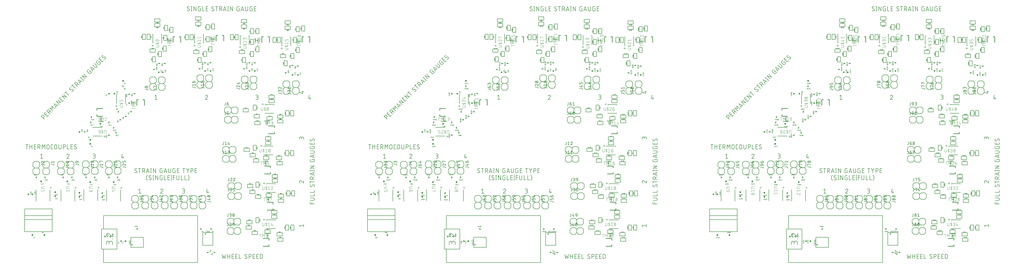
<source format=gbr>
G04 EAGLE Gerber RS-274X export*
G75*
%MOMM*%
%FSLAX34Y34*%
%LPD*%
%INSilkscreen Top*%
%IPPOS*%
%AMOC8*
5,1,8,0,0,1.08239X$1,22.5*%
G01*
%ADD10C,0.152400*%
%ADD11C,0.558800*%
%ADD12C,0.025400*%
%ADD13C,0.127000*%
%ADD14R,0.457200X0.762000*%
%ADD15R,0.762000X0.457200*%
%ADD16C,0.254000*%
%ADD17C,0.101600*%
%ADD18C,0.203200*%
%ADD19C,0.076200*%
%ADD20C,0.050800*%

G36*
X3329218Y123366D02*
X3329218Y123366D01*
X3329260Y123380D01*
X3329378Y123409D01*
X3329811Y123589D01*
X3329848Y123613D01*
X3329954Y123671D01*
X3330326Y123957D01*
X3330356Y123990D01*
X3330443Y124074D01*
X3330729Y124446D01*
X3330749Y124486D01*
X3330811Y124589D01*
X3330991Y125022D01*
X3331000Y125066D01*
X3331034Y125182D01*
X3331095Y125647D01*
X3331093Y125692D01*
X3331095Y125813D01*
X3331034Y126278D01*
X3331020Y126320D01*
X3330991Y126438D01*
X3330811Y126871D01*
X3330787Y126908D01*
X3330729Y127014D01*
X3330443Y127386D01*
X3330410Y127416D01*
X3330326Y127503D01*
X3329954Y127789D01*
X3329914Y127809D01*
X3329811Y127871D01*
X3329378Y128051D01*
X3329334Y128060D01*
X3329218Y128094D01*
X3328753Y128155D01*
X3328708Y128153D01*
X3328587Y128155D01*
X3328122Y128094D01*
X3328080Y128080D01*
X3327962Y128051D01*
X3327529Y127871D01*
X3327492Y127847D01*
X3327386Y127789D01*
X3327014Y127503D01*
X3326984Y127470D01*
X3326897Y127386D01*
X3326611Y127014D01*
X3326591Y126974D01*
X3326529Y126871D01*
X3326349Y126438D01*
X3326340Y126394D01*
X3326306Y126278D01*
X3326245Y125813D01*
X3326247Y125768D01*
X3326245Y125647D01*
X3326306Y125182D01*
X3326320Y125139D01*
X3326349Y125022D01*
X3326529Y124589D01*
X3326553Y124552D01*
X3326611Y124446D01*
X3326897Y124074D01*
X3326930Y124044D01*
X3327014Y123957D01*
X3327386Y123671D01*
X3327426Y123651D01*
X3327529Y123589D01*
X3327962Y123409D01*
X3328006Y123400D01*
X3328122Y123366D01*
X3328587Y123305D01*
X3328632Y123307D01*
X3328753Y123305D01*
X3329218Y123366D01*
G37*
G36*
X2036358Y123366D02*
X2036358Y123366D01*
X2036400Y123380D01*
X2036518Y123409D01*
X2036951Y123589D01*
X2036988Y123613D01*
X2037094Y123671D01*
X2037466Y123957D01*
X2037496Y123990D01*
X2037583Y124074D01*
X2037869Y124446D01*
X2037889Y124486D01*
X2037951Y124589D01*
X2038131Y125022D01*
X2038140Y125066D01*
X2038174Y125182D01*
X2038235Y125647D01*
X2038233Y125692D01*
X2038235Y125813D01*
X2038174Y126278D01*
X2038160Y126320D01*
X2038131Y126438D01*
X2037951Y126871D01*
X2037927Y126908D01*
X2037869Y127014D01*
X2037583Y127386D01*
X2037550Y127416D01*
X2037466Y127503D01*
X2037094Y127789D01*
X2037054Y127809D01*
X2036951Y127871D01*
X2036518Y128051D01*
X2036474Y128060D01*
X2036358Y128094D01*
X2035893Y128155D01*
X2035848Y128153D01*
X2035727Y128155D01*
X2035262Y128094D01*
X2035220Y128080D01*
X2035102Y128051D01*
X2034669Y127871D01*
X2034632Y127847D01*
X2034526Y127789D01*
X2034154Y127503D01*
X2034124Y127470D01*
X2034037Y127386D01*
X2033751Y127014D01*
X2033731Y126974D01*
X2033669Y126871D01*
X2033489Y126438D01*
X2033480Y126394D01*
X2033446Y126278D01*
X2033385Y125813D01*
X2033387Y125768D01*
X2033385Y125647D01*
X2033446Y125182D01*
X2033460Y125139D01*
X2033489Y125022D01*
X2033669Y124589D01*
X2033693Y124552D01*
X2033751Y124446D01*
X2034037Y124074D01*
X2034070Y124044D01*
X2034154Y123957D01*
X2034526Y123671D01*
X2034566Y123651D01*
X2034669Y123589D01*
X2035102Y123409D01*
X2035146Y123400D01*
X2035262Y123366D01*
X2035727Y123305D01*
X2035772Y123307D01*
X2035893Y123305D01*
X2036358Y123366D01*
G37*
G36*
X740958Y123366D02*
X740958Y123366D01*
X741000Y123380D01*
X741118Y123409D01*
X741551Y123589D01*
X741588Y123613D01*
X741694Y123671D01*
X742066Y123957D01*
X742096Y123990D01*
X742183Y124074D01*
X742469Y124446D01*
X742489Y124486D01*
X742551Y124589D01*
X742731Y125022D01*
X742740Y125066D01*
X742774Y125182D01*
X742835Y125647D01*
X742833Y125692D01*
X742835Y125813D01*
X742774Y126278D01*
X742760Y126320D01*
X742731Y126438D01*
X742551Y126871D01*
X742527Y126908D01*
X742469Y127014D01*
X742183Y127386D01*
X742150Y127416D01*
X742066Y127503D01*
X741694Y127789D01*
X741654Y127809D01*
X741551Y127871D01*
X741118Y128051D01*
X741074Y128060D01*
X740958Y128094D01*
X740493Y128155D01*
X740448Y128153D01*
X740327Y128155D01*
X739862Y128094D01*
X739820Y128080D01*
X739702Y128051D01*
X739269Y127871D01*
X739232Y127847D01*
X739126Y127789D01*
X738754Y127503D01*
X738724Y127470D01*
X738637Y127386D01*
X738351Y127014D01*
X738331Y126974D01*
X738269Y126871D01*
X738089Y126438D01*
X738080Y126394D01*
X738046Y126278D01*
X737985Y125813D01*
X737987Y125768D01*
X737985Y125647D01*
X738046Y125182D01*
X738060Y125139D01*
X738089Y125022D01*
X738269Y124589D01*
X738293Y124552D01*
X738351Y124446D01*
X738637Y124074D01*
X738670Y124044D01*
X738754Y123957D01*
X739126Y123671D01*
X739166Y123651D01*
X739269Y123589D01*
X739702Y123409D01*
X739746Y123400D01*
X739862Y123366D01*
X740327Y123305D01*
X740372Y123307D01*
X740493Y123305D01*
X740958Y123366D01*
G37*
G36*
X3052358Y82726D02*
X3052358Y82726D01*
X3052400Y82740D01*
X3052518Y82769D01*
X3052951Y82949D01*
X3052988Y82973D01*
X3053094Y83031D01*
X3053466Y83317D01*
X3053496Y83350D01*
X3053583Y83434D01*
X3053869Y83806D01*
X3053889Y83846D01*
X3053951Y83949D01*
X3054131Y84382D01*
X3054140Y84426D01*
X3054174Y84542D01*
X3054235Y85007D01*
X3054233Y85052D01*
X3054235Y85173D01*
X3054174Y85638D01*
X3054160Y85680D01*
X3054131Y85798D01*
X3053951Y86231D01*
X3053927Y86268D01*
X3053869Y86374D01*
X3053583Y86746D01*
X3053550Y86776D01*
X3053466Y86863D01*
X3053094Y87149D01*
X3053054Y87169D01*
X3052951Y87231D01*
X3052518Y87411D01*
X3052474Y87420D01*
X3052358Y87454D01*
X3051893Y87515D01*
X3051848Y87513D01*
X3051727Y87515D01*
X3051262Y87454D01*
X3051220Y87440D01*
X3051102Y87411D01*
X3050669Y87231D01*
X3050632Y87207D01*
X3050526Y87149D01*
X3050154Y86863D01*
X3050124Y86830D01*
X3050037Y86746D01*
X3049751Y86374D01*
X3049731Y86334D01*
X3049669Y86231D01*
X3049489Y85798D01*
X3049480Y85754D01*
X3049446Y85638D01*
X3049385Y85173D01*
X3049387Y85128D01*
X3049385Y85007D01*
X3049446Y84542D01*
X3049460Y84499D01*
X3049489Y84382D01*
X3049669Y83949D01*
X3049693Y83912D01*
X3049751Y83806D01*
X3050037Y83434D01*
X3050070Y83404D01*
X3050154Y83317D01*
X3050526Y83031D01*
X3050566Y83011D01*
X3050669Y82949D01*
X3051102Y82769D01*
X3051146Y82760D01*
X3051262Y82726D01*
X3051727Y82665D01*
X3051772Y82667D01*
X3051893Y82665D01*
X3052358Y82726D01*
G37*
G36*
X1759498Y82726D02*
X1759498Y82726D01*
X1759540Y82740D01*
X1759658Y82769D01*
X1760091Y82949D01*
X1760128Y82973D01*
X1760234Y83031D01*
X1760606Y83317D01*
X1760636Y83350D01*
X1760723Y83434D01*
X1761009Y83806D01*
X1761029Y83846D01*
X1761091Y83949D01*
X1761271Y84382D01*
X1761280Y84426D01*
X1761314Y84542D01*
X1761375Y85007D01*
X1761373Y85052D01*
X1761375Y85173D01*
X1761314Y85638D01*
X1761300Y85680D01*
X1761271Y85798D01*
X1761091Y86231D01*
X1761067Y86268D01*
X1761009Y86374D01*
X1760723Y86746D01*
X1760690Y86776D01*
X1760606Y86863D01*
X1760234Y87149D01*
X1760194Y87169D01*
X1760091Y87231D01*
X1759658Y87411D01*
X1759614Y87420D01*
X1759498Y87454D01*
X1759033Y87515D01*
X1758988Y87513D01*
X1758867Y87515D01*
X1758402Y87454D01*
X1758360Y87440D01*
X1758242Y87411D01*
X1757809Y87231D01*
X1757772Y87207D01*
X1757666Y87149D01*
X1757294Y86863D01*
X1757264Y86830D01*
X1757177Y86746D01*
X1756891Y86374D01*
X1756871Y86334D01*
X1756809Y86231D01*
X1756629Y85798D01*
X1756620Y85754D01*
X1756586Y85638D01*
X1756525Y85173D01*
X1756527Y85128D01*
X1756525Y85007D01*
X1756586Y84542D01*
X1756600Y84499D01*
X1756629Y84382D01*
X1756809Y83949D01*
X1756833Y83912D01*
X1756891Y83806D01*
X1757177Y83434D01*
X1757210Y83404D01*
X1757294Y83317D01*
X1757666Y83031D01*
X1757706Y83011D01*
X1757809Y82949D01*
X1758242Y82769D01*
X1758286Y82760D01*
X1758402Y82726D01*
X1758867Y82665D01*
X1758912Y82667D01*
X1759033Y82665D01*
X1759498Y82726D01*
G37*
G36*
X464098Y82726D02*
X464098Y82726D01*
X464140Y82740D01*
X464258Y82769D01*
X464691Y82949D01*
X464728Y82973D01*
X464834Y83031D01*
X465206Y83317D01*
X465236Y83350D01*
X465323Y83434D01*
X465609Y83806D01*
X465629Y83846D01*
X465691Y83949D01*
X465871Y84382D01*
X465880Y84426D01*
X465914Y84542D01*
X465975Y85007D01*
X465973Y85052D01*
X465975Y85173D01*
X465914Y85638D01*
X465900Y85680D01*
X465871Y85798D01*
X465691Y86231D01*
X465667Y86268D01*
X465609Y86374D01*
X465323Y86746D01*
X465290Y86776D01*
X465206Y86863D01*
X464834Y87149D01*
X464794Y87169D01*
X464691Y87231D01*
X464258Y87411D01*
X464214Y87420D01*
X464098Y87454D01*
X463633Y87515D01*
X463588Y87513D01*
X463467Y87515D01*
X463002Y87454D01*
X462960Y87440D01*
X462842Y87411D01*
X462409Y87231D01*
X462372Y87207D01*
X462266Y87149D01*
X461894Y86863D01*
X461864Y86830D01*
X461777Y86746D01*
X461491Y86374D01*
X461471Y86334D01*
X461409Y86231D01*
X461229Y85798D01*
X461220Y85754D01*
X461186Y85638D01*
X461125Y85173D01*
X461127Y85128D01*
X461125Y85007D01*
X461186Y84542D01*
X461200Y84499D01*
X461229Y84382D01*
X461409Y83949D01*
X461433Y83912D01*
X461491Y83806D01*
X461777Y83434D01*
X461810Y83404D01*
X461894Y83317D01*
X462266Y83031D01*
X462306Y83011D01*
X462409Y82949D01*
X462842Y82769D01*
X462886Y82760D01*
X463002Y82726D01*
X463467Y82665D01*
X463512Y82667D01*
X463633Y82665D01*
X464098Y82726D01*
G37*
D10*
X66238Y447802D02*
X66238Y464058D01*
X70753Y464058D02*
X61722Y464058D01*
X76832Y464058D02*
X76832Y447802D01*
X76832Y456833D02*
X85863Y456833D01*
X85863Y464058D02*
X85863Y447802D01*
X93535Y447802D02*
X100760Y447802D01*
X93535Y447802D02*
X93535Y464058D01*
X100760Y464058D01*
X98954Y456833D02*
X93535Y456833D01*
X107144Y464058D02*
X107144Y447802D01*
X107144Y464058D02*
X111660Y464058D01*
X111793Y464056D01*
X111925Y464050D01*
X112057Y464040D01*
X112189Y464027D01*
X112321Y464009D01*
X112451Y463988D01*
X112582Y463963D01*
X112711Y463934D01*
X112839Y463901D01*
X112967Y463865D01*
X113093Y463825D01*
X113218Y463781D01*
X113342Y463733D01*
X113464Y463682D01*
X113585Y463627D01*
X113704Y463569D01*
X113822Y463507D01*
X113937Y463442D01*
X114051Y463373D01*
X114162Y463302D01*
X114271Y463226D01*
X114378Y463148D01*
X114483Y463067D01*
X114585Y462982D01*
X114685Y462895D01*
X114782Y462805D01*
X114877Y462712D01*
X114968Y462616D01*
X115057Y462518D01*
X115143Y462417D01*
X115226Y462313D01*
X115306Y462207D01*
X115382Y462099D01*
X115456Y461989D01*
X115526Y461876D01*
X115593Y461762D01*
X115656Y461645D01*
X115716Y461527D01*
X115773Y461407D01*
X115826Y461285D01*
X115875Y461162D01*
X115921Y461038D01*
X115963Y460912D01*
X116001Y460785D01*
X116036Y460657D01*
X116067Y460528D01*
X116094Y460399D01*
X116117Y460268D01*
X116137Y460137D01*
X116152Y460005D01*
X116164Y459873D01*
X116172Y459741D01*
X116176Y459608D01*
X116176Y459476D01*
X116172Y459343D01*
X116164Y459211D01*
X116152Y459079D01*
X116137Y458947D01*
X116117Y458816D01*
X116094Y458685D01*
X116067Y458556D01*
X116036Y458427D01*
X116001Y458299D01*
X115963Y458172D01*
X115921Y458046D01*
X115875Y457922D01*
X115826Y457799D01*
X115773Y457677D01*
X115716Y457557D01*
X115656Y457439D01*
X115593Y457322D01*
X115526Y457208D01*
X115456Y457095D01*
X115382Y456985D01*
X115306Y456877D01*
X115226Y456771D01*
X115143Y456667D01*
X115057Y456566D01*
X114968Y456468D01*
X114877Y456372D01*
X114782Y456279D01*
X114685Y456189D01*
X114585Y456102D01*
X114483Y456017D01*
X114378Y455936D01*
X114271Y455858D01*
X114162Y455782D01*
X114051Y455711D01*
X113937Y455642D01*
X113822Y455577D01*
X113704Y455515D01*
X113585Y455457D01*
X113464Y455402D01*
X113342Y455351D01*
X113218Y455303D01*
X113093Y455259D01*
X112967Y455219D01*
X112839Y455183D01*
X112711Y455150D01*
X112582Y455121D01*
X112451Y455096D01*
X112321Y455075D01*
X112189Y455057D01*
X112057Y455044D01*
X111925Y455034D01*
X111793Y455028D01*
X111660Y455026D01*
X111660Y455027D02*
X107144Y455027D01*
X112563Y455027D02*
X116175Y447802D01*
X123344Y447802D02*
X123344Y464058D01*
X128763Y455027D01*
X134181Y464058D01*
X134181Y447802D01*
X141441Y452318D02*
X141441Y459542D01*
X141443Y459675D01*
X141449Y459807D01*
X141459Y459939D01*
X141472Y460071D01*
X141490Y460203D01*
X141511Y460333D01*
X141536Y460464D01*
X141565Y460593D01*
X141598Y460721D01*
X141634Y460849D01*
X141674Y460975D01*
X141718Y461100D01*
X141766Y461224D01*
X141817Y461346D01*
X141872Y461467D01*
X141930Y461586D01*
X141992Y461704D01*
X142057Y461819D01*
X142126Y461933D01*
X142197Y462044D01*
X142273Y462153D01*
X142351Y462260D01*
X142432Y462365D01*
X142517Y462467D01*
X142604Y462567D01*
X142694Y462664D01*
X142787Y462759D01*
X142883Y462850D01*
X142981Y462939D01*
X143082Y463025D01*
X143186Y463108D01*
X143292Y463188D01*
X143400Y463264D01*
X143510Y463338D01*
X143623Y463408D01*
X143737Y463475D01*
X143854Y463538D01*
X143972Y463598D01*
X144092Y463655D01*
X144214Y463708D01*
X144337Y463757D01*
X144461Y463803D01*
X144587Y463845D01*
X144714Y463883D01*
X144842Y463918D01*
X144971Y463949D01*
X145100Y463976D01*
X145231Y463999D01*
X145362Y464019D01*
X145494Y464034D01*
X145626Y464046D01*
X145758Y464054D01*
X145891Y464058D01*
X146023Y464058D01*
X146156Y464054D01*
X146288Y464046D01*
X146420Y464034D01*
X146552Y464019D01*
X146683Y463999D01*
X146814Y463976D01*
X146943Y463949D01*
X147072Y463918D01*
X147200Y463883D01*
X147327Y463845D01*
X147453Y463803D01*
X147577Y463757D01*
X147700Y463708D01*
X147822Y463655D01*
X147942Y463598D01*
X148060Y463538D01*
X148177Y463475D01*
X148291Y463408D01*
X148404Y463338D01*
X148514Y463264D01*
X148622Y463188D01*
X148728Y463108D01*
X148832Y463025D01*
X148933Y462939D01*
X149031Y462850D01*
X149127Y462759D01*
X149220Y462664D01*
X149310Y462567D01*
X149397Y462467D01*
X149482Y462365D01*
X149563Y462260D01*
X149641Y462153D01*
X149717Y462044D01*
X149788Y461933D01*
X149857Y461819D01*
X149922Y461704D01*
X149984Y461586D01*
X150042Y461467D01*
X150097Y461346D01*
X150148Y461224D01*
X150196Y461100D01*
X150240Y460975D01*
X150280Y460849D01*
X150316Y460721D01*
X150349Y460593D01*
X150378Y460464D01*
X150403Y460333D01*
X150424Y460203D01*
X150442Y460071D01*
X150455Y459939D01*
X150465Y459807D01*
X150471Y459675D01*
X150473Y459542D01*
X150472Y459542D02*
X150472Y452318D01*
X150473Y452318D02*
X150471Y452185D01*
X150465Y452053D01*
X150455Y451921D01*
X150442Y451789D01*
X150424Y451657D01*
X150403Y451527D01*
X150378Y451396D01*
X150349Y451267D01*
X150316Y451139D01*
X150280Y451011D01*
X150240Y450885D01*
X150196Y450760D01*
X150148Y450636D01*
X150097Y450514D01*
X150042Y450393D01*
X149984Y450274D01*
X149922Y450156D01*
X149857Y450041D01*
X149788Y449927D01*
X149717Y449816D01*
X149641Y449707D01*
X149563Y449600D01*
X149482Y449495D01*
X149397Y449393D01*
X149310Y449293D01*
X149220Y449196D01*
X149127Y449101D01*
X149031Y449010D01*
X148933Y448921D01*
X148832Y448835D01*
X148728Y448752D01*
X148622Y448672D01*
X148514Y448596D01*
X148404Y448522D01*
X148291Y448452D01*
X148177Y448385D01*
X148060Y448322D01*
X147942Y448262D01*
X147822Y448205D01*
X147700Y448152D01*
X147577Y448103D01*
X147453Y448057D01*
X147327Y448015D01*
X147200Y447977D01*
X147072Y447942D01*
X146943Y447911D01*
X146814Y447884D01*
X146683Y447861D01*
X146552Y447841D01*
X146420Y447826D01*
X146288Y447814D01*
X146156Y447806D01*
X146023Y447802D01*
X145891Y447802D01*
X145758Y447806D01*
X145626Y447814D01*
X145494Y447826D01*
X145362Y447841D01*
X145231Y447861D01*
X145100Y447884D01*
X144971Y447911D01*
X144842Y447942D01*
X144714Y447977D01*
X144587Y448015D01*
X144461Y448057D01*
X144337Y448103D01*
X144214Y448152D01*
X144092Y448205D01*
X143972Y448262D01*
X143854Y448322D01*
X143737Y448385D01*
X143623Y448452D01*
X143510Y448522D01*
X143400Y448596D01*
X143292Y448672D01*
X143186Y448752D01*
X143082Y448835D01*
X142981Y448921D01*
X142883Y449010D01*
X142787Y449101D01*
X142694Y449196D01*
X142604Y449293D01*
X142517Y449393D01*
X142432Y449495D01*
X142351Y449600D01*
X142273Y449707D01*
X142197Y449816D01*
X142126Y449927D01*
X142057Y450041D01*
X141992Y450156D01*
X141930Y450274D01*
X141872Y450393D01*
X141817Y450514D01*
X141766Y450636D01*
X141718Y450760D01*
X141674Y450885D01*
X141634Y451011D01*
X141598Y451139D01*
X141565Y451267D01*
X141536Y451396D01*
X141511Y451527D01*
X141490Y451657D01*
X141472Y451789D01*
X141459Y451921D01*
X141449Y452053D01*
X141443Y452185D01*
X141441Y452318D01*
X160646Y447802D02*
X164258Y447802D01*
X160646Y447802D02*
X160528Y447804D01*
X160410Y447810D01*
X160292Y447819D01*
X160175Y447833D01*
X160058Y447850D01*
X159941Y447871D01*
X159826Y447896D01*
X159711Y447925D01*
X159597Y447958D01*
X159485Y447994D01*
X159374Y448034D01*
X159264Y448077D01*
X159155Y448124D01*
X159048Y448174D01*
X158943Y448229D01*
X158840Y448286D01*
X158739Y448347D01*
X158639Y448411D01*
X158542Y448478D01*
X158447Y448548D01*
X158355Y448622D01*
X158264Y448698D01*
X158177Y448778D01*
X158092Y448860D01*
X158010Y448945D01*
X157930Y449032D01*
X157854Y449123D01*
X157780Y449215D01*
X157710Y449310D01*
X157643Y449407D01*
X157579Y449507D01*
X157518Y449608D01*
X157461Y449711D01*
X157406Y449816D01*
X157356Y449923D01*
X157309Y450032D01*
X157266Y450142D01*
X157226Y450253D01*
X157190Y450365D01*
X157157Y450479D01*
X157128Y450594D01*
X157103Y450709D01*
X157082Y450826D01*
X157065Y450943D01*
X157051Y451060D01*
X157042Y451178D01*
X157036Y451296D01*
X157034Y451414D01*
X157033Y451414D02*
X157033Y460446D01*
X157034Y460446D02*
X157036Y460564D01*
X157042Y460682D01*
X157051Y460800D01*
X157065Y460917D01*
X157082Y461034D01*
X157103Y461151D01*
X157128Y461266D01*
X157157Y461381D01*
X157190Y461495D01*
X157226Y461607D01*
X157266Y461718D01*
X157309Y461828D01*
X157356Y461937D01*
X157406Y462044D01*
X157460Y462149D01*
X157518Y462252D01*
X157579Y462353D01*
X157643Y462453D01*
X157710Y462550D01*
X157780Y462645D01*
X157854Y462737D01*
X157930Y462828D01*
X158010Y462915D01*
X158092Y463000D01*
X158177Y463082D01*
X158264Y463162D01*
X158355Y463238D01*
X158447Y463312D01*
X158542Y463382D01*
X158639Y463449D01*
X158739Y463513D01*
X158840Y463574D01*
X158943Y463631D01*
X159048Y463685D01*
X159155Y463736D01*
X159264Y463783D01*
X159374Y463826D01*
X159485Y463866D01*
X159597Y463902D01*
X159711Y463935D01*
X159826Y463964D01*
X159941Y463989D01*
X160058Y464010D01*
X160175Y464027D01*
X160292Y464041D01*
X160410Y464050D01*
X160528Y464056D01*
X160646Y464058D01*
X164258Y464058D01*
X170099Y459542D02*
X170099Y452318D01*
X170098Y459542D02*
X170100Y459675D01*
X170106Y459807D01*
X170116Y459939D01*
X170129Y460071D01*
X170147Y460203D01*
X170168Y460333D01*
X170193Y460464D01*
X170222Y460593D01*
X170255Y460721D01*
X170291Y460849D01*
X170331Y460975D01*
X170375Y461100D01*
X170423Y461224D01*
X170474Y461346D01*
X170529Y461467D01*
X170587Y461586D01*
X170649Y461704D01*
X170714Y461819D01*
X170783Y461933D01*
X170854Y462044D01*
X170930Y462153D01*
X171008Y462260D01*
X171089Y462365D01*
X171174Y462467D01*
X171261Y462567D01*
X171351Y462664D01*
X171444Y462759D01*
X171540Y462850D01*
X171638Y462939D01*
X171739Y463025D01*
X171843Y463108D01*
X171949Y463188D01*
X172057Y463264D01*
X172167Y463338D01*
X172280Y463408D01*
X172394Y463475D01*
X172511Y463538D01*
X172629Y463598D01*
X172749Y463655D01*
X172871Y463708D01*
X172994Y463757D01*
X173118Y463803D01*
X173244Y463845D01*
X173371Y463883D01*
X173499Y463918D01*
X173628Y463949D01*
X173757Y463976D01*
X173888Y463999D01*
X174019Y464019D01*
X174151Y464034D01*
X174283Y464046D01*
X174415Y464054D01*
X174548Y464058D01*
X174680Y464058D01*
X174813Y464054D01*
X174945Y464046D01*
X175077Y464034D01*
X175209Y464019D01*
X175340Y463999D01*
X175471Y463976D01*
X175600Y463949D01*
X175729Y463918D01*
X175857Y463883D01*
X175984Y463845D01*
X176110Y463803D01*
X176234Y463757D01*
X176357Y463708D01*
X176479Y463655D01*
X176599Y463598D01*
X176717Y463538D01*
X176834Y463475D01*
X176948Y463408D01*
X177061Y463338D01*
X177171Y463264D01*
X177279Y463188D01*
X177385Y463108D01*
X177489Y463025D01*
X177590Y462939D01*
X177688Y462850D01*
X177784Y462759D01*
X177877Y462664D01*
X177967Y462567D01*
X178054Y462467D01*
X178139Y462365D01*
X178220Y462260D01*
X178298Y462153D01*
X178374Y462044D01*
X178445Y461933D01*
X178514Y461819D01*
X178579Y461704D01*
X178641Y461586D01*
X178699Y461467D01*
X178754Y461346D01*
X178805Y461224D01*
X178853Y461100D01*
X178897Y460975D01*
X178937Y460849D01*
X178973Y460721D01*
X179006Y460593D01*
X179035Y460464D01*
X179060Y460333D01*
X179081Y460203D01*
X179099Y460071D01*
X179112Y459939D01*
X179122Y459807D01*
X179128Y459675D01*
X179130Y459542D01*
X179130Y452318D01*
X179128Y452185D01*
X179122Y452053D01*
X179112Y451921D01*
X179099Y451789D01*
X179081Y451657D01*
X179060Y451527D01*
X179035Y451396D01*
X179006Y451267D01*
X178973Y451139D01*
X178937Y451011D01*
X178897Y450885D01*
X178853Y450760D01*
X178805Y450636D01*
X178754Y450514D01*
X178699Y450393D01*
X178641Y450274D01*
X178579Y450156D01*
X178514Y450041D01*
X178445Y449927D01*
X178374Y449816D01*
X178298Y449707D01*
X178220Y449600D01*
X178139Y449495D01*
X178054Y449393D01*
X177967Y449293D01*
X177877Y449196D01*
X177784Y449101D01*
X177688Y449010D01*
X177590Y448921D01*
X177489Y448835D01*
X177385Y448752D01*
X177279Y448672D01*
X177171Y448596D01*
X177061Y448522D01*
X176948Y448452D01*
X176834Y448385D01*
X176717Y448322D01*
X176599Y448262D01*
X176479Y448205D01*
X176357Y448152D01*
X176234Y448103D01*
X176110Y448057D01*
X175984Y448015D01*
X175857Y447977D01*
X175729Y447942D01*
X175600Y447911D01*
X175471Y447884D01*
X175340Y447861D01*
X175209Y447841D01*
X175077Y447826D01*
X174945Y447814D01*
X174813Y447806D01*
X174680Y447802D01*
X174548Y447802D01*
X174415Y447806D01*
X174283Y447814D01*
X174151Y447826D01*
X174019Y447841D01*
X173888Y447861D01*
X173757Y447884D01*
X173628Y447911D01*
X173499Y447942D01*
X173371Y447977D01*
X173244Y448015D01*
X173118Y448057D01*
X172994Y448103D01*
X172871Y448152D01*
X172749Y448205D01*
X172629Y448262D01*
X172511Y448322D01*
X172394Y448385D01*
X172280Y448452D01*
X172167Y448522D01*
X172057Y448596D01*
X171949Y448672D01*
X171843Y448752D01*
X171739Y448835D01*
X171638Y448921D01*
X171540Y449010D01*
X171444Y449101D01*
X171351Y449196D01*
X171261Y449293D01*
X171174Y449393D01*
X171089Y449495D01*
X171008Y449600D01*
X170930Y449707D01*
X170854Y449816D01*
X170783Y449927D01*
X170714Y450041D01*
X170649Y450156D01*
X170587Y450274D01*
X170529Y450393D01*
X170474Y450514D01*
X170423Y450636D01*
X170375Y450760D01*
X170331Y450885D01*
X170291Y451011D01*
X170255Y451139D01*
X170222Y451267D01*
X170193Y451396D01*
X170168Y451527D01*
X170147Y451657D01*
X170129Y451789D01*
X170116Y451921D01*
X170106Y452053D01*
X170100Y452185D01*
X170098Y452318D01*
X186251Y452318D02*
X186251Y464058D01*
X186250Y452318D02*
X186252Y452185D01*
X186258Y452053D01*
X186268Y451921D01*
X186281Y451789D01*
X186299Y451657D01*
X186320Y451527D01*
X186345Y451396D01*
X186374Y451267D01*
X186407Y451139D01*
X186443Y451011D01*
X186483Y450885D01*
X186527Y450760D01*
X186575Y450636D01*
X186626Y450514D01*
X186681Y450393D01*
X186739Y450274D01*
X186801Y450156D01*
X186866Y450041D01*
X186935Y449927D01*
X187006Y449816D01*
X187082Y449707D01*
X187160Y449600D01*
X187241Y449495D01*
X187326Y449393D01*
X187413Y449293D01*
X187503Y449196D01*
X187596Y449101D01*
X187692Y449010D01*
X187790Y448921D01*
X187891Y448835D01*
X187995Y448752D01*
X188101Y448672D01*
X188209Y448596D01*
X188319Y448522D01*
X188432Y448452D01*
X188546Y448385D01*
X188663Y448322D01*
X188781Y448262D01*
X188901Y448205D01*
X189023Y448152D01*
X189146Y448103D01*
X189270Y448057D01*
X189396Y448015D01*
X189523Y447977D01*
X189651Y447942D01*
X189780Y447911D01*
X189909Y447884D01*
X190040Y447861D01*
X190171Y447841D01*
X190303Y447826D01*
X190435Y447814D01*
X190567Y447806D01*
X190700Y447802D01*
X190832Y447802D01*
X190965Y447806D01*
X191097Y447814D01*
X191229Y447826D01*
X191361Y447841D01*
X191492Y447861D01*
X191623Y447884D01*
X191752Y447911D01*
X191881Y447942D01*
X192009Y447977D01*
X192136Y448015D01*
X192262Y448057D01*
X192386Y448103D01*
X192509Y448152D01*
X192631Y448205D01*
X192751Y448262D01*
X192869Y448322D01*
X192986Y448385D01*
X193100Y448452D01*
X193213Y448522D01*
X193323Y448596D01*
X193431Y448672D01*
X193537Y448752D01*
X193641Y448835D01*
X193742Y448921D01*
X193840Y449010D01*
X193936Y449101D01*
X194029Y449196D01*
X194119Y449293D01*
X194206Y449393D01*
X194291Y449495D01*
X194372Y449600D01*
X194450Y449707D01*
X194526Y449816D01*
X194597Y449927D01*
X194666Y450041D01*
X194731Y450156D01*
X194793Y450274D01*
X194851Y450393D01*
X194906Y450514D01*
X194957Y450636D01*
X195005Y450760D01*
X195049Y450885D01*
X195089Y451011D01*
X195125Y451139D01*
X195158Y451267D01*
X195187Y451396D01*
X195212Y451527D01*
X195233Y451657D01*
X195251Y451789D01*
X195264Y451921D01*
X195274Y452053D01*
X195280Y452185D01*
X195282Y452318D01*
X195282Y464058D01*
X203135Y464058D02*
X203135Y447802D01*
X203135Y464058D02*
X207651Y464058D01*
X207784Y464056D01*
X207916Y464050D01*
X208048Y464040D01*
X208180Y464027D01*
X208312Y464009D01*
X208442Y463988D01*
X208573Y463963D01*
X208702Y463934D01*
X208830Y463901D01*
X208958Y463865D01*
X209084Y463825D01*
X209209Y463781D01*
X209333Y463733D01*
X209455Y463682D01*
X209576Y463627D01*
X209695Y463569D01*
X209813Y463507D01*
X209928Y463442D01*
X210042Y463373D01*
X210153Y463302D01*
X210262Y463226D01*
X210369Y463148D01*
X210474Y463067D01*
X210576Y462982D01*
X210676Y462895D01*
X210773Y462805D01*
X210868Y462712D01*
X210959Y462616D01*
X211048Y462518D01*
X211134Y462417D01*
X211217Y462313D01*
X211297Y462207D01*
X211373Y462099D01*
X211447Y461989D01*
X211517Y461876D01*
X211584Y461762D01*
X211647Y461645D01*
X211707Y461527D01*
X211764Y461407D01*
X211817Y461285D01*
X211866Y461162D01*
X211912Y461038D01*
X211954Y460912D01*
X211992Y460785D01*
X212027Y460657D01*
X212058Y460528D01*
X212085Y460399D01*
X212108Y460268D01*
X212128Y460137D01*
X212143Y460005D01*
X212155Y459873D01*
X212163Y459741D01*
X212167Y459608D01*
X212167Y459476D01*
X212163Y459343D01*
X212155Y459211D01*
X212143Y459079D01*
X212128Y458947D01*
X212108Y458816D01*
X212085Y458685D01*
X212058Y458556D01*
X212027Y458427D01*
X211992Y458299D01*
X211954Y458172D01*
X211912Y458046D01*
X211866Y457922D01*
X211817Y457799D01*
X211764Y457677D01*
X211707Y457557D01*
X211647Y457439D01*
X211584Y457322D01*
X211517Y457208D01*
X211447Y457095D01*
X211373Y456985D01*
X211297Y456877D01*
X211217Y456771D01*
X211134Y456667D01*
X211048Y456566D01*
X210959Y456468D01*
X210868Y456372D01*
X210773Y456279D01*
X210676Y456189D01*
X210576Y456102D01*
X210474Y456017D01*
X210369Y455936D01*
X210262Y455858D01*
X210153Y455782D01*
X210042Y455711D01*
X209928Y455642D01*
X209813Y455577D01*
X209695Y455515D01*
X209576Y455457D01*
X209455Y455402D01*
X209333Y455351D01*
X209209Y455303D01*
X209084Y455259D01*
X208958Y455219D01*
X208830Y455183D01*
X208702Y455150D01*
X208573Y455121D01*
X208442Y455096D01*
X208312Y455075D01*
X208180Y455057D01*
X208048Y455044D01*
X207916Y455034D01*
X207784Y455028D01*
X207651Y455026D01*
X207651Y455027D02*
X203135Y455027D01*
X218585Y447802D02*
X218585Y464058D01*
X218585Y447802D02*
X225810Y447802D01*
X232132Y447802D02*
X239357Y447802D01*
X232132Y447802D02*
X232132Y464058D01*
X239357Y464058D01*
X237551Y456833D02*
X232132Y456833D01*
X250026Y447802D02*
X250144Y447804D01*
X250262Y447810D01*
X250380Y447819D01*
X250497Y447833D01*
X250614Y447850D01*
X250731Y447871D01*
X250846Y447896D01*
X250961Y447925D01*
X251075Y447958D01*
X251187Y447994D01*
X251298Y448034D01*
X251408Y448077D01*
X251517Y448124D01*
X251624Y448174D01*
X251729Y448229D01*
X251832Y448286D01*
X251933Y448347D01*
X252033Y448411D01*
X252130Y448478D01*
X252225Y448548D01*
X252317Y448622D01*
X252408Y448698D01*
X252495Y448778D01*
X252580Y448860D01*
X252662Y448945D01*
X252742Y449032D01*
X252818Y449123D01*
X252892Y449215D01*
X252962Y449310D01*
X253029Y449407D01*
X253093Y449507D01*
X253154Y449608D01*
X253211Y449711D01*
X253266Y449816D01*
X253316Y449923D01*
X253363Y450032D01*
X253406Y450142D01*
X253446Y450253D01*
X253482Y450365D01*
X253515Y450479D01*
X253544Y450594D01*
X253569Y450709D01*
X253590Y450826D01*
X253607Y450943D01*
X253621Y451060D01*
X253630Y451178D01*
X253636Y451296D01*
X253638Y451414D01*
X250026Y447802D02*
X249843Y447804D01*
X249661Y447811D01*
X249479Y447822D01*
X249297Y447837D01*
X249115Y447857D01*
X248934Y447880D01*
X248754Y447909D01*
X248574Y447941D01*
X248395Y447978D01*
X248218Y448019D01*
X248041Y448065D01*
X247865Y448114D01*
X247691Y448168D01*
X247517Y448226D01*
X247346Y448288D01*
X247176Y448354D01*
X247007Y448425D01*
X246840Y448499D01*
X246675Y448577D01*
X246512Y448659D01*
X246351Y448745D01*
X246192Y448835D01*
X246035Y448929D01*
X245881Y449026D01*
X245729Y449127D01*
X245579Y449232D01*
X245432Y449340D01*
X245288Y449451D01*
X245146Y449566D01*
X245007Y449685D01*
X244871Y449807D01*
X244738Y449932D01*
X244608Y450060D01*
X245059Y460446D02*
X245061Y460564D01*
X245067Y460682D01*
X245076Y460800D01*
X245090Y460917D01*
X245107Y461034D01*
X245128Y461151D01*
X245153Y461266D01*
X245182Y461381D01*
X245215Y461495D01*
X245251Y461607D01*
X245291Y461718D01*
X245334Y461828D01*
X245381Y461937D01*
X245431Y462044D01*
X245486Y462149D01*
X245543Y462252D01*
X245604Y462353D01*
X245668Y462453D01*
X245735Y462550D01*
X245805Y462645D01*
X245879Y462737D01*
X245955Y462828D01*
X246035Y462915D01*
X246117Y463000D01*
X246202Y463082D01*
X246289Y463162D01*
X246380Y463238D01*
X246472Y463312D01*
X246567Y463382D01*
X246664Y463449D01*
X246764Y463513D01*
X246865Y463574D01*
X246968Y463632D01*
X247073Y463686D01*
X247180Y463736D01*
X247289Y463783D01*
X247399Y463827D01*
X247510Y463866D01*
X247623Y463902D01*
X247736Y463935D01*
X247851Y463964D01*
X247966Y463989D01*
X248083Y464010D01*
X248200Y464027D01*
X248317Y464041D01*
X248435Y464050D01*
X248553Y464056D01*
X248671Y464058D01*
X248832Y464056D01*
X248994Y464050D01*
X249155Y464041D01*
X249316Y464027D01*
X249476Y464010D01*
X249636Y463989D01*
X249796Y463964D01*
X249955Y463935D01*
X250113Y463903D01*
X250270Y463867D01*
X250426Y463827D01*
X250582Y463783D01*
X250736Y463735D01*
X250889Y463684D01*
X251041Y463630D01*
X251192Y463571D01*
X251341Y463510D01*
X251488Y463444D01*
X251634Y463375D01*
X251779Y463303D01*
X251921Y463227D01*
X252062Y463148D01*
X252201Y463066D01*
X252337Y462980D01*
X252472Y462891D01*
X252605Y462799D01*
X252735Y462703D01*
X246865Y457285D02*
X246764Y457347D01*
X246664Y457412D01*
X246567Y457481D01*
X246472Y457553D01*
X246379Y457627D01*
X246289Y457705D01*
X246201Y457786D01*
X246116Y457869D01*
X246034Y457955D01*
X245955Y458044D01*
X245878Y458135D01*
X245805Y458229D01*
X245734Y458325D01*
X245667Y458423D01*
X245603Y458523D01*
X245542Y458626D01*
X245485Y458730D01*
X245431Y458836D01*
X245381Y458944D01*
X245334Y459053D01*
X245290Y459164D01*
X245250Y459276D01*
X245214Y459390D01*
X245182Y459504D01*
X245153Y459620D01*
X245128Y459736D01*
X245107Y459853D01*
X245090Y459971D01*
X245076Y460089D01*
X245067Y460208D01*
X245061Y460327D01*
X245059Y460446D01*
X251833Y454575D02*
X251934Y454513D01*
X252034Y454448D01*
X252131Y454379D01*
X252226Y454307D01*
X252319Y454233D01*
X252409Y454155D01*
X252497Y454074D01*
X252582Y453991D01*
X252664Y453905D01*
X252743Y453816D01*
X252820Y453725D01*
X252893Y453631D01*
X252964Y453535D01*
X253031Y453437D01*
X253095Y453337D01*
X253156Y453234D01*
X253213Y453130D01*
X253267Y453024D01*
X253317Y452916D01*
X253364Y452807D01*
X253408Y452696D01*
X253448Y452584D01*
X253484Y452470D01*
X253516Y452356D01*
X253545Y452240D01*
X253570Y452124D01*
X253591Y452007D01*
X253608Y451889D01*
X253622Y451771D01*
X253631Y451652D01*
X253637Y451533D01*
X253639Y451414D01*
X251832Y454575D02*
X246865Y457285D01*
X122118Y428498D02*
X117602Y424886D01*
X122118Y428498D02*
X122118Y412242D01*
X126633Y412242D02*
X117602Y412242D01*
X221567Y428498D02*
X221692Y428496D01*
X221817Y428490D01*
X221942Y428481D01*
X222066Y428467D01*
X222190Y428450D01*
X222314Y428429D01*
X222436Y428404D01*
X222558Y428375D01*
X222679Y428343D01*
X222799Y428307D01*
X222918Y428267D01*
X223035Y428224D01*
X223151Y428177D01*
X223266Y428126D01*
X223378Y428072D01*
X223490Y428014D01*
X223599Y427954D01*
X223706Y427889D01*
X223812Y427822D01*
X223915Y427751D01*
X224016Y427677D01*
X224115Y427600D01*
X224211Y427520D01*
X224305Y427437D01*
X224396Y427352D01*
X224485Y427263D01*
X224570Y427172D01*
X224653Y427078D01*
X224733Y426982D01*
X224810Y426883D01*
X224884Y426782D01*
X224955Y426679D01*
X225022Y426573D01*
X225087Y426466D01*
X225147Y426357D01*
X225205Y426245D01*
X225259Y426133D01*
X225310Y426018D01*
X225357Y425902D01*
X225400Y425785D01*
X225440Y425666D01*
X225476Y425546D01*
X225508Y425425D01*
X225537Y425303D01*
X225562Y425181D01*
X225583Y425057D01*
X225600Y424933D01*
X225614Y424809D01*
X225623Y424684D01*
X225629Y424559D01*
X225631Y424434D01*
X221567Y428498D02*
X221424Y428496D01*
X221282Y428490D01*
X221139Y428480D01*
X220997Y428467D01*
X220856Y428449D01*
X220714Y428428D01*
X220574Y428403D01*
X220434Y428374D01*
X220295Y428341D01*
X220157Y428304D01*
X220020Y428264D01*
X219885Y428220D01*
X219750Y428172D01*
X219617Y428120D01*
X219485Y428065D01*
X219355Y428006D01*
X219227Y427944D01*
X219100Y427878D01*
X218975Y427809D01*
X218852Y427737D01*
X218732Y427661D01*
X218613Y427582D01*
X218496Y427499D01*
X218382Y427414D01*
X218270Y427325D01*
X218161Y427234D01*
X218054Y427139D01*
X217949Y427042D01*
X217848Y426941D01*
X217749Y426838D01*
X217653Y426733D01*
X217560Y426624D01*
X217470Y426513D01*
X217383Y426400D01*
X217299Y426285D01*
X217219Y426167D01*
X217141Y426047D01*
X217067Y425925D01*
X216997Y425801D01*
X216929Y425675D01*
X216866Y425547D01*
X216805Y425418D01*
X216748Y425287D01*
X216695Y425155D01*
X216646Y425021D01*
X216600Y424886D01*
X224275Y421273D02*
X224369Y421365D01*
X224459Y421459D01*
X224547Y421556D01*
X224632Y421656D01*
X224714Y421758D01*
X224793Y421863D01*
X224868Y421970D01*
X224940Y422079D01*
X225009Y422190D01*
X225075Y422304D01*
X225137Y422419D01*
X225196Y422536D01*
X225251Y422655D01*
X225302Y422775D01*
X225350Y422897D01*
X225395Y423020D01*
X225435Y423144D01*
X225472Y423270D01*
X225505Y423397D01*
X225534Y423524D01*
X225560Y423653D01*
X225581Y423782D01*
X225599Y423912D01*
X225612Y424042D01*
X225622Y424172D01*
X225628Y424303D01*
X225630Y424434D01*
X224276Y421273D02*
X216599Y412242D01*
X225631Y412242D01*
X315597Y412242D02*
X320112Y412242D01*
X320245Y412244D01*
X320377Y412250D01*
X320509Y412260D01*
X320641Y412273D01*
X320773Y412291D01*
X320903Y412312D01*
X321034Y412337D01*
X321163Y412366D01*
X321291Y412399D01*
X321419Y412435D01*
X321545Y412475D01*
X321670Y412519D01*
X321794Y412567D01*
X321916Y412618D01*
X322037Y412673D01*
X322156Y412731D01*
X322274Y412793D01*
X322389Y412858D01*
X322503Y412927D01*
X322614Y412998D01*
X322723Y413074D01*
X322830Y413152D01*
X322935Y413233D01*
X323037Y413318D01*
X323137Y413405D01*
X323234Y413495D01*
X323329Y413588D01*
X323420Y413684D01*
X323509Y413782D01*
X323595Y413883D01*
X323678Y413987D01*
X323758Y414093D01*
X323834Y414201D01*
X323908Y414311D01*
X323978Y414424D01*
X324045Y414538D01*
X324108Y414655D01*
X324168Y414773D01*
X324225Y414893D01*
X324278Y415015D01*
X324327Y415138D01*
X324373Y415262D01*
X324415Y415388D01*
X324453Y415515D01*
X324488Y415643D01*
X324519Y415772D01*
X324546Y415901D01*
X324569Y416032D01*
X324589Y416163D01*
X324604Y416295D01*
X324616Y416427D01*
X324624Y416559D01*
X324628Y416692D01*
X324628Y416824D01*
X324624Y416957D01*
X324616Y417089D01*
X324604Y417221D01*
X324589Y417353D01*
X324569Y417484D01*
X324546Y417615D01*
X324519Y417744D01*
X324488Y417873D01*
X324453Y418001D01*
X324415Y418128D01*
X324373Y418254D01*
X324327Y418378D01*
X324278Y418501D01*
X324225Y418623D01*
X324168Y418743D01*
X324108Y418861D01*
X324045Y418978D01*
X323978Y419092D01*
X323908Y419205D01*
X323834Y419315D01*
X323758Y419423D01*
X323678Y419529D01*
X323595Y419633D01*
X323509Y419734D01*
X323420Y419832D01*
X323329Y419928D01*
X323234Y420021D01*
X323137Y420111D01*
X323037Y420198D01*
X322935Y420283D01*
X322830Y420364D01*
X322723Y420442D01*
X322614Y420518D01*
X322503Y420589D01*
X322389Y420658D01*
X322274Y420723D01*
X322156Y420785D01*
X322037Y420843D01*
X321916Y420898D01*
X321794Y420949D01*
X321670Y420997D01*
X321545Y421041D01*
X321419Y421081D01*
X321291Y421117D01*
X321163Y421150D01*
X321034Y421179D01*
X320903Y421204D01*
X320773Y421225D01*
X320641Y421243D01*
X320509Y421256D01*
X320377Y421266D01*
X320245Y421272D01*
X320112Y421274D01*
X321016Y428498D02*
X315597Y428498D01*
X321016Y428498D02*
X321135Y428496D01*
X321255Y428490D01*
X321374Y428480D01*
X321492Y428466D01*
X321611Y428449D01*
X321728Y428427D01*
X321845Y428402D01*
X321960Y428372D01*
X322075Y428339D01*
X322189Y428302D01*
X322301Y428262D01*
X322412Y428217D01*
X322521Y428169D01*
X322629Y428118D01*
X322735Y428063D01*
X322839Y428004D01*
X322941Y427942D01*
X323041Y427877D01*
X323139Y427808D01*
X323235Y427736D01*
X323328Y427661D01*
X323418Y427584D01*
X323506Y427503D01*
X323591Y427419D01*
X323673Y427332D01*
X323753Y427243D01*
X323829Y427151D01*
X323903Y427057D01*
X323973Y426960D01*
X324040Y426862D01*
X324104Y426761D01*
X324164Y426657D01*
X324221Y426552D01*
X324274Y426445D01*
X324324Y426337D01*
X324370Y426227D01*
X324412Y426115D01*
X324451Y426002D01*
X324486Y425888D01*
X324517Y425773D01*
X324545Y425656D01*
X324568Y425539D01*
X324588Y425422D01*
X324604Y425303D01*
X324616Y425184D01*
X324624Y425065D01*
X324628Y424946D01*
X324628Y424826D01*
X324624Y424707D01*
X324616Y424588D01*
X324604Y424469D01*
X324588Y424350D01*
X324568Y424233D01*
X324545Y424116D01*
X324517Y423999D01*
X324486Y423884D01*
X324451Y423770D01*
X324412Y423657D01*
X324370Y423545D01*
X324324Y423435D01*
X324274Y423327D01*
X324221Y423220D01*
X324164Y423115D01*
X324104Y423011D01*
X324040Y422910D01*
X323973Y422812D01*
X323903Y422715D01*
X323829Y422621D01*
X323753Y422529D01*
X323673Y422440D01*
X323591Y422353D01*
X323506Y422269D01*
X323418Y422188D01*
X323328Y422111D01*
X323235Y422036D01*
X323139Y421964D01*
X323041Y421895D01*
X322941Y421830D01*
X322839Y421768D01*
X322735Y421709D01*
X322629Y421654D01*
X322521Y421603D01*
X322412Y421555D01*
X322301Y421510D01*
X322189Y421470D01*
X322075Y421433D01*
X321960Y421400D01*
X321845Y421370D01*
X321728Y421345D01*
X321611Y421323D01*
X321492Y421306D01*
X321374Y421292D01*
X321255Y421282D01*
X321135Y421276D01*
X321016Y421274D01*
X321016Y421273D02*
X317403Y421273D01*
X422931Y415854D02*
X426543Y428498D01*
X422931Y415854D02*
X431962Y415854D01*
X429253Y419467D02*
X429253Y412242D01*
X676741Y971042D02*
X676859Y971044D01*
X676977Y971050D01*
X677095Y971059D01*
X677212Y971073D01*
X677329Y971090D01*
X677446Y971111D01*
X677561Y971136D01*
X677676Y971165D01*
X677790Y971198D01*
X677902Y971234D01*
X678013Y971274D01*
X678123Y971317D01*
X678232Y971364D01*
X678339Y971414D01*
X678444Y971469D01*
X678547Y971526D01*
X678648Y971587D01*
X678748Y971651D01*
X678845Y971718D01*
X678940Y971788D01*
X679032Y971862D01*
X679123Y971938D01*
X679210Y972018D01*
X679295Y972100D01*
X679377Y972185D01*
X679457Y972272D01*
X679533Y972363D01*
X679607Y972455D01*
X679677Y972550D01*
X679744Y972647D01*
X679808Y972747D01*
X679869Y972848D01*
X679926Y972951D01*
X679981Y973056D01*
X680031Y973163D01*
X680078Y973272D01*
X680121Y973382D01*
X680161Y973493D01*
X680197Y973605D01*
X680230Y973719D01*
X680259Y973834D01*
X680284Y973949D01*
X680305Y974066D01*
X680322Y974183D01*
X680336Y974300D01*
X680345Y974418D01*
X680351Y974536D01*
X680353Y974654D01*
X676741Y971042D02*
X676558Y971044D01*
X676376Y971051D01*
X676194Y971062D01*
X676012Y971077D01*
X675830Y971097D01*
X675649Y971120D01*
X675469Y971149D01*
X675289Y971181D01*
X675110Y971218D01*
X674933Y971259D01*
X674756Y971305D01*
X674580Y971354D01*
X674406Y971408D01*
X674232Y971466D01*
X674061Y971528D01*
X673891Y971594D01*
X673722Y971665D01*
X673555Y971739D01*
X673390Y971817D01*
X673227Y971899D01*
X673066Y971985D01*
X672907Y972075D01*
X672750Y972169D01*
X672596Y972266D01*
X672444Y972367D01*
X672294Y972472D01*
X672147Y972580D01*
X672003Y972691D01*
X671861Y972806D01*
X671722Y972925D01*
X671586Y973047D01*
X671453Y973172D01*
X671323Y973300D01*
X671774Y983686D02*
X671776Y983804D01*
X671782Y983922D01*
X671791Y984040D01*
X671805Y984157D01*
X671822Y984274D01*
X671843Y984391D01*
X671868Y984506D01*
X671897Y984621D01*
X671930Y984735D01*
X671966Y984847D01*
X672006Y984958D01*
X672049Y985068D01*
X672096Y985177D01*
X672146Y985284D01*
X672201Y985389D01*
X672258Y985492D01*
X672319Y985593D01*
X672383Y985693D01*
X672450Y985790D01*
X672520Y985885D01*
X672594Y985977D01*
X672670Y986068D01*
X672750Y986155D01*
X672832Y986240D01*
X672917Y986322D01*
X673004Y986402D01*
X673095Y986478D01*
X673187Y986552D01*
X673282Y986622D01*
X673379Y986689D01*
X673479Y986753D01*
X673580Y986814D01*
X673683Y986872D01*
X673788Y986926D01*
X673895Y986976D01*
X674004Y987023D01*
X674114Y987067D01*
X674225Y987106D01*
X674338Y987142D01*
X674451Y987175D01*
X674566Y987204D01*
X674681Y987229D01*
X674798Y987250D01*
X674915Y987267D01*
X675032Y987281D01*
X675150Y987290D01*
X675268Y987296D01*
X675386Y987298D01*
X675547Y987296D01*
X675709Y987290D01*
X675870Y987281D01*
X676031Y987267D01*
X676191Y987250D01*
X676351Y987229D01*
X676511Y987204D01*
X676670Y987175D01*
X676828Y987143D01*
X676985Y987107D01*
X677141Y987067D01*
X677297Y987023D01*
X677451Y986975D01*
X677604Y986924D01*
X677756Y986870D01*
X677907Y986811D01*
X678056Y986750D01*
X678203Y986684D01*
X678349Y986615D01*
X678494Y986543D01*
X678636Y986467D01*
X678777Y986388D01*
X678916Y986306D01*
X679052Y986220D01*
X679187Y986131D01*
X679320Y986039D01*
X679450Y985943D01*
X673579Y980525D02*
X673478Y980587D01*
X673378Y980652D01*
X673281Y980721D01*
X673186Y980793D01*
X673093Y980867D01*
X673003Y980945D01*
X672915Y981026D01*
X672830Y981109D01*
X672748Y981195D01*
X672669Y981284D01*
X672592Y981375D01*
X672519Y981469D01*
X672448Y981565D01*
X672381Y981663D01*
X672317Y981763D01*
X672256Y981866D01*
X672199Y981970D01*
X672145Y982076D01*
X672095Y982184D01*
X672048Y982293D01*
X672004Y982404D01*
X671964Y982516D01*
X671928Y982630D01*
X671896Y982744D01*
X671867Y982860D01*
X671842Y982976D01*
X671821Y983093D01*
X671804Y983211D01*
X671790Y983329D01*
X671781Y983448D01*
X671775Y983567D01*
X671773Y983686D01*
X678547Y977815D02*
X678648Y977753D01*
X678748Y977688D01*
X678845Y977619D01*
X678940Y977547D01*
X679033Y977473D01*
X679123Y977395D01*
X679211Y977314D01*
X679296Y977231D01*
X679378Y977145D01*
X679457Y977056D01*
X679534Y976965D01*
X679607Y976871D01*
X679678Y976775D01*
X679745Y976677D01*
X679809Y976577D01*
X679870Y976474D01*
X679927Y976370D01*
X679981Y976264D01*
X680031Y976156D01*
X680078Y976047D01*
X680122Y975936D01*
X680162Y975824D01*
X680198Y975710D01*
X680230Y975596D01*
X680259Y975480D01*
X680284Y975364D01*
X680305Y975247D01*
X680322Y975129D01*
X680336Y975011D01*
X680345Y974892D01*
X680351Y974773D01*
X680353Y974654D01*
X678547Y977815D02*
X673580Y980525D01*
X687821Y987298D02*
X687821Y971042D01*
X686015Y971042D02*
X689628Y971042D01*
X689628Y987298D02*
X686015Y987298D01*
X696332Y987298D02*
X696332Y971042D01*
X705363Y971042D02*
X696332Y987298D01*
X705363Y987298D02*
X705363Y971042D01*
X719327Y980073D02*
X722036Y980073D01*
X722036Y971042D01*
X716618Y971042D01*
X716500Y971044D01*
X716382Y971050D01*
X716264Y971059D01*
X716147Y971073D01*
X716030Y971090D01*
X715913Y971111D01*
X715798Y971136D01*
X715683Y971165D01*
X715569Y971198D01*
X715457Y971234D01*
X715346Y971274D01*
X715236Y971317D01*
X715127Y971364D01*
X715020Y971414D01*
X714915Y971469D01*
X714812Y971526D01*
X714711Y971587D01*
X714611Y971651D01*
X714514Y971718D01*
X714419Y971788D01*
X714327Y971862D01*
X714236Y971938D01*
X714149Y972018D01*
X714064Y972100D01*
X713982Y972185D01*
X713902Y972272D01*
X713826Y972363D01*
X713752Y972455D01*
X713682Y972550D01*
X713615Y972647D01*
X713551Y972747D01*
X713490Y972848D01*
X713433Y972951D01*
X713378Y973056D01*
X713328Y973163D01*
X713281Y973272D01*
X713238Y973382D01*
X713198Y973493D01*
X713162Y973605D01*
X713129Y973719D01*
X713100Y973834D01*
X713075Y973949D01*
X713054Y974066D01*
X713037Y974183D01*
X713023Y974300D01*
X713014Y974418D01*
X713008Y974536D01*
X713006Y974654D01*
X713005Y974654D02*
X713005Y983686D01*
X713006Y983686D02*
X713008Y983804D01*
X713014Y983922D01*
X713023Y984040D01*
X713037Y984157D01*
X713054Y984274D01*
X713075Y984391D01*
X713100Y984506D01*
X713129Y984621D01*
X713162Y984735D01*
X713198Y984847D01*
X713238Y984958D01*
X713281Y985068D01*
X713328Y985177D01*
X713378Y985284D01*
X713432Y985389D01*
X713490Y985492D01*
X713551Y985593D01*
X713615Y985693D01*
X713682Y985790D01*
X713752Y985885D01*
X713826Y985977D01*
X713902Y986068D01*
X713982Y986155D01*
X714064Y986240D01*
X714149Y986322D01*
X714236Y986402D01*
X714327Y986478D01*
X714419Y986552D01*
X714514Y986622D01*
X714611Y986689D01*
X714711Y986753D01*
X714812Y986814D01*
X714915Y986871D01*
X715020Y986925D01*
X715127Y986976D01*
X715236Y987023D01*
X715346Y987066D01*
X715457Y987106D01*
X715569Y987142D01*
X715683Y987175D01*
X715798Y987204D01*
X715913Y987229D01*
X716030Y987250D01*
X716147Y987267D01*
X716264Y987281D01*
X716382Y987290D01*
X716500Y987296D01*
X716618Y987298D01*
X722036Y987298D01*
X729708Y987298D02*
X729708Y971042D01*
X736933Y971042D01*
X743255Y971042D02*
X750480Y971042D01*
X743255Y971042D02*
X743255Y987298D01*
X750480Y987298D01*
X748674Y980073D02*
X743255Y980073D01*
X769486Y971042D02*
X769604Y971044D01*
X769722Y971050D01*
X769840Y971059D01*
X769957Y971073D01*
X770074Y971090D01*
X770191Y971111D01*
X770306Y971136D01*
X770421Y971165D01*
X770535Y971198D01*
X770647Y971234D01*
X770758Y971274D01*
X770868Y971317D01*
X770977Y971364D01*
X771084Y971414D01*
X771189Y971469D01*
X771292Y971526D01*
X771393Y971587D01*
X771493Y971651D01*
X771590Y971718D01*
X771685Y971788D01*
X771777Y971862D01*
X771868Y971938D01*
X771955Y972018D01*
X772040Y972100D01*
X772122Y972185D01*
X772202Y972272D01*
X772278Y972363D01*
X772352Y972455D01*
X772422Y972550D01*
X772489Y972647D01*
X772553Y972747D01*
X772614Y972848D01*
X772671Y972951D01*
X772726Y973056D01*
X772776Y973163D01*
X772823Y973272D01*
X772866Y973382D01*
X772906Y973493D01*
X772942Y973605D01*
X772975Y973719D01*
X773004Y973834D01*
X773029Y973949D01*
X773050Y974066D01*
X773067Y974183D01*
X773081Y974300D01*
X773090Y974418D01*
X773096Y974536D01*
X773098Y974654D01*
X769486Y971042D02*
X769303Y971044D01*
X769121Y971051D01*
X768939Y971062D01*
X768757Y971077D01*
X768575Y971097D01*
X768394Y971120D01*
X768214Y971149D01*
X768034Y971181D01*
X767855Y971218D01*
X767678Y971259D01*
X767501Y971305D01*
X767325Y971354D01*
X767151Y971408D01*
X766977Y971466D01*
X766806Y971528D01*
X766636Y971594D01*
X766467Y971665D01*
X766300Y971739D01*
X766135Y971817D01*
X765972Y971899D01*
X765811Y971985D01*
X765652Y972075D01*
X765495Y972169D01*
X765341Y972266D01*
X765189Y972367D01*
X765039Y972472D01*
X764892Y972580D01*
X764748Y972691D01*
X764606Y972806D01*
X764467Y972925D01*
X764331Y973047D01*
X764198Y973172D01*
X764068Y973300D01*
X764519Y983686D02*
X764521Y983804D01*
X764527Y983922D01*
X764536Y984040D01*
X764550Y984157D01*
X764567Y984274D01*
X764588Y984391D01*
X764613Y984506D01*
X764642Y984621D01*
X764675Y984735D01*
X764711Y984847D01*
X764751Y984958D01*
X764794Y985068D01*
X764841Y985177D01*
X764891Y985284D01*
X764946Y985389D01*
X765003Y985492D01*
X765064Y985593D01*
X765128Y985693D01*
X765195Y985790D01*
X765265Y985885D01*
X765339Y985977D01*
X765415Y986068D01*
X765495Y986155D01*
X765577Y986240D01*
X765662Y986322D01*
X765749Y986402D01*
X765840Y986478D01*
X765932Y986552D01*
X766027Y986622D01*
X766124Y986689D01*
X766224Y986753D01*
X766325Y986814D01*
X766428Y986872D01*
X766533Y986926D01*
X766640Y986976D01*
X766749Y987023D01*
X766859Y987067D01*
X766970Y987106D01*
X767083Y987142D01*
X767196Y987175D01*
X767311Y987204D01*
X767426Y987229D01*
X767543Y987250D01*
X767660Y987267D01*
X767777Y987281D01*
X767895Y987290D01*
X768013Y987296D01*
X768131Y987298D01*
X768292Y987296D01*
X768454Y987290D01*
X768615Y987281D01*
X768776Y987267D01*
X768936Y987250D01*
X769096Y987229D01*
X769256Y987204D01*
X769415Y987175D01*
X769573Y987143D01*
X769730Y987107D01*
X769886Y987067D01*
X770042Y987023D01*
X770196Y986975D01*
X770349Y986924D01*
X770501Y986870D01*
X770652Y986811D01*
X770801Y986750D01*
X770948Y986684D01*
X771094Y986615D01*
X771239Y986543D01*
X771381Y986467D01*
X771522Y986388D01*
X771661Y986306D01*
X771797Y986220D01*
X771932Y986131D01*
X772065Y986039D01*
X772195Y985943D01*
X766325Y980525D02*
X766224Y980587D01*
X766124Y980652D01*
X766027Y980721D01*
X765932Y980793D01*
X765839Y980867D01*
X765749Y980945D01*
X765661Y981026D01*
X765576Y981109D01*
X765494Y981195D01*
X765415Y981284D01*
X765338Y981375D01*
X765265Y981469D01*
X765194Y981565D01*
X765127Y981663D01*
X765063Y981763D01*
X765002Y981866D01*
X764945Y981970D01*
X764891Y982076D01*
X764841Y982184D01*
X764794Y982293D01*
X764750Y982404D01*
X764710Y982516D01*
X764674Y982630D01*
X764642Y982744D01*
X764613Y982860D01*
X764588Y982976D01*
X764567Y983093D01*
X764550Y983211D01*
X764536Y983329D01*
X764527Y983448D01*
X764521Y983567D01*
X764519Y983686D01*
X771293Y977815D02*
X771394Y977753D01*
X771494Y977688D01*
X771591Y977619D01*
X771686Y977547D01*
X771779Y977473D01*
X771869Y977395D01*
X771957Y977314D01*
X772042Y977231D01*
X772124Y977145D01*
X772203Y977056D01*
X772280Y976965D01*
X772353Y976871D01*
X772424Y976775D01*
X772491Y976677D01*
X772555Y976577D01*
X772616Y976474D01*
X772673Y976370D01*
X772727Y976264D01*
X772777Y976156D01*
X772824Y976047D01*
X772868Y975936D01*
X772908Y975824D01*
X772944Y975710D01*
X772976Y975596D01*
X773005Y975480D01*
X773030Y975364D01*
X773051Y975247D01*
X773068Y975129D01*
X773082Y975011D01*
X773091Y974892D01*
X773097Y974773D01*
X773099Y974654D01*
X771292Y977815D02*
X766325Y980525D01*
X782651Y987298D02*
X782651Y971042D01*
X778135Y987298D02*
X787167Y987298D01*
X793337Y987298D02*
X793337Y971042D01*
X793337Y987298D02*
X797853Y987298D01*
X797986Y987296D01*
X798118Y987290D01*
X798250Y987280D01*
X798382Y987267D01*
X798514Y987249D01*
X798644Y987228D01*
X798775Y987203D01*
X798904Y987174D01*
X799032Y987141D01*
X799160Y987105D01*
X799286Y987065D01*
X799411Y987021D01*
X799535Y986973D01*
X799657Y986922D01*
X799778Y986867D01*
X799897Y986809D01*
X800015Y986747D01*
X800130Y986682D01*
X800244Y986613D01*
X800355Y986542D01*
X800464Y986466D01*
X800571Y986388D01*
X800676Y986307D01*
X800778Y986222D01*
X800878Y986135D01*
X800975Y986045D01*
X801070Y985952D01*
X801161Y985856D01*
X801250Y985758D01*
X801336Y985657D01*
X801419Y985553D01*
X801499Y985447D01*
X801575Y985339D01*
X801649Y985229D01*
X801719Y985116D01*
X801786Y985002D01*
X801849Y984885D01*
X801909Y984767D01*
X801966Y984647D01*
X802019Y984525D01*
X802068Y984402D01*
X802114Y984278D01*
X802156Y984152D01*
X802194Y984025D01*
X802229Y983897D01*
X802260Y983768D01*
X802287Y983639D01*
X802310Y983508D01*
X802330Y983377D01*
X802345Y983245D01*
X802357Y983113D01*
X802365Y982981D01*
X802369Y982848D01*
X802369Y982716D01*
X802365Y982583D01*
X802357Y982451D01*
X802345Y982319D01*
X802330Y982187D01*
X802310Y982056D01*
X802287Y981925D01*
X802260Y981796D01*
X802229Y981667D01*
X802194Y981539D01*
X802156Y981412D01*
X802114Y981286D01*
X802068Y981162D01*
X802019Y981039D01*
X801966Y980917D01*
X801909Y980797D01*
X801849Y980679D01*
X801786Y980562D01*
X801719Y980448D01*
X801649Y980335D01*
X801575Y980225D01*
X801499Y980117D01*
X801419Y980011D01*
X801336Y979907D01*
X801250Y979806D01*
X801161Y979708D01*
X801070Y979612D01*
X800975Y979519D01*
X800878Y979429D01*
X800778Y979342D01*
X800676Y979257D01*
X800571Y979176D01*
X800464Y979098D01*
X800355Y979022D01*
X800244Y978951D01*
X800130Y978882D01*
X800015Y978817D01*
X799897Y978755D01*
X799778Y978697D01*
X799657Y978642D01*
X799535Y978591D01*
X799411Y978543D01*
X799286Y978499D01*
X799160Y978459D01*
X799032Y978423D01*
X798904Y978390D01*
X798775Y978361D01*
X798644Y978336D01*
X798514Y978315D01*
X798382Y978297D01*
X798250Y978284D01*
X798118Y978274D01*
X797986Y978268D01*
X797853Y978266D01*
X797853Y978267D02*
X793337Y978267D01*
X798756Y978267D02*
X802368Y971042D01*
X807974Y971042D02*
X813392Y987298D01*
X818811Y971042D01*
X817456Y975106D02*
X809328Y975106D01*
X825897Y971042D02*
X825897Y987298D01*
X824091Y971042D02*
X827704Y971042D01*
X827704Y987298D02*
X824091Y987298D01*
X834408Y987298D02*
X834408Y971042D01*
X843439Y971042D02*
X834408Y987298D01*
X843439Y987298D02*
X843439Y971042D01*
X865740Y980073D02*
X868449Y980073D01*
X868449Y971042D01*
X863030Y971042D01*
X862912Y971044D01*
X862794Y971050D01*
X862676Y971059D01*
X862559Y971073D01*
X862442Y971090D01*
X862325Y971111D01*
X862210Y971136D01*
X862095Y971165D01*
X861981Y971198D01*
X861869Y971234D01*
X861758Y971274D01*
X861648Y971317D01*
X861539Y971364D01*
X861432Y971414D01*
X861327Y971469D01*
X861224Y971526D01*
X861123Y971587D01*
X861023Y971651D01*
X860926Y971718D01*
X860831Y971788D01*
X860739Y971862D01*
X860648Y971938D01*
X860561Y972018D01*
X860476Y972100D01*
X860394Y972185D01*
X860314Y972272D01*
X860238Y972363D01*
X860164Y972455D01*
X860094Y972550D01*
X860027Y972647D01*
X859963Y972747D01*
X859902Y972848D01*
X859845Y972951D01*
X859790Y973056D01*
X859740Y973163D01*
X859693Y973272D01*
X859650Y973382D01*
X859610Y973493D01*
X859574Y973605D01*
X859541Y973719D01*
X859512Y973834D01*
X859487Y973949D01*
X859466Y974066D01*
X859449Y974183D01*
X859435Y974300D01*
X859426Y974418D01*
X859420Y974536D01*
X859418Y974654D01*
X859418Y983686D01*
X859420Y983804D01*
X859426Y983922D01*
X859435Y984040D01*
X859449Y984157D01*
X859466Y984274D01*
X859487Y984391D01*
X859512Y984506D01*
X859541Y984621D01*
X859574Y984735D01*
X859610Y984847D01*
X859650Y984958D01*
X859693Y985068D01*
X859740Y985177D01*
X859790Y985284D01*
X859844Y985389D01*
X859902Y985492D01*
X859963Y985593D01*
X860027Y985693D01*
X860094Y985790D01*
X860164Y985885D01*
X860238Y985977D01*
X860314Y986068D01*
X860394Y986155D01*
X860476Y986240D01*
X860561Y986322D01*
X860648Y986402D01*
X860739Y986478D01*
X860831Y986552D01*
X860926Y986622D01*
X861023Y986689D01*
X861123Y986753D01*
X861224Y986814D01*
X861327Y986871D01*
X861432Y986925D01*
X861539Y986976D01*
X861648Y987023D01*
X861758Y987066D01*
X861869Y987106D01*
X861981Y987142D01*
X862095Y987175D01*
X862210Y987204D01*
X862325Y987229D01*
X862442Y987250D01*
X862559Y987267D01*
X862676Y987281D01*
X862794Y987290D01*
X862912Y987296D01*
X863030Y987298D01*
X868449Y987298D01*
X880086Y987298D02*
X874667Y971042D01*
X885504Y971042D02*
X880086Y987298D01*
X884150Y975106D02*
X876022Y975106D01*
X891722Y975558D02*
X891722Y987298D01*
X891722Y975558D02*
X891724Y975425D01*
X891730Y975293D01*
X891740Y975161D01*
X891753Y975029D01*
X891771Y974897D01*
X891792Y974767D01*
X891817Y974636D01*
X891846Y974507D01*
X891879Y974379D01*
X891915Y974251D01*
X891955Y974125D01*
X891999Y974000D01*
X892047Y973876D01*
X892098Y973754D01*
X892153Y973633D01*
X892211Y973514D01*
X892273Y973396D01*
X892338Y973281D01*
X892407Y973167D01*
X892478Y973056D01*
X892554Y972947D01*
X892632Y972840D01*
X892713Y972735D01*
X892798Y972633D01*
X892885Y972533D01*
X892975Y972436D01*
X893068Y972341D01*
X893164Y972250D01*
X893262Y972161D01*
X893363Y972075D01*
X893467Y971992D01*
X893573Y971912D01*
X893681Y971836D01*
X893791Y971762D01*
X893904Y971692D01*
X894018Y971625D01*
X894135Y971562D01*
X894253Y971502D01*
X894373Y971445D01*
X894495Y971392D01*
X894618Y971343D01*
X894742Y971297D01*
X894868Y971255D01*
X894995Y971217D01*
X895123Y971182D01*
X895252Y971151D01*
X895381Y971124D01*
X895512Y971101D01*
X895643Y971081D01*
X895775Y971066D01*
X895907Y971054D01*
X896039Y971046D01*
X896172Y971042D01*
X896304Y971042D01*
X896437Y971046D01*
X896569Y971054D01*
X896701Y971066D01*
X896833Y971081D01*
X896964Y971101D01*
X897095Y971124D01*
X897224Y971151D01*
X897353Y971182D01*
X897481Y971217D01*
X897608Y971255D01*
X897734Y971297D01*
X897858Y971343D01*
X897981Y971392D01*
X898103Y971445D01*
X898223Y971502D01*
X898341Y971562D01*
X898458Y971625D01*
X898572Y971692D01*
X898685Y971762D01*
X898795Y971836D01*
X898903Y971912D01*
X899009Y971992D01*
X899113Y972075D01*
X899214Y972161D01*
X899312Y972250D01*
X899408Y972341D01*
X899501Y972436D01*
X899591Y972533D01*
X899678Y972633D01*
X899763Y972735D01*
X899844Y972840D01*
X899922Y972947D01*
X899998Y973056D01*
X900069Y973167D01*
X900138Y973281D01*
X900203Y973396D01*
X900265Y973514D01*
X900323Y973633D01*
X900378Y973754D01*
X900429Y973876D01*
X900477Y974000D01*
X900521Y974125D01*
X900561Y974251D01*
X900597Y974379D01*
X900630Y974507D01*
X900659Y974636D01*
X900684Y974767D01*
X900705Y974897D01*
X900723Y975029D01*
X900736Y975161D01*
X900746Y975293D01*
X900752Y975425D01*
X900754Y975558D01*
X900754Y987298D01*
X914718Y980073D02*
X917427Y980073D01*
X917427Y971042D01*
X912008Y971042D01*
X911890Y971044D01*
X911772Y971050D01*
X911654Y971059D01*
X911537Y971073D01*
X911420Y971090D01*
X911303Y971111D01*
X911188Y971136D01*
X911073Y971165D01*
X910959Y971198D01*
X910847Y971234D01*
X910736Y971274D01*
X910626Y971317D01*
X910517Y971364D01*
X910410Y971414D01*
X910305Y971469D01*
X910202Y971526D01*
X910101Y971587D01*
X910001Y971651D01*
X909904Y971718D01*
X909809Y971788D01*
X909717Y971862D01*
X909626Y971938D01*
X909539Y972018D01*
X909454Y972100D01*
X909372Y972185D01*
X909292Y972272D01*
X909216Y972363D01*
X909142Y972455D01*
X909072Y972550D01*
X909005Y972647D01*
X908941Y972747D01*
X908880Y972848D01*
X908823Y972951D01*
X908768Y973056D01*
X908718Y973163D01*
X908671Y973272D01*
X908628Y973382D01*
X908588Y973493D01*
X908552Y973605D01*
X908519Y973719D01*
X908490Y973834D01*
X908465Y973949D01*
X908444Y974066D01*
X908427Y974183D01*
X908413Y974300D01*
X908404Y974418D01*
X908398Y974536D01*
X908396Y974654D01*
X908396Y983686D01*
X908398Y983804D01*
X908404Y983922D01*
X908413Y984040D01*
X908427Y984157D01*
X908444Y984274D01*
X908465Y984391D01*
X908490Y984506D01*
X908519Y984621D01*
X908552Y984735D01*
X908588Y984847D01*
X908628Y984958D01*
X908671Y985068D01*
X908718Y985177D01*
X908768Y985284D01*
X908822Y985389D01*
X908880Y985492D01*
X908941Y985593D01*
X909005Y985693D01*
X909072Y985790D01*
X909142Y985885D01*
X909216Y985977D01*
X909292Y986068D01*
X909372Y986155D01*
X909454Y986240D01*
X909539Y986322D01*
X909626Y986402D01*
X909717Y986478D01*
X909809Y986552D01*
X909904Y986622D01*
X910001Y986689D01*
X910101Y986753D01*
X910202Y986814D01*
X910305Y986871D01*
X910410Y986925D01*
X910517Y986976D01*
X910626Y987023D01*
X910736Y987066D01*
X910847Y987106D01*
X910959Y987142D01*
X911073Y987175D01*
X911188Y987204D01*
X911303Y987229D01*
X911420Y987250D01*
X911537Y987267D01*
X911654Y987281D01*
X911772Y987290D01*
X911890Y987296D01*
X912008Y987298D01*
X917427Y987298D01*
X925099Y971042D02*
X932324Y971042D01*
X925099Y971042D02*
X925099Y987298D01*
X932324Y987298D01*
X930518Y980073D02*
X925099Y980073D01*
X553918Y652018D02*
X549402Y648406D01*
X553918Y652018D02*
X553918Y635762D01*
X558433Y635762D02*
X549402Y635762D01*
X745069Y652018D02*
X745194Y652016D01*
X745319Y652010D01*
X745444Y652001D01*
X745568Y651987D01*
X745692Y651970D01*
X745816Y651949D01*
X745938Y651924D01*
X746060Y651895D01*
X746181Y651863D01*
X746301Y651827D01*
X746420Y651787D01*
X746537Y651744D01*
X746653Y651697D01*
X746768Y651646D01*
X746880Y651592D01*
X746992Y651534D01*
X747101Y651474D01*
X747208Y651409D01*
X747314Y651342D01*
X747417Y651271D01*
X747518Y651197D01*
X747617Y651120D01*
X747713Y651040D01*
X747807Y650957D01*
X747898Y650872D01*
X747987Y650783D01*
X748072Y650692D01*
X748155Y650598D01*
X748235Y650502D01*
X748312Y650403D01*
X748386Y650302D01*
X748457Y650199D01*
X748524Y650093D01*
X748589Y649986D01*
X748649Y649877D01*
X748707Y649765D01*
X748761Y649653D01*
X748812Y649538D01*
X748859Y649422D01*
X748902Y649305D01*
X748942Y649186D01*
X748978Y649066D01*
X749010Y648945D01*
X749039Y648823D01*
X749064Y648701D01*
X749085Y648577D01*
X749102Y648453D01*
X749116Y648329D01*
X749125Y648204D01*
X749131Y648079D01*
X749133Y647954D01*
X745069Y652018D02*
X744926Y652016D01*
X744784Y652010D01*
X744641Y652000D01*
X744499Y651987D01*
X744358Y651969D01*
X744216Y651948D01*
X744076Y651923D01*
X743936Y651894D01*
X743797Y651861D01*
X743659Y651824D01*
X743522Y651784D01*
X743387Y651740D01*
X743252Y651692D01*
X743119Y651640D01*
X742987Y651585D01*
X742857Y651526D01*
X742729Y651464D01*
X742602Y651398D01*
X742477Y651329D01*
X742354Y651257D01*
X742234Y651181D01*
X742115Y651102D01*
X741998Y651019D01*
X741884Y650934D01*
X741772Y650845D01*
X741663Y650754D01*
X741556Y650659D01*
X741451Y650562D01*
X741350Y650461D01*
X741251Y650358D01*
X741155Y650253D01*
X741062Y650144D01*
X740972Y650033D01*
X740885Y649920D01*
X740801Y649805D01*
X740721Y649687D01*
X740643Y649567D01*
X740569Y649445D01*
X740499Y649321D01*
X740431Y649195D01*
X740368Y649067D01*
X740307Y648938D01*
X740250Y648807D01*
X740197Y648675D01*
X740148Y648541D01*
X740102Y648406D01*
X747778Y644793D02*
X747872Y644885D01*
X747962Y644979D01*
X748050Y645076D01*
X748135Y645176D01*
X748217Y645278D01*
X748296Y645383D01*
X748371Y645490D01*
X748443Y645599D01*
X748512Y645710D01*
X748578Y645824D01*
X748640Y645939D01*
X748699Y646056D01*
X748754Y646175D01*
X748805Y646295D01*
X748853Y646417D01*
X748898Y646540D01*
X748938Y646664D01*
X748975Y646790D01*
X749008Y646917D01*
X749037Y647044D01*
X749063Y647173D01*
X749084Y647302D01*
X749102Y647432D01*
X749115Y647562D01*
X749125Y647692D01*
X749131Y647823D01*
X749133Y647954D01*
X747779Y644793D02*
X740102Y635762D01*
X749133Y635762D01*
X930803Y635762D02*
X935318Y635762D01*
X935451Y635764D01*
X935583Y635770D01*
X935715Y635780D01*
X935847Y635793D01*
X935979Y635811D01*
X936109Y635832D01*
X936240Y635857D01*
X936369Y635886D01*
X936497Y635919D01*
X936625Y635955D01*
X936751Y635995D01*
X936876Y636039D01*
X937000Y636087D01*
X937122Y636138D01*
X937243Y636193D01*
X937362Y636251D01*
X937480Y636313D01*
X937595Y636378D01*
X937709Y636447D01*
X937820Y636518D01*
X937929Y636594D01*
X938036Y636672D01*
X938141Y636753D01*
X938243Y636838D01*
X938343Y636925D01*
X938440Y637015D01*
X938535Y637108D01*
X938626Y637204D01*
X938715Y637302D01*
X938801Y637403D01*
X938884Y637507D01*
X938964Y637613D01*
X939040Y637721D01*
X939114Y637831D01*
X939184Y637944D01*
X939251Y638058D01*
X939314Y638175D01*
X939374Y638293D01*
X939431Y638413D01*
X939484Y638535D01*
X939533Y638658D01*
X939579Y638782D01*
X939621Y638908D01*
X939659Y639035D01*
X939694Y639163D01*
X939725Y639292D01*
X939752Y639421D01*
X939775Y639552D01*
X939795Y639683D01*
X939810Y639815D01*
X939822Y639947D01*
X939830Y640079D01*
X939834Y640212D01*
X939834Y640344D01*
X939830Y640477D01*
X939822Y640609D01*
X939810Y640741D01*
X939795Y640873D01*
X939775Y641004D01*
X939752Y641135D01*
X939725Y641264D01*
X939694Y641393D01*
X939659Y641521D01*
X939621Y641648D01*
X939579Y641774D01*
X939533Y641898D01*
X939484Y642021D01*
X939431Y642143D01*
X939374Y642263D01*
X939314Y642381D01*
X939251Y642498D01*
X939184Y642612D01*
X939114Y642725D01*
X939040Y642835D01*
X938964Y642943D01*
X938884Y643049D01*
X938801Y643153D01*
X938715Y643254D01*
X938626Y643352D01*
X938535Y643448D01*
X938440Y643541D01*
X938343Y643631D01*
X938243Y643718D01*
X938141Y643803D01*
X938036Y643884D01*
X937929Y643962D01*
X937820Y644038D01*
X937709Y644109D01*
X937595Y644178D01*
X937480Y644243D01*
X937362Y644305D01*
X937243Y644363D01*
X937122Y644418D01*
X937000Y644469D01*
X936876Y644517D01*
X936751Y644561D01*
X936625Y644601D01*
X936497Y644637D01*
X936369Y644670D01*
X936240Y644699D01*
X936109Y644724D01*
X935979Y644745D01*
X935847Y644763D01*
X935715Y644776D01*
X935583Y644786D01*
X935451Y644792D01*
X935318Y644794D01*
X936221Y652018D02*
X930803Y652018D01*
X936221Y652018D02*
X936340Y652016D01*
X936460Y652010D01*
X936579Y652000D01*
X936697Y651986D01*
X936816Y651969D01*
X936933Y651947D01*
X937050Y651922D01*
X937165Y651892D01*
X937280Y651859D01*
X937394Y651822D01*
X937506Y651782D01*
X937617Y651737D01*
X937726Y651689D01*
X937834Y651638D01*
X937940Y651583D01*
X938044Y651524D01*
X938146Y651462D01*
X938246Y651397D01*
X938344Y651328D01*
X938440Y651256D01*
X938533Y651181D01*
X938623Y651104D01*
X938711Y651023D01*
X938796Y650939D01*
X938878Y650852D01*
X938958Y650763D01*
X939034Y650671D01*
X939108Y650577D01*
X939178Y650480D01*
X939245Y650382D01*
X939309Y650281D01*
X939369Y650177D01*
X939426Y650072D01*
X939479Y649965D01*
X939529Y649857D01*
X939575Y649747D01*
X939617Y649635D01*
X939656Y649522D01*
X939691Y649408D01*
X939722Y649293D01*
X939750Y649176D01*
X939773Y649059D01*
X939793Y648942D01*
X939809Y648823D01*
X939821Y648704D01*
X939829Y648585D01*
X939833Y648466D01*
X939833Y648346D01*
X939829Y648227D01*
X939821Y648108D01*
X939809Y647989D01*
X939793Y647870D01*
X939773Y647753D01*
X939750Y647636D01*
X939722Y647519D01*
X939691Y647404D01*
X939656Y647290D01*
X939617Y647177D01*
X939575Y647065D01*
X939529Y646955D01*
X939479Y646847D01*
X939426Y646740D01*
X939369Y646635D01*
X939309Y646531D01*
X939245Y646430D01*
X939178Y646332D01*
X939108Y646235D01*
X939034Y646141D01*
X938958Y646049D01*
X938878Y645960D01*
X938796Y645873D01*
X938711Y645789D01*
X938623Y645708D01*
X938533Y645631D01*
X938440Y645556D01*
X938344Y645484D01*
X938246Y645415D01*
X938146Y645350D01*
X938044Y645288D01*
X937940Y645229D01*
X937834Y645174D01*
X937726Y645123D01*
X937617Y645075D01*
X937506Y645030D01*
X937394Y644990D01*
X937280Y644953D01*
X937165Y644920D01*
X937050Y644890D01*
X936933Y644865D01*
X936816Y644843D01*
X936697Y644826D01*
X936579Y644812D01*
X936460Y644802D01*
X936340Y644796D01*
X936221Y644794D01*
X936221Y644793D02*
X932609Y644793D01*
X1129840Y639374D02*
X1133452Y652018D01*
X1129840Y639374D02*
X1138871Y639374D01*
X1136161Y635762D02*
X1136161Y642987D01*
X1095502Y157678D02*
X1099114Y153162D01*
X1095502Y157678D02*
X1111758Y157678D01*
X1111758Y162193D02*
X1111758Y153162D01*
X1095502Y323820D02*
X1095504Y323945D01*
X1095510Y324070D01*
X1095519Y324195D01*
X1095533Y324319D01*
X1095550Y324443D01*
X1095571Y324567D01*
X1095596Y324689D01*
X1095625Y324811D01*
X1095657Y324932D01*
X1095693Y325052D01*
X1095733Y325171D01*
X1095776Y325288D01*
X1095823Y325404D01*
X1095874Y325519D01*
X1095928Y325631D01*
X1095986Y325743D01*
X1096046Y325852D01*
X1096111Y325959D01*
X1096178Y326065D01*
X1096249Y326168D01*
X1096323Y326269D01*
X1096400Y326368D01*
X1096480Y326464D01*
X1096563Y326558D01*
X1096648Y326649D01*
X1096737Y326738D01*
X1096828Y326823D01*
X1096922Y326906D01*
X1097018Y326986D01*
X1097117Y327063D01*
X1097218Y327137D01*
X1097321Y327208D01*
X1097427Y327275D01*
X1097534Y327340D01*
X1097643Y327400D01*
X1097755Y327458D01*
X1097867Y327512D01*
X1097982Y327563D01*
X1098098Y327610D01*
X1098215Y327653D01*
X1098334Y327693D01*
X1098454Y327729D01*
X1098575Y327761D01*
X1098697Y327790D01*
X1098819Y327815D01*
X1098943Y327836D01*
X1099067Y327853D01*
X1099191Y327867D01*
X1099316Y327876D01*
X1099441Y327882D01*
X1099566Y327884D01*
X1095502Y323820D02*
X1095504Y323677D01*
X1095510Y323535D01*
X1095520Y323392D01*
X1095533Y323250D01*
X1095551Y323109D01*
X1095572Y322967D01*
X1095597Y322827D01*
X1095626Y322687D01*
X1095659Y322548D01*
X1095696Y322410D01*
X1095736Y322273D01*
X1095780Y322138D01*
X1095828Y322003D01*
X1095880Y321870D01*
X1095935Y321738D01*
X1095994Y321608D01*
X1096056Y321480D01*
X1096122Y321353D01*
X1096191Y321228D01*
X1096263Y321105D01*
X1096339Y320984D01*
X1096418Y320866D01*
X1096501Y320749D01*
X1096586Y320635D01*
X1096675Y320523D01*
X1096766Y320414D01*
X1096861Y320307D01*
X1096958Y320202D01*
X1097059Y320101D01*
X1097162Y320002D01*
X1097267Y319906D01*
X1097376Y319813D01*
X1097487Y319723D01*
X1097600Y319636D01*
X1097715Y319552D01*
X1097833Y319472D01*
X1097953Y319394D01*
X1098075Y319320D01*
X1098199Y319250D01*
X1098325Y319182D01*
X1098453Y319119D01*
X1098582Y319058D01*
X1098713Y319001D01*
X1098845Y318948D01*
X1098979Y318899D01*
X1099114Y318853D01*
X1102727Y326528D02*
X1102635Y326622D01*
X1102541Y326712D01*
X1102444Y326800D01*
X1102344Y326885D01*
X1102242Y326967D01*
X1102137Y327045D01*
X1102030Y327121D01*
X1101921Y327193D01*
X1101810Y327262D01*
X1101696Y327328D01*
X1101581Y327390D01*
X1101464Y327449D01*
X1101345Y327504D01*
X1101225Y327555D01*
X1101103Y327603D01*
X1100980Y327648D01*
X1100856Y327688D01*
X1100730Y327725D01*
X1100603Y327758D01*
X1100476Y327787D01*
X1100347Y327813D01*
X1100218Y327834D01*
X1100088Y327852D01*
X1099958Y327865D01*
X1099828Y327875D01*
X1099697Y327881D01*
X1099566Y327883D01*
X1102727Y326529D02*
X1111758Y318852D01*
X1111758Y327884D01*
X1111758Y484543D02*
X1111758Y489058D01*
X1111756Y489191D01*
X1111750Y489323D01*
X1111740Y489455D01*
X1111727Y489587D01*
X1111709Y489719D01*
X1111688Y489849D01*
X1111663Y489980D01*
X1111634Y490109D01*
X1111601Y490237D01*
X1111565Y490365D01*
X1111525Y490491D01*
X1111481Y490616D01*
X1111433Y490740D01*
X1111382Y490862D01*
X1111327Y490983D01*
X1111269Y491102D01*
X1111207Y491220D01*
X1111142Y491335D01*
X1111073Y491449D01*
X1111002Y491560D01*
X1110926Y491669D01*
X1110848Y491776D01*
X1110767Y491881D01*
X1110682Y491983D01*
X1110595Y492083D01*
X1110505Y492180D01*
X1110412Y492275D01*
X1110316Y492366D01*
X1110218Y492455D01*
X1110117Y492541D01*
X1110013Y492624D01*
X1109907Y492704D01*
X1109799Y492780D01*
X1109689Y492854D01*
X1109576Y492924D01*
X1109462Y492991D01*
X1109345Y493054D01*
X1109227Y493114D01*
X1109107Y493171D01*
X1108985Y493224D01*
X1108862Y493273D01*
X1108738Y493319D01*
X1108612Y493361D01*
X1108485Y493399D01*
X1108357Y493434D01*
X1108228Y493465D01*
X1108099Y493492D01*
X1107968Y493515D01*
X1107837Y493535D01*
X1107705Y493550D01*
X1107573Y493562D01*
X1107441Y493570D01*
X1107308Y493574D01*
X1107176Y493574D01*
X1107043Y493570D01*
X1106911Y493562D01*
X1106779Y493550D01*
X1106647Y493535D01*
X1106516Y493515D01*
X1106385Y493492D01*
X1106256Y493465D01*
X1106127Y493434D01*
X1105999Y493399D01*
X1105872Y493361D01*
X1105746Y493319D01*
X1105622Y493273D01*
X1105499Y493224D01*
X1105377Y493171D01*
X1105257Y493114D01*
X1105139Y493054D01*
X1105022Y492991D01*
X1104908Y492924D01*
X1104795Y492854D01*
X1104685Y492780D01*
X1104577Y492704D01*
X1104471Y492624D01*
X1104367Y492541D01*
X1104266Y492455D01*
X1104168Y492366D01*
X1104072Y492275D01*
X1103979Y492180D01*
X1103889Y492083D01*
X1103802Y491983D01*
X1103717Y491881D01*
X1103636Y491776D01*
X1103558Y491669D01*
X1103482Y491560D01*
X1103411Y491449D01*
X1103342Y491335D01*
X1103277Y491220D01*
X1103215Y491102D01*
X1103157Y490983D01*
X1103102Y490862D01*
X1103051Y490740D01*
X1103003Y490616D01*
X1102959Y490491D01*
X1102919Y490365D01*
X1102883Y490237D01*
X1102850Y490109D01*
X1102821Y489980D01*
X1102796Y489849D01*
X1102775Y489719D01*
X1102757Y489587D01*
X1102744Y489455D01*
X1102734Y489323D01*
X1102728Y489191D01*
X1102726Y489058D01*
X1095502Y489962D02*
X1095502Y484543D01*
X1095502Y489962D02*
X1095504Y490081D01*
X1095510Y490201D01*
X1095520Y490320D01*
X1095534Y490438D01*
X1095551Y490557D01*
X1095573Y490674D01*
X1095598Y490791D01*
X1095628Y490906D01*
X1095661Y491021D01*
X1095698Y491135D01*
X1095738Y491247D01*
X1095783Y491358D01*
X1095831Y491467D01*
X1095882Y491575D01*
X1095937Y491681D01*
X1095996Y491785D01*
X1096058Y491887D01*
X1096123Y491987D01*
X1096192Y492085D01*
X1096264Y492181D01*
X1096339Y492274D01*
X1096416Y492364D01*
X1096497Y492452D01*
X1096581Y492537D01*
X1096668Y492619D01*
X1096757Y492699D01*
X1096849Y492775D01*
X1096943Y492849D01*
X1097040Y492919D01*
X1097138Y492986D01*
X1097239Y493050D01*
X1097343Y493110D01*
X1097448Y493167D01*
X1097555Y493220D01*
X1097663Y493270D01*
X1097773Y493316D01*
X1097885Y493358D01*
X1097998Y493397D01*
X1098112Y493432D01*
X1098227Y493463D01*
X1098344Y493491D01*
X1098461Y493514D01*
X1098578Y493534D01*
X1098697Y493550D01*
X1098816Y493562D01*
X1098935Y493570D01*
X1099054Y493574D01*
X1099174Y493574D01*
X1099293Y493570D01*
X1099412Y493562D01*
X1099531Y493550D01*
X1099650Y493534D01*
X1099767Y493514D01*
X1099884Y493491D01*
X1100001Y493463D01*
X1100116Y493432D01*
X1100230Y493397D01*
X1100343Y493358D01*
X1100455Y493316D01*
X1100565Y493270D01*
X1100673Y493220D01*
X1100780Y493167D01*
X1100885Y493110D01*
X1100989Y493050D01*
X1101090Y492986D01*
X1101188Y492919D01*
X1101285Y492849D01*
X1101379Y492775D01*
X1101471Y492699D01*
X1101560Y492619D01*
X1101647Y492537D01*
X1101731Y492452D01*
X1101812Y492364D01*
X1101889Y492274D01*
X1101964Y492181D01*
X1102036Y492085D01*
X1102105Y491987D01*
X1102170Y491887D01*
X1102232Y491785D01*
X1102291Y491681D01*
X1102346Y491575D01*
X1102397Y491467D01*
X1102445Y491358D01*
X1102490Y491247D01*
X1102530Y491135D01*
X1102567Y491021D01*
X1102600Y490906D01*
X1102630Y490791D01*
X1102655Y490674D01*
X1102677Y490557D01*
X1102694Y490438D01*
X1102708Y490320D01*
X1102718Y490201D01*
X1102724Y490081D01*
X1102726Y489962D01*
X1102727Y489962D02*
X1102727Y486349D01*
X1108146Y658570D02*
X1095502Y662182D01*
X1108146Y658570D02*
X1108146Y667601D01*
X1104533Y664892D02*
X1111758Y664892D01*
X1136142Y239522D02*
X1152398Y239522D01*
X1136142Y239522D02*
X1136142Y246747D01*
X1143367Y246747D02*
X1143367Y239522D01*
X1147882Y253039D02*
X1136142Y253039D01*
X1147882Y253039D02*
X1148015Y253041D01*
X1148147Y253047D01*
X1148279Y253057D01*
X1148411Y253070D01*
X1148543Y253088D01*
X1148673Y253109D01*
X1148804Y253134D01*
X1148933Y253163D01*
X1149061Y253196D01*
X1149189Y253232D01*
X1149315Y253272D01*
X1149440Y253316D01*
X1149564Y253364D01*
X1149686Y253415D01*
X1149807Y253470D01*
X1149926Y253528D01*
X1150044Y253590D01*
X1150159Y253655D01*
X1150273Y253724D01*
X1150384Y253795D01*
X1150493Y253871D01*
X1150600Y253949D01*
X1150705Y254030D01*
X1150807Y254115D01*
X1150907Y254202D01*
X1151004Y254292D01*
X1151099Y254385D01*
X1151190Y254481D01*
X1151279Y254579D01*
X1151365Y254680D01*
X1151448Y254784D01*
X1151528Y254890D01*
X1151604Y254998D01*
X1151678Y255108D01*
X1151748Y255221D01*
X1151815Y255335D01*
X1151878Y255452D01*
X1151938Y255570D01*
X1151995Y255690D01*
X1152048Y255812D01*
X1152097Y255935D01*
X1152143Y256059D01*
X1152185Y256185D01*
X1152223Y256312D01*
X1152258Y256440D01*
X1152289Y256569D01*
X1152316Y256698D01*
X1152339Y256829D01*
X1152359Y256960D01*
X1152374Y257092D01*
X1152386Y257224D01*
X1152394Y257356D01*
X1152398Y257489D01*
X1152398Y257621D01*
X1152394Y257754D01*
X1152386Y257886D01*
X1152374Y258018D01*
X1152359Y258150D01*
X1152339Y258281D01*
X1152316Y258412D01*
X1152289Y258541D01*
X1152258Y258670D01*
X1152223Y258798D01*
X1152185Y258925D01*
X1152143Y259051D01*
X1152097Y259175D01*
X1152048Y259298D01*
X1151995Y259420D01*
X1151938Y259540D01*
X1151878Y259658D01*
X1151815Y259775D01*
X1151748Y259889D01*
X1151678Y260002D01*
X1151604Y260112D01*
X1151528Y260220D01*
X1151448Y260326D01*
X1151365Y260430D01*
X1151279Y260531D01*
X1151190Y260629D01*
X1151099Y260725D01*
X1151004Y260818D01*
X1150907Y260908D01*
X1150807Y260995D01*
X1150705Y261080D01*
X1150600Y261161D01*
X1150493Y261239D01*
X1150384Y261315D01*
X1150273Y261386D01*
X1150159Y261455D01*
X1150044Y261520D01*
X1149926Y261582D01*
X1149807Y261640D01*
X1149686Y261695D01*
X1149564Y261746D01*
X1149440Y261794D01*
X1149315Y261838D01*
X1149189Y261878D01*
X1149061Y261914D01*
X1148933Y261947D01*
X1148804Y261976D01*
X1148673Y262001D01*
X1148543Y262022D01*
X1148411Y262040D01*
X1148279Y262053D01*
X1148147Y262063D01*
X1148015Y262069D01*
X1147882Y262071D01*
X1147882Y262070D02*
X1136142Y262070D01*
X1136142Y269742D02*
X1152398Y269742D01*
X1152398Y276967D01*
X1152398Y283289D02*
X1136142Y283289D01*
X1152398Y283289D02*
X1152398Y290514D01*
X1152398Y309520D02*
X1152396Y309638D01*
X1152390Y309756D01*
X1152381Y309874D01*
X1152367Y309991D01*
X1152350Y310108D01*
X1152329Y310225D01*
X1152304Y310340D01*
X1152275Y310455D01*
X1152242Y310569D01*
X1152206Y310681D01*
X1152166Y310792D01*
X1152123Y310902D01*
X1152076Y311011D01*
X1152026Y311118D01*
X1151971Y311223D01*
X1151914Y311326D01*
X1151853Y311427D01*
X1151789Y311527D01*
X1151722Y311624D01*
X1151652Y311719D01*
X1151578Y311811D01*
X1151502Y311902D01*
X1151422Y311989D01*
X1151340Y312074D01*
X1151255Y312156D01*
X1151168Y312236D01*
X1151077Y312312D01*
X1150985Y312386D01*
X1150890Y312456D01*
X1150793Y312523D01*
X1150693Y312587D01*
X1150592Y312648D01*
X1150489Y312705D01*
X1150384Y312760D01*
X1150277Y312810D01*
X1150168Y312857D01*
X1150058Y312900D01*
X1149947Y312940D01*
X1149835Y312976D01*
X1149721Y313009D01*
X1149606Y313038D01*
X1149491Y313063D01*
X1149374Y313084D01*
X1149257Y313101D01*
X1149140Y313115D01*
X1149022Y313124D01*
X1148904Y313130D01*
X1148786Y313132D01*
X1152398Y309520D02*
X1152396Y309337D01*
X1152389Y309155D01*
X1152378Y308973D01*
X1152363Y308791D01*
X1152343Y308609D01*
X1152320Y308428D01*
X1152291Y308248D01*
X1152259Y308068D01*
X1152222Y307889D01*
X1152181Y307712D01*
X1152135Y307535D01*
X1152086Y307359D01*
X1152032Y307185D01*
X1151974Y307011D01*
X1151912Y306840D01*
X1151846Y306670D01*
X1151775Y306501D01*
X1151701Y306334D01*
X1151623Y306169D01*
X1151541Y306006D01*
X1151455Y305845D01*
X1151365Y305686D01*
X1151271Y305529D01*
X1151174Y305375D01*
X1151073Y305223D01*
X1150968Y305073D01*
X1150860Y304926D01*
X1150749Y304782D01*
X1150634Y304640D01*
X1150515Y304501D01*
X1150393Y304365D01*
X1150268Y304232D01*
X1150140Y304102D01*
X1139754Y304553D02*
X1139636Y304555D01*
X1139518Y304561D01*
X1139400Y304570D01*
X1139283Y304584D01*
X1139166Y304601D01*
X1139049Y304622D01*
X1138934Y304647D01*
X1138819Y304676D01*
X1138705Y304709D01*
X1138593Y304745D01*
X1138482Y304785D01*
X1138372Y304828D01*
X1138263Y304875D01*
X1138156Y304925D01*
X1138051Y304980D01*
X1137948Y305037D01*
X1137847Y305098D01*
X1137747Y305162D01*
X1137650Y305229D01*
X1137555Y305299D01*
X1137463Y305373D01*
X1137372Y305449D01*
X1137285Y305529D01*
X1137200Y305611D01*
X1137118Y305696D01*
X1137038Y305783D01*
X1136962Y305874D01*
X1136888Y305966D01*
X1136818Y306061D01*
X1136751Y306158D01*
X1136687Y306258D01*
X1136626Y306359D01*
X1136569Y306462D01*
X1136514Y306567D01*
X1136464Y306674D01*
X1136417Y306783D01*
X1136374Y306893D01*
X1136334Y307004D01*
X1136298Y307116D01*
X1136265Y307230D01*
X1136236Y307345D01*
X1136211Y307460D01*
X1136190Y307577D01*
X1136173Y307694D01*
X1136159Y307811D01*
X1136150Y307929D01*
X1136144Y308047D01*
X1136142Y308165D01*
X1136144Y308326D01*
X1136150Y308488D01*
X1136159Y308649D01*
X1136173Y308810D01*
X1136190Y308970D01*
X1136211Y309130D01*
X1136236Y309290D01*
X1136265Y309449D01*
X1136297Y309607D01*
X1136333Y309764D01*
X1136373Y309920D01*
X1136417Y310076D01*
X1136465Y310230D01*
X1136516Y310383D01*
X1136570Y310535D01*
X1136629Y310686D01*
X1136690Y310835D01*
X1136756Y310982D01*
X1136825Y311128D01*
X1136897Y311273D01*
X1136973Y311415D01*
X1137052Y311556D01*
X1137134Y311695D01*
X1137220Y311831D01*
X1137309Y311966D01*
X1137401Y312099D01*
X1137497Y312229D01*
X1142915Y306359D02*
X1142853Y306258D01*
X1142788Y306158D01*
X1142719Y306061D01*
X1142647Y305966D01*
X1142573Y305873D01*
X1142495Y305783D01*
X1142414Y305695D01*
X1142331Y305610D01*
X1142245Y305528D01*
X1142156Y305449D01*
X1142065Y305372D01*
X1141971Y305299D01*
X1141875Y305228D01*
X1141777Y305161D01*
X1141677Y305097D01*
X1141574Y305036D01*
X1141470Y304979D01*
X1141364Y304925D01*
X1141256Y304875D01*
X1141147Y304828D01*
X1141036Y304784D01*
X1140924Y304744D01*
X1140810Y304708D01*
X1140696Y304676D01*
X1140580Y304647D01*
X1140464Y304622D01*
X1140347Y304601D01*
X1140229Y304584D01*
X1140111Y304570D01*
X1139992Y304561D01*
X1139873Y304555D01*
X1139754Y304553D01*
X1145625Y311327D02*
X1145687Y311428D01*
X1145752Y311528D01*
X1145821Y311625D01*
X1145893Y311720D01*
X1145967Y311813D01*
X1146045Y311903D01*
X1146126Y311991D01*
X1146209Y312076D01*
X1146295Y312158D01*
X1146384Y312237D01*
X1146475Y312314D01*
X1146569Y312387D01*
X1146665Y312458D01*
X1146763Y312525D01*
X1146863Y312589D01*
X1146966Y312650D01*
X1147070Y312707D01*
X1147176Y312761D01*
X1147284Y312811D01*
X1147393Y312858D01*
X1147504Y312902D01*
X1147616Y312942D01*
X1147730Y312978D01*
X1147844Y313010D01*
X1147960Y313039D01*
X1148076Y313064D01*
X1148193Y313085D01*
X1148311Y313102D01*
X1148429Y313116D01*
X1148548Y313125D01*
X1148667Y313131D01*
X1148786Y313133D01*
X1145625Y311326D02*
X1142915Y306359D01*
X1136142Y322685D02*
X1152398Y322685D01*
X1136142Y318169D02*
X1136142Y327201D01*
X1136142Y333371D02*
X1152398Y333371D01*
X1136142Y333371D02*
X1136142Y337887D01*
X1136144Y338020D01*
X1136150Y338152D01*
X1136160Y338284D01*
X1136173Y338416D01*
X1136191Y338548D01*
X1136212Y338678D01*
X1136237Y338809D01*
X1136266Y338938D01*
X1136299Y339066D01*
X1136335Y339194D01*
X1136375Y339320D01*
X1136419Y339445D01*
X1136467Y339569D01*
X1136518Y339691D01*
X1136573Y339812D01*
X1136631Y339931D01*
X1136693Y340049D01*
X1136758Y340164D01*
X1136827Y340278D01*
X1136898Y340389D01*
X1136974Y340498D01*
X1137052Y340605D01*
X1137133Y340710D01*
X1137218Y340812D01*
X1137305Y340912D01*
X1137395Y341009D01*
X1137488Y341104D01*
X1137584Y341195D01*
X1137682Y341284D01*
X1137783Y341370D01*
X1137887Y341453D01*
X1137993Y341533D01*
X1138101Y341609D01*
X1138211Y341683D01*
X1138324Y341753D01*
X1138438Y341820D01*
X1138555Y341883D01*
X1138673Y341943D01*
X1138793Y342000D01*
X1138915Y342053D01*
X1139038Y342102D01*
X1139162Y342148D01*
X1139288Y342190D01*
X1139415Y342228D01*
X1139543Y342263D01*
X1139672Y342294D01*
X1139801Y342321D01*
X1139932Y342344D01*
X1140063Y342364D01*
X1140195Y342379D01*
X1140327Y342391D01*
X1140459Y342399D01*
X1140592Y342403D01*
X1140724Y342403D01*
X1140857Y342399D01*
X1140989Y342391D01*
X1141121Y342379D01*
X1141253Y342364D01*
X1141384Y342344D01*
X1141515Y342321D01*
X1141644Y342294D01*
X1141773Y342263D01*
X1141901Y342228D01*
X1142028Y342190D01*
X1142154Y342148D01*
X1142278Y342102D01*
X1142401Y342053D01*
X1142523Y342000D01*
X1142643Y341943D01*
X1142761Y341883D01*
X1142878Y341820D01*
X1142992Y341753D01*
X1143105Y341683D01*
X1143215Y341609D01*
X1143323Y341533D01*
X1143429Y341453D01*
X1143533Y341370D01*
X1143634Y341284D01*
X1143732Y341195D01*
X1143828Y341104D01*
X1143921Y341009D01*
X1144011Y340912D01*
X1144098Y340812D01*
X1144183Y340710D01*
X1144264Y340605D01*
X1144342Y340498D01*
X1144418Y340389D01*
X1144489Y340278D01*
X1144558Y340164D01*
X1144623Y340049D01*
X1144685Y339931D01*
X1144743Y339812D01*
X1144798Y339691D01*
X1144849Y339569D01*
X1144897Y339445D01*
X1144941Y339320D01*
X1144981Y339194D01*
X1145017Y339066D01*
X1145050Y338938D01*
X1145079Y338809D01*
X1145104Y338678D01*
X1145125Y338548D01*
X1145143Y338416D01*
X1145156Y338284D01*
X1145166Y338152D01*
X1145172Y338020D01*
X1145174Y337887D01*
X1145173Y337887D02*
X1145173Y333371D01*
X1145173Y338790D02*
X1152398Y342402D01*
X1152398Y348008D02*
X1136142Y353426D01*
X1152398Y358845D01*
X1148334Y357490D02*
X1148334Y349362D01*
X1152398Y365931D02*
X1136142Y365931D01*
X1152398Y364125D02*
X1152398Y367738D01*
X1136142Y367738D02*
X1136142Y364125D01*
X1136142Y374442D02*
X1152398Y374442D01*
X1152398Y383473D02*
X1136142Y374442D01*
X1136142Y383473D02*
X1152398Y383473D01*
X1143367Y405774D02*
X1143367Y408483D01*
X1152398Y408483D01*
X1152398Y403064D01*
X1152396Y402946D01*
X1152390Y402828D01*
X1152381Y402710D01*
X1152367Y402593D01*
X1152350Y402476D01*
X1152329Y402359D01*
X1152304Y402244D01*
X1152275Y402129D01*
X1152242Y402015D01*
X1152206Y401903D01*
X1152166Y401792D01*
X1152123Y401682D01*
X1152076Y401573D01*
X1152026Y401466D01*
X1151971Y401361D01*
X1151914Y401258D01*
X1151853Y401157D01*
X1151789Y401057D01*
X1151722Y400960D01*
X1151652Y400865D01*
X1151578Y400773D01*
X1151502Y400682D01*
X1151422Y400595D01*
X1151340Y400510D01*
X1151255Y400428D01*
X1151168Y400348D01*
X1151077Y400272D01*
X1150985Y400198D01*
X1150890Y400128D01*
X1150793Y400061D01*
X1150693Y399997D01*
X1150592Y399936D01*
X1150489Y399879D01*
X1150384Y399824D01*
X1150277Y399774D01*
X1150168Y399727D01*
X1150058Y399684D01*
X1149947Y399644D01*
X1149835Y399608D01*
X1149721Y399575D01*
X1149606Y399546D01*
X1149491Y399521D01*
X1149374Y399500D01*
X1149257Y399483D01*
X1149140Y399469D01*
X1149022Y399460D01*
X1148904Y399454D01*
X1148786Y399452D01*
X1139754Y399452D01*
X1139754Y399451D02*
X1139636Y399453D01*
X1139518Y399459D01*
X1139400Y399468D01*
X1139282Y399482D01*
X1139165Y399499D01*
X1139049Y399520D01*
X1138934Y399545D01*
X1138819Y399574D01*
X1138705Y399607D01*
X1138593Y399643D01*
X1138481Y399683D01*
X1138371Y399726D01*
X1138263Y399773D01*
X1138156Y399824D01*
X1138051Y399878D01*
X1137948Y399935D01*
X1137846Y399996D01*
X1137747Y400060D01*
X1137650Y400127D01*
X1137555Y400198D01*
X1137462Y400271D01*
X1137372Y400348D01*
X1137284Y400427D01*
X1137199Y400509D01*
X1137117Y400594D01*
X1137038Y400682D01*
X1136961Y400772D01*
X1136888Y400865D01*
X1136817Y400959D01*
X1136750Y401057D01*
X1136686Y401156D01*
X1136625Y401257D01*
X1136568Y401361D01*
X1136514Y401466D01*
X1136463Y401573D01*
X1136416Y401681D01*
X1136373Y401791D01*
X1136333Y401903D01*
X1136297Y402015D01*
X1136264Y402129D01*
X1136235Y402244D01*
X1136210Y402359D01*
X1136189Y402475D01*
X1136172Y402592D01*
X1136158Y402710D01*
X1136149Y402828D01*
X1136143Y402946D01*
X1136141Y403064D01*
X1136142Y403064D02*
X1136142Y408483D01*
X1136142Y420120D02*
X1152398Y414701D01*
X1152398Y425538D02*
X1136142Y420120D01*
X1148334Y424184D02*
X1148334Y416056D01*
X1147882Y431756D02*
X1136142Y431756D01*
X1147882Y431756D02*
X1148015Y431758D01*
X1148147Y431764D01*
X1148279Y431774D01*
X1148411Y431787D01*
X1148543Y431805D01*
X1148673Y431826D01*
X1148804Y431851D01*
X1148933Y431880D01*
X1149061Y431913D01*
X1149189Y431949D01*
X1149315Y431989D01*
X1149440Y432033D01*
X1149564Y432081D01*
X1149686Y432132D01*
X1149807Y432187D01*
X1149926Y432245D01*
X1150044Y432307D01*
X1150159Y432372D01*
X1150273Y432441D01*
X1150384Y432512D01*
X1150493Y432588D01*
X1150600Y432666D01*
X1150705Y432747D01*
X1150807Y432832D01*
X1150907Y432919D01*
X1151004Y433009D01*
X1151099Y433102D01*
X1151190Y433198D01*
X1151279Y433296D01*
X1151365Y433397D01*
X1151448Y433501D01*
X1151528Y433607D01*
X1151604Y433715D01*
X1151678Y433825D01*
X1151748Y433938D01*
X1151815Y434052D01*
X1151878Y434169D01*
X1151938Y434287D01*
X1151995Y434407D01*
X1152048Y434529D01*
X1152097Y434652D01*
X1152143Y434776D01*
X1152185Y434902D01*
X1152223Y435029D01*
X1152258Y435157D01*
X1152289Y435286D01*
X1152316Y435415D01*
X1152339Y435546D01*
X1152359Y435677D01*
X1152374Y435809D01*
X1152386Y435941D01*
X1152394Y436073D01*
X1152398Y436206D01*
X1152398Y436338D01*
X1152394Y436471D01*
X1152386Y436603D01*
X1152374Y436735D01*
X1152359Y436867D01*
X1152339Y436998D01*
X1152316Y437129D01*
X1152289Y437258D01*
X1152258Y437387D01*
X1152223Y437515D01*
X1152185Y437642D01*
X1152143Y437768D01*
X1152097Y437892D01*
X1152048Y438015D01*
X1151995Y438137D01*
X1151938Y438257D01*
X1151878Y438375D01*
X1151815Y438492D01*
X1151748Y438606D01*
X1151678Y438719D01*
X1151604Y438829D01*
X1151528Y438937D01*
X1151448Y439043D01*
X1151365Y439147D01*
X1151279Y439248D01*
X1151190Y439346D01*
X1151099Y439442D01*
X1151004Y439535D01*
X1150907Y439625D01*
X1150807Y439712D01*
X1150705Y439797D01*
X1150600Y439878D01*
X1150493Y439956D01*
X1150384Y440032D01*
X1150273Y440103D01*
X1150159Y440172D01*
X1150044Y440237D01*
X1149926Y440299D01*
X1149807Y440357D01*
X1149686Y440412D01*
X1149564Y440463D01*
X1149440Y440511D01*
X1149315Y440555D01*
X1149189Y440595D01*
X1149061Y440631D01*
X1148933Y440664D01*
X1148804Y440693D01*
X1148673Y440718D01*
X1148543Y440739D01*
X1148411Y440757D01*
X1148279Y440770D01*
X1148147Y440780D01*
X1148015Y440786D01*
X1147882Y440788D01*
X1136142Y440788D01*
X1143367Y454752D02*
X1143367Y457461D01*
X1152398Y457461D01*
X1152398Y452042D01*
X1152396Y451924D01*
X1152390Y451806D01*
X1152381Y451688D01*
X1152367Y451571D01*
X1152350Y451454D01*
X1152329Y451337D01*
X1152304Y451222D01*
X1152275Y451107D01*
X1152242Y450993D01*
X1152206Y450881D01*
X1152166Y450770D01*
X1152123Y450660D01*
X1152076Y450551D01*
X1152026Y450444D01*
X1151971Y450339D01*
X1151914Y450236D01*
X1151853Y450135D01*
X1151789Y450035D01*
X1151722Y449938D01*
X1151652Y449843D01*
X1151578Y449751D01*
X1151502Y449660D01*
X1151422Y449573D01*
X1151340Y449488D01*
X1151255Y449406D01*
X1151168Y449326D01*
X1151077Y449250D01*
X1150985Y449176D01*
X1150890Y449106D01*
X1150793Y449039D01*
X1150693Y448975D01*
X1150592Y448914D01*
X1150489Y448857D01*
X1150384Y448802D01*
X1150277Y448752D01*
X1150168Y448705D01*
X1150058Y448662D01*
X1149947Y448622D01*
X1149835Y448586D01*
X1149721Y448553D01*
X1149606Y448524D01*
X1149491Y448499D01*
X1149374Y448478D01*
X1149257Y448461D01*
X1149140Y448447D01*
X1149022Y448438D01*
X1148904Y448432D01*
X1148786Y448430D01*
X1139754Y448430D01*
X1139754Y448429D02*
X1139636Y448431D01*
X1139518Y448437D01*
X1139400Y448446D01*
X1139282Y448460D01*
X1139165Y448477D01*
X1139049Y448498D01*
X1138934Y448523D01*
X1138819Y448552D01*
X1138705Y448585D01*
X1138593Y448621D01*
X1138481Y448661D01*
X1138371Y448704D01*
X1138263Y448751D01*
X1138156Y448802D01*
X1138051Y448856D01*
X1137948Y448913D01*
X1137846Y448974D01*
X1137747Y449038D01*
X1137650Y449105D01*
X1137555Y449176D01*
X1137462Y449249D01*
X1137372Y449326D01*
X1137284Y449405D01*
X1137199Y449487D01*
X1137117Y449572D01*
X1137038Y449660D01*
X1136961Y449750D01*
X1136888Y449843D01*
X1136817Y449937D01*
X1136750Y450035D01*
X1136686Y450134D01*
X1136625Y450235D01*
X1136568Y450339D01*
X1136514Y450444D01*
X1136463Y450551D01*
X1136416Y450659D01*
X1136373Y450769D01*
X1136333Y450881D01*
X1136297Y450993D01*
X1136264Y451107D01*
X1136235Y451222D01*
X1136210Y451337D01*
X1136189Y451453D01*
X1136172Y451570D01*
X1136158Y451688D01*
X1136149Y451806D01*
X1136143Y451924D01*
X1136141Y452042D01*
X1136142Y452042D02*
X1136142Y457461D01*
X1152398Y465133D02*
X1152398Y472358D01*
X1152398Y465133D02*
X1136142Y465133D01*
X1136142Y472358D01*
X1143367Y470552D02*
X1143367Y465133D01*
X1152398Y483027D02*
X1152396Y483145D01*
X1152390Y483263D01*
X1152381Y483381D01*
X1152367Y483498D01*
X1152350Y483615D01*
X1152329Y483732D01*
X1152304Y483847D01*
X1152275Y483962D01*
X1152242Y484076D01*
X1152206Y484188D01*
X1152166Y484299D01*
X1152123Y484409D01*
X1152076Y484518D01*
X1152026Y484625D01*
X1151971Y484730D01*
X1151914Y484833D01*
X1151853Y484934D01*
X1151789Y485034D01*
X1151722Y485131D01*
X1151652Y485226D01*
X1151578Y485318D01*
X1151502Y485409D01*
X1151422Y485496D01*
X1151340Y485581D01*
X1151255Y485663D01*
X1151168Y485743D01*
X1151077Y485819D01*
X1150985Y485893D01*
X1150890Y485963D01*
X1150793Y486030D01*
X1150693Y486094D01*
X1150592Y486155D01*
X1150489Y486212D01*
X1150384Y486267D01*
X1150277Y486317D01*
X1150168Y486364D01*
X1150058Y486407D01*
X1149947Y486447D01*
X1149835Y486483D01*
X1149721Y486516D01*
X1149606Y486545D01*
X1149491Y486570D01*
X1149374Y486591D01*
X1149257Y486608D01*
X1149140Y486622D01*
X1149022Y486631D01*
X1148904Y486637D01*
X1148786Y486639D01*
X1152398Y483027D02*
X1152396Y482844D01*
X1152389Y482662D01*
X1152378Y482480D01*
X1152363Y482298D01*
X1152343Y482116D01*
X1152320Y481935D01*
X1152291Y481755D01*
X1152259Y481575D01*
X1152222Y481396D01*
X1152181Y481219D01*
X1152135Y481042D01*
X1152086Y480866D01*
X1152032Y480692D01*
X1151974Y480518D01*
X1151912Y480347D01*
X1151846Y480177D01*
X1151775Y480008D01*
X1151701Y479841D01*
X1151623Y479676D01*
X1151541Y479513D01*
X1151455Y479352D01*
X1151365Y479193D01*
X1151271Y479036D01*
X1151174Y478882D01*
X1151073Y478730D01*
X1150968Y478580D01*
X1150860Y478433D01*
X1150749Y478289D01*
X1150634Y478147D01*
X1150515Y478008D01*
X1150393Y477872D01*
X1150268Y477739D01*
X1150140Y477609D01*
X1139754Y478060D02*
X1139636Y478062D01*
X1139518Y478068D01*
X1139400Y478077D01*
X1139283Y478091D01*
X1139166Y478108D01*
X1139049Y478129D01*
X1138934Y478154D01*
X1138819Y478183D01*
X1138705Y478216D01*
X1138593Y478252D01*
X1138482Y478292D01*
X1138372Y478335D01*
X1138263Y478382D01*
X1138156Y478432D01*
X1138051Y478487D01*
X1137948Y478544D01*
X1137847Y478605D01*
X1137747Y478669D01*
X1137650Y478736D01*
X1137555Y478806D01*
X1137463Y478880D01*
X1137372Y478956D01*
X1137285Y479036D01*
X1137200Y479118D01*
X1137118Y479203D01*
X1137038Y479290D01*
X1136962Y479381D01*
X1136888Y479473D01*
X1136818Y479568D01*
X1136751Y479665D01*
X1136687Y479765D01*
X1136626Y479866D01*
X1136569Y479969D01*
X1136514Y480074D01*
X1136464Y480181D01*
X1136417Y480290D01*
X1136374Y480400D01*
X1136334Y480511D01*
X1136298Y480623D01*
X1136265Y480737D01*
X1136236Y480852D01*
X1136211Y480967D01*
X1136190Y481084D01*
X1136173Y481201D01*
X1136159Y481318D01*
X1136150Y481436D01*
X1136144Y481554D01*
X1136142Y481672D01*
X1136144Y481833D01*
X1136150Y481995D01*
X1136159Y482156D01*
X1136173Y482317D01*
X1136190Y482477D01*
X1136211Y482637D01*
X1136236Y482797D01*
X1136265Y482956D01*
X1136297Y483114D01*
X1136333Y483271D01*
X1136373Y483427D01*
X1136417Y483583D01*
X1136465Y483737D01*
X1136516Y483890D01*
X1136570Y484042D01*
X1136629Y484193D01*
X1136690Y484342D01*
X1136756Y484489D01*
X1136825Y484635D01*
X1136897Y484780D01*
X1136973Y484922D01*
X1137052Y485063D01*
X1137134Y485202D01*
X1137220Y485338D01*
X1137309Y485473D01*
X1137401Y485606D01*
X1137497Y485736D01*
X1142915Y479865D02*
X1142853Y479764D01*
X1142788Y479664D01*
X1142719Y479567D01*
X1142647Y479472D01*
X1142573Y479379D01*
X1142495Y479289D01*
X1142414Y479201D01*
X1142331Y479116D01*
X1142245Y479034D01*
X1142156Y478955D01*
X1142065Y478878D01*
X1141971Y478805D01*
X1141875Y478734D01*
X1141777Y478667D01*
X1141677Y478603D01*
X1141574Y478542D01*
X1141470Y478485D01*
X1141364Y478431D01*
X1141256Y478381D01*
X1141147Y478334D01*
X1141036Y478290D01*
X1140924Y478250D01*
X1140810Y478214D01*
X1140696Y478182D01*
X1140580Y478153D01*
X1140464Y478128D01*
X1140347Y478107D01*
X1140229Y478090D01*
X1140111Y478076D01*
X1139992Y478067D01*
X1139873Y478061D01*
X1139754Y478059D01*
X1145625Y484833D02*
X1145687Y484934D01*
X1145752Y485034D01*
X1145821Y485131D01*
X1145893Y485226D01*
X1145967Y485319D01*
X1146045Y485409D01*
X1146126Y485497D01*
X1146209Y485582D01*
X1146295Y485664D01*
X1146384Y485743D01*
X1146475Y485820D01*
X1146569Y485893D01*
X1146665Y485964D01*
X1146763Y486031D01*
X1146863Y486095D01*
X1146966Y486156D01*
X1147070Y486213D01*
X1147176Y486267D01*
X1147284Y486317D01*
X1147393Y486364D01*
X1147504Y486408D01*
X1147616Y486448D01*
X1147730Y486484D01*
X1147844Y486516D01*
X1147960Y486545D01*
X1148076Y486570D01*
X1148193Y486591D01*
X1148311Y486608D01*
X1148429Y486622D01*
X1148548Y486631D01*
X1148667Y486637D01*
X1148786Y486639D01*
X1145625Y484833D02*
X1142915Y479866D01*
X132080Y559878D02*
X120585Y571372D01*
X123778Y574565D01*
X123874Y574659D01*
X123972Y574749D01*
X124074Y574836D01*
X124178Y574921D01*
X124284Y575002D01*
X124393Y575080D01*
X124504Y575155D01*
X124617Y575226D01*
X124732Y575294D01*
X124850Y575359D01*
X124969Y575420D01*
X125089Y575477D01*
X125212Y575531D01*
X125336Y575582D01*
X125461Y575628D01*
X125588Y575671D01*
X125716Y575710D01*
X125845Y575745D01*
X125975Y575777D01*
X126106Y575804D01*
X126238Y575828D01*
X126370Y575848D01*
X126503Y575864D01*
X126637Y575876D01*
X126770Y575884D01*
X126904Y575888D01*
X127038Y575888D01*
X127172Y575884D01*
X127305Y575876D01*
X127439Y575864D01*
X127572Y575848D01*
X127704Y575828D01*
X127836Y575804D01*
X127967Y575777D01*
X128097Y575745D01*
X128226Y575710D01*
X128354Y575671D01*
X128481Y575628D01*
X128606Y575582D01*
X128730Y575531D01*
X128853Y575477D01*
X128973Y575420D01*
X129092Y575359D01*
X129210Y575294D01*
X129325Y575226D01*
X129438Y575155D01*
X129549Y575080D01*
X129658Y575002D01*
X129764Y574921D01*
X129868Y574836D01*
X129970Y574749D01*
X130068Y574659D01*
X130164Y574565D01*
X130258Y574469D01*
X130348Y574371D01*
X130435Y574269D01*
X130520Y574165D01*
X130601Y574059D01*
X130679Y573950D01*
X130754Y573839D01*
X130825Y573726D01*
X130893Y573611D01*
X130958Y573493D01*
X131019Y573374D01*
X131076Y573254D01*
X131130Y573131D01*
X131181Y573007D01*
X131227Y572882D01*
X131270Y572755D01*
X131309Y572627D01*
X131344Y572498D01*
X131376Y572368D01*
X131403Y572237D01*
X131427Y572105D01*
X131447Y571973D01*
X131463Y571840D01*
X131475Y571706D01*
X131483Y571573D01*
X131487Y571439D01*
X131487Y571305D01*
X131483Y571171D01*
X131475Y571038D01*
X131463Y570904D01*
X131447Y570771D01*
X131427Y570639D01*
X131403Y570507D01*
X131376Y570376D01*
X131344Y570246D01*
X131309Y570117D01*
X131270Y569989D01*
X131227Y569862D01*
X131181Y569737D01*
X131130Y569613D01*
X131076Y569490D01*
X131019Y569370D01*
X130958Y569251D01*
X130893Y569133D01*
X130825Y569018D01*
X130754Y568905D01*
X130679Y568794D01*
X130601Y568685D01*
X130520Y568579D01*
X130435Y568475D01*
X130348Y568373D01*
X130258Y568275D01*
X130164Y568179D01*
X126971Y564986D01*
X143005Y570802D02*
X148114Y575911D01*
X143005Y570802D02*
X131510Y582297D01*
X136619Y587406D01*
X140450Y581020D02*
X136619Y577188D01*
X141133Y591920D02*
X152628Y580425D01*
X141133Y591920D02*
X144326Y595113D01*
X144422Y595207D01*
X144520Y595297D01*
X144622Y595384D01*
X144726Y595469D01*
X144832Y595550D01*
X144941Y595628D01*
X145052Y595703D01*
X145165Y595774D01*
X145280Y595842D01*
X145398Y595907D01*
X145517Y595968D01*
X145637Y596025D01*
X145760Y596079D01*
X145884Y596130D01*
X146009Y596176D01*
X146136Y596219D01*
X146264Y596258D01*
X146393Y596293D01*
X146523Y596325D01*
X146654Y596352D01*
X146786Y596376D01*
X146918Y596396D01*
X147051Y596412D01*
X147185Y596424D01*
X147318Y596432D01*
X147452Y596436D01*
X147586Y596436D01*
X147720Y596432D01*
X147853Y596424D01*
X147987Y596412D01*
X148120Y596396D01*
X148252Y596376D01*
X148384Y596352D01*
X148515Y596325D01*
X148645Y596293D01*
X148774Y596258D01*
X148902Y596219D01*
X149029Y596176D01*
X149154Y596130D01*
X149278Y596079D01*
X149401Y596025D01*
X149521Y595968D01*
X149640Y595907D01*
X149758Y595842D01*
X149873Y595774D01*
X149986Y595703D01*
X150097Y595628D01*
X150206Y595550D01*
X150312Y595469D01*
X150416Y595384D01*
X150518Y595297D01*
X150616Y595207D01*
X150712Y595113D01*
X150806Y595017D01*
X150896Y594919D01*
X150983Y594817D01*
X151068Y594713D01*
X151149Y594607D01*
X151227Y594498D01*
X151302Y594387D01*
X151373Y594274D01*
X151441Y594159D01*
X151506Y594041D01*
X151567Y593922D01*
X151624Y593802D01*
X151678Y593679D01*
X151729Y593555D01*
X151775Y593430D01*
X151818Y593303D01*
X151857Y593175D01*
X151892Y593046D01*
X151924Y592916D01*
X151951Y592785D01*
X151975Y592653D01*
X151995Y592521D01*
X152011Y592388D01*
X152023Y592254D01*
X152031Y592121D01*
X152035Y591987D01*
X152035Y591853D01*
X152031Y591719D01*
X152023Y591586D01*
X152011Y591452D01*
X151995Y591319D01*
X151975Y591187D01*
X151951Y591055D01*
X151924Y590924D01*
X151892Y590794D01*
X151857Y590665D01*
X151818Y590537D01*
X151775Y590410D01*
X151729Y590285D01*
X151678Y590161D01*
X151624Y590038D01*
X151567Y589918D01*
X151506Y589799D01*
X151441Y589681D01*
X151373Y589566D01*
X151302Y589453D01*
X151227Y589342D01*
X151149Y589233D01*
X151068Y589127D01*
X150983Y589023D01*
X150896Y588921D01*
X150806Y588823D01*
X150712Y588727D01*
X147519Y585534D01*
X151350Y589366D02*
X159014Y586811D01*
X164083Y591880D02*
X152588Y603375D01*
X162805Y600821D01*
X160251Y611038D01*
X171746Y599543D01*
X176241Y604038D02*
X168578Y619365D01*
X183904Y611702D01*
X180072Y613617D02*
X174325Y607870D01*
X188301Y616098D02*
X176806Y627593D01*
X194687Y622484D01*
X183192Y633979D01*
X200112Y627909D02*
X205220Y633018D01*
X200112Y627909D02*
X188617Y639404D01*
X193726Y644513D01*
X197557Y638127D02*
X193726Y634295D01*
X198175Y648962D02*
X209670Y637467D01*
X216056Y643853D02*
X198175Y648962D01*
X204561Y655348D02*
X216056Y643853D01*
X223547Y651345D02*
X212052Y662840D01*
X208860Y659647D02*
X215245Y666033D01*
X240028Y667826D02*
X240110Y667911D01*
X240190Y667998D01*
X240266Y668089D01*
X240340Y668181D01*
X240410Y668276D01*
X240477Y668373D01*
X240541Y668473D01*
X240602Y668574D01*
X240659Y668677D01*
X240714Y668782D01*
X240764Y668889D01*
X240811Y668998D01*
X240854Y669108D01*
X240894Y669219D01*
X240930Y669331D01*
X240963Y669445D01*
X240992Y669560D01*
X241017Y669675D01*
X241038Y669792D01*
X241055Y669909D01*
X241069Y670026D01*
X241078Y670144D01*
X241084Y670262D01*
X241086Y670380D01*
X241084Y670498D01*
X241078Y670616D01*
X241069Y670734D01*
X241055Y670851D01*
X241038Y670968D01*
X241017Y671085D01*
X240992Y671200D01*
X240963Y671315D01*
X240930Y671429D01*
X240894Y671541D01*
X240854Y671652D01*
X240811Y671762D01*
X240764Y671871D01*
X240714Y671978D01*
X240659Y672083D01*
X240602Y672186D01*
X240541Y672287D01*
X240477Y672387D01*
X240410Y672484D01*
X240340Y672579D01*
X240266Y672671D01*
X240190Y672762D01*
X240110Y672849D01*
X240028Y672934D01*
X240028Y667826D02*
X239897Y667699D01*
X239764Y667574D01*
X239627Y667453D01*
X239488Y667335D01*
X239345Y667221D01*
X239200Y667110D01*
X239053Y667002D01*
X238903Y666898D01*
X238750Y666798D01*
X238595Y666701D01*
X238438Y666608D01*
X238279Y666519D01*
X238118Y666434D01*
X237954Y666352D01*
X237789Y666275D01*
X237622Y666201D01*
X237453Y666132D01*
X237282Y666066D01*
X237110Y666005D01*
X236937Y665947D01*
X236762Y665894D01*
X236586Y665846D01*
X236409Y665801D01*
X236231Y665760D01*
X236052Y665724D01*
X235873Y665693D01*
X235692Y665665D01*
X235511Y665642D01*
X235329Y665623D01*
X235147Y665608D01*
X234965Y665598D01*
X234783Y665592D01*
X234600Y665591D01*
X227576Y673254D02*
X227494Y673339D01*
X227414Y673426D01*
X227338Y673517D01*
X227264Y673609D01*
X227194Y673704D01*
X227127Y673801D01*
X227063Y673901D01*
X227002Y674002D01*
X226945Y674105D01*
X226890Y674210D01*
X226840Y674317D01*
X226793Y674426D01*
X226750Y674536D01*
X226710Y674647D01*
X226674Y674759D01*
X226641Y674873D01*
X226612Y674988D01*
X226587Y675103D01*
X226566Y675220D01*
X226549Y675337D01*
X226535Y675454D01*
X226526Y675572D01*
X226520Y675690D01*
X226518Y675808D01*
X226520Y675926D01*
X226526Y676044D01*
X226535Y676162D01*
X226549Y676279D01*
X226566Y676396D01*
X226587Y676513D01*
X226612Y676628D01*
X226641Y676743D01*
X226674Y676857D01*
X226710Y676969D01*
X226750Y677080D01*
X226793Y677190D01*
X226840Y677299D01*
X226890Y677406D01*
X226945Y677511D01*
X227002Y677614D01*
X227063Y677715D01*
X227127Y677815D01*
X227194Y677912D01*
X227264Y678007D01*
X227338Y678099D01*
X227414Y678190D01*
X227494Y678277D01*
X227576Y678362D01*
X227576Y678363D02*
X227691Y678476D01*
X227809Y678586D01*
X227930Y678693D01*
X228053Y678797D01*
X228179Y678899D01*
X228307Y678997D01*
X228438Y679092D01*
X228570Y679184D01*
X228705Y679273D01*
X228842Y679359D01*
X228981Y679441D01*
X229121Y679520D01*
X229264Y679595D01*
X229408Y679668D01*
X229555Y679736D01*
X229702Y679802D01*
X229851Y679863D01*
X230002Y679921D01*
X230154Y679976D01*
X230307Y680027D01*
X230461Y680074D01*
X230617Y680118D01*
X230773Y680157D01*
X230931Y680193D01*
X231089Y680226D01*
X231248Y680254D01*
X231407Y680279D01*
X231088Y672296D02*
X230972Y672268D01*
X230856Y672244D01*
X230738Y672223D01*
X230621Y672207D01*
X230502Y672194D01*
X230384Y672185D01*
X230265Y672180D01*
X230146Y672179D01*
X230027Y672182D01*
X229908Y672188D01*
X229789Y672199D01*
X229671Y672213D01*
X229553Y672231D01*
X229436Y672253D01*
X229320Y672279D01*
X229205Y672308D01*
X229090Y672341D01*
X228977Y672378D01*
X228865Y672419D01*
X228755Y672463D01*
X228646Y672511D01*
X228538Y672562D01*
X228432Y672617D01*
X228328Y672675D01*
X228226Y672736D01*
X228127Y672801D01*
X228029Y672869D01*
X227933Y672940D01*
X227840Y673014D01*
X227749Y673091D01*
X227661Y673171D01*
X227576Y673254D01*
X236516Y673892D02*
X236632Y673920D01*
X236748Y673944D01*
X236866Y673965D01*
X236983Y673981D01*
X237102Y673994D01*
X237221Y674003D01*
X237339Y674008D01*
X237458Y674009D01*
X237577Y674006D01*
X237696Y674000D01*
X237815Y673989D01*
X237933Y673975D01*
X238051Y673957D01*
X238168Y673935D01*
X238284Y673909D01*
X238399Y673880D01*
X238514Y673847D01*
X238627Y673810D01*
X238739Y673769D01*
X238849Y673725D01*
X238958Y673677D01*
X239066Y673626D01*
X239172Y673571D01*
X239276Y673513D01*
X239378Y673452D01*
X239477Y673387D01*
X239575Y673319D01*
X239671Y673248D01*
X239764Y673174D01*
X239855Y673097D01*
X239943Y673017D01*
X240028Y672934D01*
X236516Y673893D02*
X231088Y672296D01*
X237843Y688630D02*
X249337Y677135D01*
X234650Y685437D02*
X241036Y691823D01*
X245399Y696186D02*
X256894Y684691D01*
X245399Y696186D02*
X248592Y699379D01*
X248688Y699473D01*
X248786Y699563D01*
X248888Y699650D01*
X248992Y699735D01*
X249098Y699816D01*
X249207Y699894D01*
X249318Y699969D01*
X249431Y700040D01*
X249546Y700108D01*
X249664Y700173D01*
X249783Y700234D01*
X249903Y700291D01*
X250026Y700345D01*
X250150Y700396D01*
X250275Y700442D01*
X250402Y700485D01*
X250530Y700524D01*
X250659Y700559D01*
X250789Y700591D01*
X250920Y700618D01*
X251052Y700642D01*
X251184Y700662D01*
X251317Y700678D01*
X251451Y700690D01*
X251584Y700698D01*
X251718Y700702D01*
X251852Y700702D01*
X251986Y700698D01*
X252119Y700690D01*
X252253Y700678D01*
X252386Y700662D01*
X252518Y700642D01*
X252650Y700618D01*
X252781Y700591D01*
X252911Y700559D01*
X253040Y700524D01*
X253168Y700485D01*
X253295Y700442D01*
X253420Y700396D01*
X253544Y700345D01*
X253667Y700291D01*
X253787Y700234D01*
X253906Y700173D01*
X254024Y700108D01*
X254139Y700040D01*
X254252Y699969D01*
X254363Y699894D01*
X254472Y699816D01*
X254578Y699735D01*
X254682Y699650D01*
X254784Y699563D01*
X254882Y699473D01*
X254978Y699379D01*
X255072Y699283D01*
X255162Y699185D01*
X255249Y699083D01*
X255334Y698979D01*
X255415Y698873D01*
X255493Y698764D01*
X255568Y698653D01*
X255639Y698540D01*
X255707Y698425D01*
X255772Y698307D01*
X255833Y698188D01*
X255890Y698068D01*
X255944Y697945D01*
X255995Y697821D01*
X256041Y697696D01*
X256084Y697569D01*
X256123Y697441D01*
X256158Y697312D01*
X256190Y697182D01*
X256217Y697051D01*
X256241Y696919D01*
X256261Y696787D01*
X256277Y696654D01*
X256289Y696520D01*
X256297Y696387D01*
X256301Y696253D01*
X256301Y696119D01*
X256297Y695985D01*
X256289Y695852D01*
X256277Y695718D01*
X256261Y695585D01*
X256241Y695453D01*
X256217Y695321D01*
X256190Y695190D01*
X256158Y695060D01*
X256123Y694931D01*
X256084Y694803D01*
X256041Y694676D01*
X255995Y694551D01*
X255944Y694427D01*
X255890Y694304D01*
X255833Y694184D01*
X255772Y694065D01*
X255707Y693947D01*
X255639Y693832D01*
X255568Y693719D01*
X255493Y693608D01*
X255415Y693499D01*
X255334Y693393D01*
X255249Y693289D01*
X255162Y693187D01*
X255072Y693089D01*
X254978Y692993D01*
X251785Y689800D01*
X255616Y693632D02*
X263280Y691077D01*
X267243Y695041D02*
X259580Y710367D01*
X274906Y702704D01*
X271075Y704620D02*
X265327Y698873D01*
X279917Y707715D02*
X268422Y719210D01*
X278640Y706438D02*
X281194Y708992D01*
X269700Y720487D02*
X267145Y717932D01*
X274440Y725227D02*
X285935Y713733D01*
X292321Y720119D02*
X274440Y725227D01*
X280826Y731613D02*
X292321Y720119D01*
X301704Y742273D02*
X303620Y744189D01*
X310006Y737803D01*
X306174Y733972D01*
X306089Y733890D01*
X306002Y733810D01*
X305911Y733734D01*
X305819Y733660D01*
X305724Y733590D01*
X305627Y733523D01*
X305527Y733459D01*
X305426Y733398D01*
X305323Y733341D01*
X305218Y733286D01*
X305111Y733236D01*
X305002Y733189D01*
X304892Y733146D01*
X304781Y733106D01*
X304669Y733070D01*
X304555Y733037D01*
X304440Y733008D01*
X304325Y732983D01*
X304208Y732962D01*
X304091Y732945D01*
X303974Y732931D01*
X303856Y732922D01*
X303738Y732916D01*
X303620Y732914D01*
X303502Y732916D01*
X303384Y732922D01*
X303266Y732931D01*
X303149Y732945D01*
X303032Y732962D01*
X302915Y732983D01*
X302800Y733008D01*
X302685Y733037D01*
X302572Y733070D01*
X302459Y733106D01*
X302348Y733146D01*
X302238Y733189D01*
X302129Y733236D01*
X302022Y733286D01*
X301917Y733340D01*
X301814Y733398D01*
X301713Y733459D01*
X301613Y733523D01*
X301516Y733590D01*
X301421Y733660D01*
X301329Y733734D01*
X301238Y733810D01*
X301151Y733890D01*
X301066Y733972D01*
X301065Y733972D02*
X294679Y740358D01*
X294680Y740358D02*
X294598Y740443D01*
X294518Y740530D01*
X294442Y740621D01*
X294368Y740713D01*
X294298Y740808D01*
X294231Y740905D01*
X294167Y741005D01*
X294106Y741106D01*
X294049Y741209D01*
X293994Y741314D01*
X293944Y741421D01*
X293897Y741530D01*
X293854Y741640D01*
X293814Y741751D01*
X293778Y741863D01*
X293745Y741977D01*
X293716Y742092D01*
X293691Y742207D01*
X293670Y742324D01*
X293653Y742441D01*
X293639Y742558D01*
X293630Y742676D01*
X293624Y742794D01*
X293622Y742912D01*
X293624Y743030D01*
X293630Y743148D01*
X293639Y743266D01*
X293653Y743383D01*
X293670Y743500D01*
X293691Y743617D01*
X293716Y743732D01*
X293745Y743847D01*
X293778Y743960D01*
X293814Y744073D01*
X293853Y744184D01*
X293897Y744294D01*
X293944Y744403D01*
X293994Y744510D01*
X294048Y744615D01*
X294106Y744718D01*
X294167Y744819D01*
X294231Y744919D01*
X294298Y745016D01*
X294368Y745111D01*
X294442Y745203D01*
X294518Y745294D01*
X294598Y745381D01*
X294680Y745466D01*
X294679Y745466D02*
X298511Y749298D01*
X306739Y757526D02*
X314402Y742200D01*
X322066Y749863D02*
X306739Y757526D01*
X318234Y751779D02*
X312487Y746032D01*
X323269Y757453D02*
X314968Y765755D01*
X323269Y757453D02*
X323364Y757360D01*
X323462Y757271D01*
X323562Y757184D01*
X323665Y757101D01*
X323770Y757020D01*
X323878Y756942D01*
X323988Y756868D01*
X324100Y756797D01*
X324214Y756730D01*
X324330Y756665D01*
X324447Y756604D01*
X324567Y756547D01*
X324688Y756493D01*
X324811Y756443D01*
X324935Y756396D01*
X325060Y756353D01*
X325187Y756314D01*
X325315Y756278D01*
X325443Y756246D01*
X325573Y756218D01*
X325703Y756194D01*
X325834Y756174D01*
X325966Y756157D01*
X326098Y756145D01*
X326230Y756136D01*
X326363Y756131D01*
X326495Y756130D01*
X326628Y756133D01*
X326760Y756140D01*
X326892Y756151D01*
X327024Y756165D01*
X327155Y756184D01*
X327286Y756206D01*
X327416Y756232D01*
X327545Y756262D01*
X327673Y756296D01*
X327801Y756333D01*
X327927Y756374D01*
X328051Y756419D01*
X328175Y756467D01*
X328297Y756520D01*
X328417Y756575D01*
X328536Y756634D01*
X328653Y756697D01*
X328768Y756763D01*
X328881Y756832D01*
X328992Y756905D01*
X329100Y756981D01*
X329207Y757060D01*
X329311Y757142D01*
X329413Y757227D01*
X329512Y757315D01*
X329608Y757406D01*
X329702Y757500D01*
X329793Y757596D01*
X329881Y757695D01*
X329966Y757797D01*
X330048Y757901D01*
X330127Y758008D01*
X330203Y758116D01*
X330276Y758227D01*
X330345Y758340D01*
X330411Y758455D01*
X330474Y758572D01*
X330533Y758691D01*
X330588Y758811D01*
X330641Y758933D01*
X330689Y759057D01*
X330734Y759181D01*
X330775Y759307D01*
X330812Y759435D01*
X330846Y759563D01*
X330876Y759692D01*
X330902Y759822D01*
X330924Y759953D01*
X330943Y760084D01*
X330957Y760216D01*
X330968Y760348D01*
X330975Y760480D01*
X330978Y760613D01*
X330977Y760745D01*
X330972Y760878D01*
X330963Y761010D01*
X330951Y761142D01*
X330934Y761274D01*
X330914Y761405D01*
X330890Y761535D01*
X330862Y761665D01*
X330830Y761793D01*
X330794Y761921D01*
X330755Y762048D01*
X330712Y762173D01*
X330665Y762297D01*
X330615Y762420D01*
X330561Y762541D01*
X330504Y762661D01*
X330443Y762778D01*
X330378Y762894D01*
X330311Y763008D01*
X330240Y763120D01*
X330165Y763230D01*
X330088Y763338D01*
X330007Y763443D01*
X329924Y763546D01*
X329837Y763646D01*
X329748Y763744D01*
X329655Y763839D01*
X321354Y772141D01*
X336336Y776906D02*
X338252Y778822D01*
X344638Y772436D01*
X340807Y768604D01*
X340806Y768605D02*
X340721Y768523D01*
X340634Y768443D01*
X340543Y768367D01*
X340451Y768293D01*
X340356Y768223D01*
X340259Y768156D01*
X340159Y768092D01*
X340058Y768031D01*
X339955Y767974D01*
X339850Y767919D01*
X339743Y767869D01*
X339634Y767822D01*
X339524Y767779D01*
X339413Y767739D01*
X339301Y767703D01*
X339187Y767670D01*
X339072Y767641D01*
X338957Y767616D01*
X338840Y767595D01*
X338723Y767578D01*
X338606Y767564D01*
X338488Y767555D01*
X338370Y767549D01*
X338252Y767547D01*
X338134Y767549D01*
X338016Y767555D01*
X337898Y767564D01*
X337781Y767578D01*
X337664Y767595D01*
X337547Y767616D01*
X337432Y767641D01*
X337317Y767670D01*
X337204Y767703D01*
X337091Y767739D01*
X336980Y767779D01*
X336870Y767822D01*
X336761Y767869D01*
X336654Y767919D01*
X336549Y767973D01*
X336446Y768031D01*
X336345Y768092D01*
X336245Y768156D01*
X336148Y768223D01*
X336053Y768293D01*
X335961Y768367D01*
X335870Y768443D01*
X335783Y768523D01*
X335698Y768605D01*
X335698Y768604D02*
X329312Y774990D01*
X329312Y774991D02*
X329230Y775076D01*
X329150Y775163D01*
X329074Y775254D01*
X329000Y775346D01*
X328930Y775441D01*
X328863Y775538D01*
X328799Y775638D01*
X328738Y775739D01*
X328681Y775842D01*
X328626Y775947D01*
X328576Y776054D01*
X328529Y776163D01*
X328486Y776273D01*
X328446Y776384D01*
X328410Y776496D01*
X328377Y776610D01*
X328348Y776725D01*
X328323Y776840D01*
X328302Y776957D01*
X328285Y777074D01*
X328271Y777191D01*
X328262Y777309D01*
X328256Y777427D01*
X328254Y777545D01*
X328256Y777663D01*
X328262Y777781D01*
X328271Y777899D01*
X328285Y778016D01*
X328302Y778133D01*
X328323Y778250D01*
X328348Y778365D01*
X328377Y778480D01*
X328410Y778593D01*
X328446Y778706D01*
X328485Y778817D01*
X328529Y778927D01*
X328576Y779036D01*
X328626Y779143D01*
X328680Y779248D01*
X328738Y779351D01*
X328799Y779452D01*
X328863Y779552D01*
X328930Y779649D01*
X329000Y779744D01*
X329074Y779836D01*
X329150Y779927D01*
X329230Y780014D01*
X329312Y780099D01*
X333143Y783931D01*
X350063Y777861D02*
X355172Y782969D01*
X350063Y777861D02*
X338568Y789355D01*
X343677Y794464D01*
X347509Y788078D02*
X343677Y784247D01*
X362716Y790514D02*
X362798Y790599D01*
X362878Y790686D01*
X362954Y790777D01*
X363028Y790869D01*
X363098Y790964D01*
X363165Y791061D01*
X363229Y791161D01*
X363290Y791262D01*
X363347Y791365D01*
X363402Y791470D01*
X363452Y791577D01*
X363499Y791686D01*
X363542Y791796D01*
X363582Y791907D01*
X363618Y792019D01*
X363651Y792133D01*
X363680Y792248D01*
X363705Y792363D01*
X363726Y792480D01*
X363743Y792597D01*
X363757Y792714D01*
X363766Y792832D01*
X363772Y792950D01*
X363774Y793068D01*
X363772Y793186D01*
X363766Y793304D01*
X363757Y793422D01*
X363743Y793539D01*
X363726Y793656D01*
X363705Y793773D01*
X363680Y793888D01*
X363651Y794003D01*
X363618Y794117D01*
X363582Y794229D01*
X363542Y794340D01*
X363499Y794450D01*
X363452Y794559D01*
X363402Y794666D01*
X363347Y794771D01*
X363290Y794874D01*
X363229Y794975D01*
X363165Y795075D01*
X363098Y795172D01*
X363028Y795267D01*
X362954Y795359D01*
X362878Y795450D01*
X362798Y795537D01*
X362716Y795622D01*
X362716Y790514D02*
X362585Y790387D01*
X362452Y790262D01*
X362315Y790141D01*
X362176Y790023D01*
X362033Y789909D01*
X361888Y789798D01*
X361741Y789690D01*
X361591Y789586D01*
X361438Y789486D01*
X361283Y789389D01*
X361126Y789296D01*
X360967Y789207D01*
X360806Y789122D01*
X360642Y789040D01*
X360477Y788963D01*
X360310Y788889D01*
X360141Y788820D01*
X359970Y788754D01*
X359798Y788693D01*
X359625Y788635D01*
X359450Y788582D01*
X359274Y788534D01*
X359097Y788489D01*
X358919Y788448D01*
X358740Y788412D01*
X358561Y788381D01*
X358380Y788353D01*
X358199Y788330D01*
X358017Y788311D01*
X357835Y788296D01*
X357653Y788286D01*
X357471Y788280D01*
X357288Y788279D01*
X350264Y795942D02*
X350182Y796027D01*
X350102Y796114D01*
X350026Y796205D01*
X349952Y796297D01*
X349882Y796392D01*
X349815Y796489D01*
X349751Y796589D01*
X349690Y796690D01*
X349633Y796793D01*
X349578Y796898D01*
X349528Y797005D01*
X349481Y797114D01*
X349438Y797224D01*
X349398Y797335D01*
X349362Y797447D01*
X349329Y797561D01*
X349300Y797676D01*
X349275Y797791D01*
X349254Y797908D01*
X349237Y798025D01*
X349223Y798142D01*
X349214Y798260D01*
X349208Y798378D01*
X349206Y798496D01*
X349208Y798614D01*
X349214Y798732D01*
X349223Y798850D01*
X349237Y798967D01*
X349254Y799084D01*
X349275Y799201D01*
X349300Y799316D01*
X349329Y799431D01*
X349362Y799545D01*
X349398Y799657D01*
X349438Y799768D01*
X349481Y799878D01*
X349528Y799987D01*
X349578Y800094D01*
X349633Y800199D01*
X349690Y800302D01*
X349751Y800403D01*
X349815Y800503D01*
X349882Y800600D01*
X349952Y800695D01*
X350026Y800787D01*
X350102Y800878D01*
X350182Y800965D01*
X350264Y801050D01*
X350379Y801163D01*
X350497Y801273D01*
X350618Y801380D01*
X350741Y801484D01*
X350867Y801586D01*
X350995Y801684D01*
X351126Y801779D01*
X351258Y801871D01*
X351393Y801960D01*
X351530Y802046D01*
X351669Y802128D01*
X351809Y802207D01*
X351952Y802282D01*
X352096Y802355D01*
X352243Y802423D01*
X352390Y802489D01*
X352539Y802550D01*
X352690Y802608D01*
X352842Y802663D01*
X352995Y802714D01*
X353149Y802761D01*
X353305Y802805D01*
X353461Y802844D01*
X353619Y802880D01*
X353777Y802913D01*
X353936Y802941D01*
X354095Y802966D01*
X353776Y794984D02*
X353660Y794956D01*
X353544Y794932D01*
X353426Y794911D01*
X353309Y794895D01*
X353190Y794882D01*
X353072Y794873D01*
X352953Y794868D01*
X352834Y794867D01*
X352715Y794870D01*
X352596Y794876D01*
X352477Y794887D01*
X352359Y794901D01*
X352241Y794919D01*
X352124Y794941D01*
X352008Y794967D01*
X351893Y794996D01*
X351778Y795029D01*
X351665Y795066D01*
X351553Y795107D01*
X351443Y795151D01*
X351334Y795199D01*
X351226Y795250D01*
X351120Y795305D01*
X351016Y795363D01*
X350914Y795424D01*
X350815Y795489D01*
X350717Y795557D01*
X350621Y795628D01*
X350528Y795702D01*
X350437Y795779D01*
X350349Y795859D01*
X350264Y795942D01*
X359204Y796580D02*
X359320Y796608D01*
X359436Y796632D01*
X359554Y796653D01*
X359671Y796669D01*
X359790Y796682D01*
X359909Y796691D01*
X360027Y796696D01*
X360146Y796697D01*
X360265Y796694D01*
X360384Y796688D01*
X360503Y796677D01*
X360621Y796663D01*
X360739Y796645D01*
X360856Y796623D01*
X360972Y796597D01*
X361087Y796568D01*
X361202Y796535D01*
X361315Y796498D01*
X361427Y796457D01*
X361537Y796413D01*
X361646Y796365D01*
X361754Y796314D01*
X361860Y796259D01*
X361964Y796201D01*
X362066Y796140D01*
X362165Y796075D01*
X362263Y796007D01*
X362359Y795936D01*
X362452Y795862D01*
X362543Y795785D01*
X362631Y795705D01*
X362716Y795622D01*
X359204Y796580D02*
X353776Y794984D01*
X803402Y48768D02*
X807014Y32512D01*
X810627Y43349D01*
X814239Y32512D01*
X817852Y48768D01*
X824348Y48768D02*
X824348Y32512D01*
X824348Y41543D02*
X833379Y41543D01*
X833379Y48768D02*
X833379Y32512D01*
X841051Y32512D02*
X848276Y32512D01*
X841051Y32512D02*
X841051Y48768D01*
X848276Y48768D01*
X846470Y41543D02*
X841051Y41543D01*
X854598Y32512D02*
X861823Y32512D01*
X854598Y32512D02*
X854598Y48768D01*
X861823Y48768D01*
X860017Y41543D02*
X854598Y41543D01*
X868145Y48768D02*
X868145Y32512D01*
X875370Y32512D01*
X894376Y32512D02*
X894494Y32514D01*
X894612Y32520D01*
X894730Y32529D01*
X894847Y32543D01*
X894964Y32560D01*
X895081Y32581D01*
X895196Y32606D01*
X895311Y32635D01*
X895425Y32668D01*
X895537Y32704D01*
X895648Y32744D01*
X895758Y32787D01*
X895867Y32834D01*
X895974Y32884D01*
X896079Y32939D01*
X896182Y32996D01*
X896283Y33057D01*
X896383Y33121D01*
X896480Y33188D01*
X896575Y33258D01*
X896667Y33332D01*
X896758Y33408D01*
X896845Y33488D01*
X896930Y33570D01*
X897012Y33655D01*
X897092Y33742D01*
X897168Y33833D01*
X897242Y33925D01*
X897312Y34020D01*
X897379Y34117D01*
X897443Y34217D01*
X897504Y34318D01*
X897561Y34421D01*
X897616Y34526D01*
X897666Y34633D01*
X897713Y34742D01*
X897756Y34852D01*
X897796Y34963D01*
X897832Y35075D01*
X897865Y35189D01*
X897894Y35304D01*
X897919Y35419D01*
X897940Y35536D01*
X897957Y35653D01*
X897971Y35770D01*
X897980Y35888D01*
X897986Y36006D01*
X897988Y36124D01*
X894376Y32512D02*
X894193Y32514D01*
X894011Y32521D01*
X893829Y32532D01*
X893647Y32547D01*
X893465Y32567D01*
X893284Y32590D01*
X893104Y32619D01*
X892924Y32651D01*
X892745Y32688D01*
X892568Y32729D01*
X892391Y32775D01*
X892215Y32824D01*
X892041Y32878D01*
X891867Y32936D01*
X891696Y32998D01*
X891526Y33064D01*
X891357Y33135D01*
X891190Y33209D01*
X891025Y33287D01*
X890862Y33369D01*
X890701Y33455D01*
X890542Y33545D01*
X890385Y33639D01*
X890231Y33736D01*
X890079Y33837D01*
X889929Y33942D01*
X889782Y34050D01*
X889638Y34161D01*
X889496Y34276D01*
X889357Y34395D01*
X889221Y34517D01*
X889088Y34642D01*
X888958Y34770D01*
X889409Y45156D02*
X889411Y45274D01*
X889417Y45392D01*
X889426Y45510D01*
X889440Y45627D01*
X889457Y45744D01*
X889478Y45861D01*
X889503Y45976D01*
X889532Y46091D01*
X889565Y46205D01*
X889601Y46317D01*
X889641Y46428D01*
X889684Y46538D01*
X889731Y46647D01*
X889781Y46754D01*
X889836Y46859D01*
X889893Y46962D01*
X889954Y47063D01*
X890018Y47163D01*
X890085Y47260D01*
X890155Y47355D01*
X890229Y47447D01*
X890305Y47538D01*
X890385Y47625D01*
X890467Y47710D01*
X890552Y47792D01*
X890639Y47872D01*
X890730Y47948D01*
X890822Y48022D01*
X890917Y48092D01*
X891014Y48159D01*
X891114Y48223D01*
X891215Y48284D01*
X891318Y48342D01*
X891423Y48396D01*
X891530Y48446D01*
X891639Y48493D01*
X891749Y48537D01*
X891860Y48576D01*
X891973Y48612D01*
X892086Y48645D01*
X892201Y48674D01*
X892316Y48699D01*
X892433Y48720D01*
X892550Y48737D01*
X892667Y48751D01*
X892785Y48760D01*
X892903Y48766D01*
X893021Y48768D01*
X893182Y48766D01*
X893344Y48760D01*
X893505Y48751D01*
X893666Y48737D01*
X893826Y48720D01*
X893986Y48699D01*
X894146Y48674D01*
X894305Y48645D01*
X894463Y48613D01*
X894620Y48577D01*
X894776Y48537D01*
X894932Y48493D01*
X895086Y48445D01*
X895239Y48394D01*
X895391Y48340D01*
X895542Y48281D01*
X895691Y48220D01*
X895838Y48154D01*
X895984Y48085D01*
X896129Y48013D01*
X896271Y47937D01*
X896412Y47858D01*
X896551Y47776D01*
X896687Y47690D01*
X896822Y47601D01*
X896955Y47509D01*
X897085Y47413D01*
X891214Y41995D02*
X891113Y42057D01*
X891013Y42122D01*
X890916Y42191D01*
X890821Y42263D01*
X890728Y42337D01*
X890638Y42415D01*
X890550Y42496D01*
X890465Y42579D01*
X890383Y42665D01*
X890304Y42754D01*
X890227Y42845D01*
X890154Y42939D01*
X890083Y43035D01*
X890016Y43133D01*
X889952Y43233D01*
X889891Y43336D01*
X889834Y43440D01*
X889780Y43546D01*
X889730Y43654D01*
X889683Y43763D01*
X889639Y43874D01*
X889599Y43986D01*
X889563Y44100D01*
X889531Y44214D01*
X889502Y44330D01*
X889477Y44446D01*
X889456Y44563D01*
X889439Y44681D01*
X889425Y44799D01*
X889416Y44918D01*
X889410Y45037D01*
X889408Y45156D01*
X896182Y39285D02*
X896283Y39223D01*
X896383Y39158D01*
X896480Y39089D01*
X896575Y39017D01*
X896668Y38943D01*
X896758Y38865D01*
X896846Y38784D01*
X896931Y38701D01*
X897013Y38615D01*
X897092Y38526D01*
X897169Y38435D01*
X897242Y38341D01*
X897313Y38245D01*
X897380Y38147D01*
X897444Y38047D01*
X897505Y37944D01*
X897562Y37840D01*
X897616Y37734D01*
X897666Y37626D01*
X897713Y37517D01*
X897757Y37406D01*
X897797Y37294D01*
X897833Y37180D01*
X897865Y37066D01*
X897894Y36950D01*
X897919Y36834D01*
X897940Y36717D01*
X897957Y36599D01*
X897971Y36481D01*
X897980Y36362D01*
X897986Y36243D01*
X897988Y36124D01*
X896182Y39285D02*
X891215Y41995D01*
X904799Y48768D02*
X904799Y32512D01*
X904799Y48768D02*
X909315Y48768D01*
X909448Y48766D01*
X909580Y48760D01*
X909712Y48750D01*
X909844Y48737D01*
X909976Y48719D01*
X910106Y48698D01*
X910237Y48673D01*
X910366Y48644D01*
X910494Y48611D01*
X910622Y48575D01*
X910748Y48535D01*
X910873Y48491D01*
X910997Y48443D01*
X911119Y48392D01*
X911240Y48337D01*
X911359Y48279D01*
X911477Y48217D01*
X911592Y48152D01*
X911706Y48083D01*
X911817Y48012D01*
X911926Y47936D01*
X912033Y47858D01*
X912138Y47777D01*
X912240Y47692D01*
X912340Y47605D01*
X912437Y47515D01*
X912532Y47422D01*
X912623Y47326D01*
X912712Y47228D01*
X912798Y47127D01*
X912881Y47023D01*
X912961Y46917D01*
X913037Y46809D01*
X913111Y46699D01*
X913181Y46586D01*
X913248Y46472D01*
X913311Y46355D01*
X913371Y46237D01*
X913428Y46117D01*
X913481Y45995D01*
X913530Y45872D01*
X913576Y45748D01*
X913618Y45622D01*
X913656Y45495D01*
X913691Y45367D01*
X913722Y45238D01*
X913749Y45109D01*
X913772Y44978D01*
X913792Y44847D01*
X913807Y44715D01*
X913819Y44583D01*
X913827Y44451D01*
X913831Y44318D01*
X913831Y44186D01*
X913827Y44053D01*
X913819Y43921D01*
X913807Y43789D01*
X913792Y43657D01*
X913772Y43526D01*
X913749Y43395D01*
X913722Y43266D01*
X913691Y43137D01*
X913656Y43009D01*
X913618Y42882D01*
X913576Y42756D01*
X913530Y42632D01*
X913481Y42509D01*
X913428Y42387D01*
X913371Y42267D01*
X913311Y42149D01*
X913248Y42032D01*
X913181Y41918D01*
X913111Y41805D01*
X913037Y41695D01*
X912961Y41587D01*
X912881Y41481D01*
X912798Y41377D01*
X912712Y41276D01*
X912623Y41178D01*
X912532Y41082D01*
X912437Y40989D01*
X912340Y40899D01*
X912240Y40812D01*
X912138Y40727D01*
X912033Y40646D01*
X911926Y40568D01*
X911817Y40492D01*
X911706Y40421D01*
X911592Y40352D01*
X911477Y40287D01*
X911359Y40225D01*
X911240Y40167D01*
X911119Y40112D01*
X910997Y40061D01*
X910873Y40013D01*
X910748Y39969D01*
X910622Y39929D01*
X910494Y39893D01*
X910366Y39860D01*
X910237Y39831D01*
X910106Y39806D01*
X909976Y39785D01*
X909844Y39767D01*
X909712Y39754D01*
X909580Y39744D01*
X909448Y39738D01*
X909315Y39736D01*
X909315Y39737D02*
X904799Y39737D01*
X920249Y32512D02*
X927474Y32512D01*
X920249Y32512D02*
X920249Y48768D01*
X927474Y48768D01*
X925668Y41543D02*
X920249Y41543D01*
X933796Y32512D02*
X941021Y32512D01*
X933796Y32512D02*
X933796Y48768D01*
X941021Y48768D01*
X939215Y41543D02*
X933796Y41543D01*
X947313Y48768D02*
X947313Y32512D01*
X947313Y48768D02*
X951829Y48768D01*
X951960Y48766D01*
X952092Y48760D01*
X952223Y48751D01*
X952353Y48737D01*
X952484Y48720D01*
X952613Y48699D01*
X952742Y48675D01*
X952870Y48646D01*
X952998Y48614D01*
X953124Y48578D01*
X953249Y48539D01*
X953374Y48496D01*
X953496Y48449D01*
X953618Y48399D01*
X953738Y48345D01*
X953856Y48288D01*
X953972Y48227D01*
X954087Y48163D01*
X954200Y48096D01*
X954311Y48025D01*
X954419Y47951D01*
X954526Y47874D01*
X954630Y47794D01*
X954732Y47711D01*
X954831Y47626D01*
X954928Y47537D01*
X955022Y47445D01*
X955114Y47351D01*
X955203Y47254D01*
X955288Y47155D01*
X955371Y47053D01*
X955451Y46949D01*
X955528Y46842D01*
X955602Y46734D01*
X955673Y46623D01*
X955740Y46510D01*
X955804Y46395D01*
X955865Y46279D01*
X955922Y46161D01*
X955976Y46041D01*
X956026Y45919D01*
X956073Y45797D01*
X956116Y45672D01*
X956155Y45547D01*
X956191Y45421D01*
X956223Y45293D01*
X956252Y45165D01*
X956276Y45036D01*
X956297Y44907D01*
X956314Y44776D01*
X956328Y44646D01*
X956337Y44515D01*
X956343Y44383D01*
X956345Y44252D01*
X956345Y37028D01*
X956343Y36897D01*
X956337Y36765D01*
X956328Y36634D01*
X956314Y36504D01*
X956297Y36373D01*
X956276Y36244D01*
X956252Y36115D01*
X956223Y35987D01*
X956191Y35859D01*
X956155Y35733D01*
X956116Y35608D01*
X956073Y35483D01*
X956026Y35361D01*
X955976Y35239D01*
X955922Y35119D01*
X955865Y35001D01*
X955804Y34885D01*
X955740Y34770D01*
X955673Y34657D01*
X955602Y34546D01*
X955528Y34438D01*
X955451Y34331D01*
X955371Y34227D01*
X955288Y34125D01*
X955203Y34026D01*
X955114Y33929D01*
X955022Y33835D01*
X954928Y33743D01*
X954831Y33654D01*
X954732Y33569D01*
X954630Y33486D01*
X954526Y33406D01*
X954419Y33329D01*
X954311Y33255D01*
X954200Y33184D01*
X954087Y33117D01*
X953972Y33053D01*
X953856Y32992D01*
X953738Y32935D01*
X953618Y32881D01*
X953496Y32831D01*
X953374Y32784D01*
X953249Y32741D01*
X953124Y32702D01*
X952998Y32666D01*
X952870Y32634D01*
X952742Y32605D01*
X952613Y32581D01*
X952483Y32560D01*
X952353Y32543D01*
X952223Y32529D01*
X952092Y32520D01*
X951960Y32514D01*
X951829Y32512D01*
X947313Y32512D01*
X482233Y361244D02*
X482231Y361126D01*
X482225Y361008D01*
X482216Y360890D01*
X482202Y360773D01*
X482185Y360656D01*
X482164Y360539D01*
X482139Y360424D01*
X482110Y360309D01*
X482077Y360195D01*
X482041Y360083D01*
X482001Y359972D01*
X481958Y359862D01*
X481911Y359753D01*
X481861Y359646D01*
X481806Y359541D01*
X481749Y359438D01*
X481688Y359337D01*
X481624Y359237D01*
X481557Y359140D01*
X481487Y359045D01*
X481413Y358953D01*
X481337Y358862D01*
X481257Y358775D01*
X481175Y358690D01*
X481090Y358608D01*
X481003Y358528D01*
X480912Y358452D01*
X480820Y358378D01*
X480725Y358308D01*
X480628Y358241D01*
X480528Y358177D01*
X480427Y358116D01*
X480324Y358059D01*
X480219Y358004D01*
X480112Y357954D01*
X480003Y357907D01*
X479893Y357864D01*
X479782Y357824D01*
X479670Y357788D01*
X479556Y357755D01*
X479441Y357726D01*
X479326Y357701D01*
X479209Y357680D01*
X479092Y357663D01*
X478975Y357649D01*
X478857Y357640D01*
X478739Y357634D01*
X478621Y357632D01*
X478438Y357634D01*
X478256Y357641D01*
X478074Y357652D01*
X477892Y357667D01*
X477710Y357687D01*
X477529Y357710D01*
X477349Y357739D01*
X477169Y357771D01*
X476990Y357808D01*
X476813Y357849D01*
X476636Y357895D01*
X476460Y357944D01*
X476286Y357998D01*
X476112Y358056D01*
X475941Y358118D01*
X475771Y358184D01*
X475602Y358255D01*
X475435Y358329D01*
X475270Y358407D01*
X475107Y358489D01*
X474946Y358575D01*
X474787Y358665D01*
X474630Y358759D01*
X474476Y358856D01*
X474324Y358957D01*
X474174Y359062D01*
X474027Y359170D01*
X473883Y359281D01*
X473741Y359396D01*
X473602Y359515D01*
X473466Y359637D01*
X473333Y359762D01*
X473203Y359890D01*
X473654Y370276D02*
X473656Y370394D01*
X473662Y370512D01*
X473671Y370630D01*
X473685Y370747D01*
X473702Y370864D01*
X473723Y370981D01*
X473748Y371096D01*
X473777Y371211D01*
X473810Y371325D01*
X473846Y371437D01*
X473886Y371548D01*
X473929Y371658D01*
X473976Y371767D01*
X474026Y371874D01*
X474081Y371979D01*
X474138Y372082D01*
X474199Y372183D01*
X474263Y372283D01*
X474330Y372380D01*
X474400Y372475D01*
X474474Y372567D01*
X474550Y372658D01*
X474630Y372745D01*
X474712Y372830D01*
X474797Y372912D01*
X474884Y372992D01*
X474975Y373068D01*
X475067Y373142D01*
X475162Y373212D01*
X475259Y373279D01*
X475359Y373343D01*
X475460Y373404D01*
X475563Y373462D01*
X475668Y373516D01*
X475775Y373566D01*
X475884Y373613D01*
X475994Y373657D01*
X476105Y373696D01*
X476218Y373732D01*
X476331Y373765D01*
X476446Y373794D01*
X476561Y373819D01*
X476678Y373840D01*
X476795Y373857D01*
X476912Y373871D01*
X477030Y373880D01*
X477148Y373886D01*
X477266Y373888D01*
X477427Y373886D01*
X477589Y373880D01*
X477750Y373871D01*
X477911Y373857D01*
X478071Y373840D01*
X478231Y373819D01*
X478391Y373794D01*
X478550Y373765D01*
X478708Y373733D01*
X478865Y373697D01*
X479021Y373657D01*
X479177Y373613D01*
X479331Y373565D01*
X479484Y373514D01*
X479636Y373460D01*
X479787Y373401D01*
X479936Y373340D01*
X480083Y373274D01*
X480229Y373205D01*
X480374Y373133D01*
X480516Y373057D01*
X480657Y372978D01*
X480796Y372896D01*
X480932Y372810D01*
X481067Y372721D01*
X481200Y372629D01*
X481330Y372533D01*
X475459Y367115D02*
X475358Y367177D01*
X475258Y367242D01*
X475161Y367311D01*
X475066Y367383D01*
X474973Y367457D01*
X474883Y367535D01*
X474795Y367616D01*
X474710Y367699D01*
X474628Y367785D01*
X474549Y367874D01*
X474472Y367965D01*
X474399Y368059D01*
X474328Y368155D01*
X474261Y368253D01*
X474197Y368353D01*
X474136Y368456D01*
X474079Y368560D01*
X474025Y368666D01*
X473975Y368774D01*
X473928Y368883D01*
X473884Y368994D01*
X473844Y369106D01*
X473808Y369220D01*
X473776Y369334D01*
X473747Y369450D01*
X473722Y369566D01*
X473701Y369683D01*
X473684Y369801D01*
X473670Y369919D01*
X473661Y370038D01*
X473655Y370157D01*
X473653Y370276D01*
X480427Y364405D02*
X480528Y364343D01*
X480628Y364278D01*
X480725Y364209D01*
X480820Y364137D01*
X480913Y364063D01*
X481003Y363985D01*
X481091Y363904D01*
X481176Y363821D01*
X481258Y363735D01*
X481337Y363646D01*
X481414Y363555D01*
X481487Y363461D01*
X481558Y363365D01*
X481625Y363267D01*
X481689Y363167D01*
X481750Y363064D01*
X481807Y362960D01*
X481861Y362854D01*
X481911Y362746D01*
X481958Y362637D01*
X482002Y362526D01*
X482042Y362414D01*
X482078Y362300D01*
X482110Y362186D01*
X482139Y362070D01*
X482164Y361954D01*
X482185Y361837D01*
X482202Y361719D01*
X482216Y361601D01*
X482225Y361482D01*
X482231Y361363D01*
X482233Y361244D01*
X480427Y364405D02*
X475460Y367115D01*
X491786Y373888D02*
X491786Y357632D01*
X487270Y373888D02*
X496301Y373888D01*
X502472Y373888D02*
X502472Y357632D01*
X502472Y373888D02*
X506987Y373888D01*
X507120Y373886D01*
X507252Y373880D01*
X507384Y373870D01*
X507516Y373857D01*
X507648Y373839D01*
X507778Y373818D01*
X507909Y373793D01*
X508038Y373764D01*
X508166Y373731D01*
X508294Y373695D01*
X508420Y373655D01*
X508545Y373611D01*
X508669Y373563D01*
X508791Y373512D01*
X508912Y373457D01*
X509031Y373399D01*
X509149Y373337D01*
X509264Y373272D01*
X509378Y373203D01*
X509489Y373132D01*
X509598Y373056D01*
X509705Y372978D01*
X509810Y372897D01*
X509912Y372812D01*
X510012Y372725D01*
X510109Y372635D01*
X510204Y372542D01*
X510295Y372446D01*
X510384Y372348D01*
X510470Y372247D01*
X510553Y372143D01*
X510633Y372037D01*
X510709Y371929D01*
X510783Y371819D01*
X510853Y371706D01*
X510920Y371592D01*
X510983Y371475D01*
X511043Y371357D01*
X511100Y371237D01*
X511153Y371115D01*
X511202Y370992D01*
X511248Y370868D01*
X511290Y370742D01*
X511328Y370615D01*
X511363Y370487D01*
X511394Y370358D01*
X511421Y370229D01*
X511444Y370098D01*
X511464Y369967D01*
X511479Y369835D01*
X511491Y369703D01*
X511499Y369571D01*
X511503Y369438D01*
X511503Y369306D01*
X511499Y369173D01*
X511491Y369041D01*
X511479Y368909D01*
X511464Y368777D01*
X511444Y368646D01*
X511421Y368515D01*
X511394Y368386D01*
X511363Y368257D01*
X511328Y368129D01*
X511290Y368002D01*
X511248Y367876D01*
X511202Y367752D01*
X511153Y367629D01*
X511100Y367507D01*
X511043Y367387D01*
X510983Y367269D01*
X510920Y367152D01*
X510853Y367038D01*
X510783Y366925D01*
X510709Y366815D01*
X510633Y366707D01*
X510553Y366601D01*
X510470Y366497D01*
X510384Y366396D01*
X510295Y366298D01*
X510204Y366202D01*
X510109Y366109D01*
X510012Y366019D01*
X509912Y365932D01*
X509810Y365847D01*
X509705Y365766D01*
X509598Y365688D01*
X509489Y365612D01*
X509378Y365541D01*
X509264Y365472D01*
X509149Y365407D01*
X509031Y365345D01*
X508912Y365287D01*
X508791Y365232D01*
X508669Y365181D01*
X508545Y365133D01*
X508420Y365089D01*
X508294Y365049D01*
X508166Y365013D01*
X508038Y364980D01*
X507909Y364951D01*
X507778Y364926D01*
X507648Y364905D01*
X507516Y364887D01*
X507384Y364874D01*
X507252Y364864D01*
X507120Y364858D01*
X506987Y364856D01*
X506987Y364857D02*
X502472Y364857D01*
X507891Y364857D02*
X511503Y357632D01*
X517108Y357632D02*
X522527Y373888D01*
X527946Y357632D01*
X526591Y361696D02*
X518463Y361696D01*
X535032Y357632D02*
X535032Y373888D01*
X533226Y357632D02*
X536838Y357632D01*
X536838Y373888D02*
X533226Y373888D01*
X543543Y373888D02*
X543543Y357632D01*
X552574Y357632D02*
X543543Y373888D01*
X552574Y373888D02*
X552574Y357632D01*
X574874Y366663D02*
X577584Y366663D01*
X577584Y357632D01*
X572165Y357632D01*
X572047Y357634D01*
X571929Y357640D01*
X571811Y357649D01*
X571694Y357663D01*
X571577Y357680D01*
X571460Y357701D01*
X571345Y357726D01*
X571230Y357755D01*
X571116Y357788D01*
X571004Y357824D01*
X570893Y357864D01*
X570783Y357907D01*
X570674Y357954D01*
X570567Y358004D01*
X570462Y358059D01*
X570359Y358116D01*
X570258Y358177D01*
X570158Y358241D01*
X570061Y358308D01*
X569966Y358378D01*
X569874Y358452D01*
X569783Y358528D01*
X569696Y358608D01*
X569611Y358690D01*
X569529Y358775D01*
X569449Y358862D01*
X569373Y358953D01*
X569299Y359045D01*
X569229Y359140D01*
X569162Y359237D01*
X569098Y359337D01*
X569037Y359438D01*
X568980Y359541D01*
X568925Y359646D01*
X568875Y359753D01*
X568828Y359862D01*
X568785Y359972D01*
X568745Y360083D01*
X568709Y360195D01*
X568676Y360309D01*
X568647Y360424D01*
X568622Y360539D01*
X568601Y360656D01*
X568584Y360773D01*
X568570Y360890D01*
X568561Y361008D01*
X568555Y361126D01*
X568553Y361244D01*
X568553Y370276D01*
X568555Y370394D01*
X568561Y370512D01*
X568570Y370630D01*
X568584Y370747D01*
X568601Y370864D01*
X568622Y370981D01*
X568647Y371096D01*
X568676Y371211D01*
X568709Y371325D01*
X568745Y371437D01*
X568785Y371548D01*
X568828Y371658D01*
X568875Y371767D01*
X568925Y371874D01*
X568979Y371979D01*
X569037Y372082D01*
X569098Y372183D01*
X569162Y372283D01*
X569229Y372380D01*
X569299Y372475D01*
X569373Y372567D01*
X569449Y372658D01*
X569529Y372745D01*
X569611Y372830D01*
X569696Y372912D01*
X569783Y372992D01*
X569874Y373068D01*
X569966Y373142D01*
X570061Y373212D01*
X570158Y373279D01*
X570258Y373343D01*
X570359Y373404D01*
X570462Y373461D01*
X570567Y373515D01*
X570674Y373566D01*
X570783Y373613D01*
X570893Y373656D01*
X571004Y373696D01*
X571116Y373732D01*
X571230Y373765D01*
X571345Y373794D01*
X571460Y373819D01*
X571577Y373840D01*
X571694Y373857D01*
X571811Y373871D01*
X571929Y373880D01*
X572047Y373886D01*
X572165Y373888D01*
X577584Y373888D01*
X589220Y373888D02*
X583802Y357632D01*
X594639Y357632D02*
X589220Y373888D01*
X593284Y361696D02*
X585156Y361696D01*
X600857Y362148D02*
X600857Y373888D01*
X600857Y362148D02*
X600859Y362015D01*
X600865Y361883D01*
X600875Y361751D01*
X600888Y361619D01*
X600906Y361487D01*
X600927Y361357D01*
X600952Y361226D01*
X600981Y361097D01*
X601014Y360969D01*
X601050Y360841D01*
X601090Y360715D01*
X601134Y360590D01*
X601182Y360466D01*
X601233Y360344D01*
X601288Y360223D01*
X601346Y360104D01*
X601408Y359986D01*
X601473Y359871D01*
X601542Y359757D01*
X601613Y359646D01*
X601689Y359537D01*
X601767Y359430D01*
X601848Y359325D01*
X601933Y359223D01*
X602020Y359123D01*
X602110Y359026D01*
X602203Y358931D01*
X602299Y358840D01*
X602397Y358751D01*
X602498Y358665D01*
X602602Y358582D01*
X602708Y358502D01*
X602816Y358426D01*
X602926Y358352D01*
X603039Y358282D01*
X603153Y358215D01*
X603270Y358152D01*
X603388Y358092D01*
X603508Y358035D01*
X603630Y357982D01*
X603753Y357933D01*
X603877Y357887D01*
X604003Y357845D01*
X604130Y357807D01*
X604258Y357772D01*
X604387Y357741D01*
X604516Y357714D01*
X604647Y357691D01*
X604778Y357671D01*
X604910Y357656D01*
X605042Y357644D01*
X605174Y357636D01*
X605307Y357632D01*
X605439Y357632D01*
X605572Y357636D01*
X605704Y357644D01*
X605836Y357656D01*
X605968Y357671D01*
X606099Y357691D01*
X606230Y357714D01*
X606359Y357741D01*
X606488Y357772D01*
X606616Y357807D01*
X606743Y357845D01*
X606869Y357887D01*
X606993Y357933D01*
X607116Y357982D01*
X607238Y358035D01*
X607358Y358092D01*
X607476Y358152D01*
X607593Y358215D01*
X607707Y358282D01*
X607820Y358352D01*
X607930Y358426D01*
X608038Y358502D01*
X608144Y358582D01*
X608248Y358665D01*
X608349Y358751D01*
X608447Y358840D01*
X608543Y358931D01*
X608636Y359026D01*
X608726Y359123D01*
X608813Y359223D01*
X608898Y359325D01*
X608979Y359430D01*
X609057Y359537D01*
X609133Y359646D01*
X609204Y359757D01*
X609273Y359871D01*
X609338Y359986D01*
X609400Y360104D01*
X609458Y360223D01*
X609513Y360344D01*
X609564Y360466D01*
X609612Y360590D01*
X609656Y360715D01*
X609696Y360841D01*
X609732Y360969D01*
X609765Y361097D01*
X609794Y361226D01*
X609819Y361357D01*
X609840Y361487D01*
X609858Y361619D01*
X609871Y361751D01*
X609881Y361883D01*
X609887Y362015D01*
X609889Y362148D01*
X609888Y362148D02*
X609888Y373888D01*
X623852Y366663D02*
X626562Y366663D01*
X626562Y357632D01*
X621143Y357632D01*
X621025Y357634D01*
X620907Y357640D01*
X620789Y357649D01*
X620672Y357663D01*
X620555Y357680D01*
X620438Y357701D01*
X620323Y357726D01*
X620208Y357755D01*
X620094Y357788D01*
X619982Y357824D01*
X619871Y357864D01*
X619761Y357907D01*
X619652Y357954D01*
X619545Y358004D01*
X619440Y358059D01*
X619337Y358116D01*
X619236Y358177D01*
X619136Y358241D01*
X619039Y358308D01*
X618944Y358378D01*
X618852Y358452D01*
X618761Y358528D01*
X618674Y358608D01*
X618589Y358690D01*
X618507Y358775D01*
X618427Y358862D01*
X618351Y358953D01*
X618277Y359045D01*
X618207Y359140D01*
X618140Y359237D01*
X618076Y359337D01*
X618015Y359438D01*
X617958Y359541D01*
X617903Y359646D01*
X617853Y359753D01*
X617806Y359862D01*
X617763Y359972D01*
X617723Y360083D01*
X617687Y360195D01*
X617654Y360309D01*
X617625Y360424D01*
X617600Y360539D01*
X617579Y360656D01*
X617562Y360773D01*
X617548Y360890D01*
X617539Y361008D01*
X617533Y361126D01*
X617531Y361244D01*
X617530Y361244D02*
X617530Y370276D01*
X617531Y370276D02*
X617533Y370394D01*
X617539Y370512D01*
X617548Y370630D01*
X617562Y370747D01*
X617579Y370864D01*
X617600Y370981D01*
X617625Y371096D01*
X617654Y371211D01*
X617687Y371325D01*
X617723Y371437D01*
X617763Y371548D01*
X617806Y371658D01*
X617853Y371767D01*
X617903Y371874D01*
X617957Y371979D01*
X618015Y372082D01*
X618076Y372183D01*
X618140Y372283D01*
X618207Y372380D01*
X618277Y372475D01*
X618351Y372567D01*
X618427Y372658D01*
X618507Y372745D01*
X618589Y372830D01*
X618674Y372912D01*
X618761Y372992D01*
X618852Y373068D01*
X618944Y373142D01*
X619039Y373212D01*
X619136Y373279D01*
X619236Y373343D01*
X619337Y373404D01*
X619440Y373461D01*
X619545Y373515D01*
X619652Y373566D01*
X619761Y373613D01*
X619871Y373656D01*
X619982Y373696D01*
X620094Y373732D01*
X620208Y373765D01*
X620323Y373794D01*
X620438Y373819D01*
X620555Y373840D01*
X620672Y373857D01*
X620789Y373871D01*
X620907Y373880D01*
X621025Y373886D01*
X621143Y373888D01*
X626562Y373888D01*
X634234Y357632D02*
X641458Y357632D01*
X634234Y357632D02*
X634234Y373888D01*
X641458Y373888D01*
X639652Y366663D02*
X634234Y366663D01*
X659040Y373888D02*
X659040Y357632D01*
X654524Y373888D02*
X663555Y373888D01*
X668210Y373888D02*
X673629Y366212D01*
X679048Y373888D01*
X673629Y366212D02*
X673629Y357632D01*
X685477Y357632D02*
X685477Y373888D01*
X689992Y373888D01*
X690125Y373886D01*
X690257Y373880D01*
X690389Y373870D01*
X690521Y373857D01*
X690653Y373839D01*
X690783Y373818D01*
X690914Y373793D01*
X691043Y373764D01*
X691171Y373731D01*
X691299Y373695D01*
X691425Y373655D01*
X691550Y373611D01*
X691674Y373563D01*
X691796Y373512D01*
X691917Y373457D01*
X692036Y373399D01*
X692154Y373337D01*
X692269Y373272D01*
X692383Y373203D01*
X692494Y373132D01*
X692603Y373056D01*
X692710Y372978D01*
X692815Y372897D01*
X692917Y372812D01*
X693017Y372725D01*
X693114Y372635D01*
X693209Y372542D01*
X693300Y372446D01*
X693389Y372348D01*
X693475Y372247D01*
X693558Y372143D01*
X693638Y372037D01*
X693714Y371929D01*
X693788Y371819D01*
X693858Y371706D01*
X693925Y371592D01*
X693988Y371475D01*
X694048Y371357D01*
X694105Y371237D01*
X694158Y371115D01*
X694207Y370992D01*
X694253Y370868D01*
X694295Y370742D01*
X694333Y370615D01*
X694368Y370487D01*
X694399Y370358D01*
X694426Y370229D01*
X694449Y370098D01*
X694469Y369967D01*
X694484Y369835D01*
X694496Y369703D01*
X694504Y369571D01*
X694508Y369438D01*
X694508Y369306D01*
X694504Y369173D01*
X694496Y369041D01*
X694484Y368909D01*
X694469Y368777D01*
X694449Y368646D01*
X694426Y368515D01*
X694399Y368386D01*
X694368Y368257D01*
X694333Y368129D01*
X694295Y368002D01*
X694253Y367876D01*
X694207Y367752D01*
X694158Y367629D01*
X694105Y367507D01*
X694048Y367387D01*
X693988Y367269D01*
X693925Y367152D01*
X693858Y367038D01*
X693788Y366925D01*
X693714Y366815D01*
X693638Y366707D01*
X693558Y366601D01*
X693475Y366497D01*
X693389Y366396D01*
X693300Y366298D01*
X693209Y366202D01*
X693114Y366109D01*
X693017Y366019D01*
X692917Y365932D01*
X692815Y365847D01*
X692710Y365766D01*
X692603Y365688D01*
X692494Y365612D01*
X692383Y365541D01*
X692269Y365472D01*
X692154Y365407D01*
X692036Y365345D01*
X691917Y365287D01*
X691796Y365232D01*
X691674Y365181D01*
X691550Y365133D01*
X691425Y365089D01*
X691299Y365049D01*
X691171Y365013D01*
X691043Y364980D01*
X690914Y364951D01*
X690783Y364926D01*
X690653Y364905D01*
X690521Y364887D01*
X690389Y364874D01*
X690257Y364864D01*
X690125Y364858D01*
X689992Y364856D01*
X689992Y364857D02*
X685477Y364857D01*
X700927Y357632D02*
X708152Y357632D01*
X700927Y357632D02*
X700927Y373888D01*
X708152Y373888D01*
X706346Y366663D02*
X700927Y366663D01*
X521383Y349024D02*
X521147Y348736D01*
X520918Y348443D01*
X520697Y348144D01*
X520483Y347840D01*
X520276Y347530D01*
X520077Y347216D01*
X519885Y346898D01*
X519701Y346574D01*
X519525Y346246D01*
X519357Y345915D01*
X519197Y345579D01*
X519045Y345239D01*
X518901Y344896D01*
X518766Y344550D01*
X518639Y344200D01*
X518520Y343848D01*
X518410Y343492D01*
X518308Y343134D01*
X518215Y342774D01*
X518131Y342412D01*
X518055Y342048D01*
X517989Y341682D01*
X517931Y341314D01*
X517882Y340946D01*
X517842Y340576D01*
X517810Y340205D01*
X517788Y339834D01*
X517774Y339462D01*
X517770Y339090D01*
X517774Y338718D01*
X517788Y338346D01*
X517810Y337975D01*
X517842Y337604D01*
X517882Y337234D01*
X517931Y336866D01*
X517989Y336498D01*
X518055Y336132D01*
X518131Y335768D01*
X518215Y335406D01*
X518308Y335046D01*
X518410Y334688D01*
X518520Y334332D01*
X518639Y333980D01*
X518766Y333630D01*
X518901Y333284D01*
X519045Y332941D01*
X519197Y332601D01*
X519357Y332265D01*
X519525Y331934D01*
X519701Y331606D01*
X519885Y331283D01*
X520077Y330964D01*
X520276Y330650D01*
X520483Y330340D01*
X520697Y330036D01*
X520918Y329737D01*
X521147Y329444D01*
X521382Y329156D01*
X532427Y330962D02*
X532545Y330964D01*
X532663Y330970D01*
X532781Y330979D01*
X532898Y330993D01*
X533015Y331010D01*
X533132Y331031D01*
X533247Y331056D01*
X533362Y331085D01*
X533476Y331118D01*
X533588Y331154D01*
X533699Y331194D01*
X533809Y331237D01*
X533918Y331284D01*
X534025Y331334D01*
X534130Y331389D01*
X534233Y331446D01*
X534334Y331507D01*
X534434Y331571D01*
X534531Y331638D01*
X534626Y331708D01*
X534718Y331782D01*
X534809Y331858D01*
X534896Y331938D01*
X534981Y332020D01*
X535063Y332105D01*
X535143Y332192D01*
X535219Y332283D01*
X535293Y332375D01*
X535363Y332470D01*
X535430Y332567D01*
X535494Y332667D01*
X535555Y332768D01*
X535612Y332871D01*
X535667Y332976D01*
X535717Y333083D01*
X535764Y333192D01*
X535807Y333302D01*
X535847Y333413D01*
X535883Y333525D01*
X535916Y333639D01*
X535945Y333754D01*
X535970Y333869D01*
X535991Y333986D01*
X536008Y334103D01*
X536022Y334220D01*
X536031Y334338D01*
X536037Y334456D01*
X536039Y334574D01*
X532427Y330962D02*
X532244Y330964D01*
X532062Y330971D01*
X531880Y330982D01*
X531698Y330997D01*
X531516Y331017D01*
X531335Y331040D01*
X531155Y331069D01*
X530975Y331101D01*
X530796Y331138D01*
X530619Y331179D01*
X530442Y331225D01*
X530266Y331274D01*
X530092Y331328D01*
X529918Y331386D01*
X529747Y331448D01*
X529577Y331514D01*
X529408Y331585D01*
X529241Y331659D01*
X529076Y331737D01*
X528913Y331819D01*
X528752Y331905D01*
X528593Y331995D01*
X528436Y332089D01*
X528282Y332186D01*
X528130Y332287D01*
X527980Y332392D01*
X527833Y332500D01*
X527689Y332611D01*
X527547Y332726D01*
X527408Y332845D01*
X527272Y332967D01*
X527139Y333092D01*
X527009Y333220D01*
X527460Y343606D02*
X527462Y343724D01*
X527468Y343842D01*
X527477Y343960D01*
X527491Y344077D01*
X527508Y344194D01*
X527529Y344311D01*
X527554Y344426D01*
X527583Y344541D01*
X527616Y344655D01*
X527652Y344767D01*
X527692Y344878D01*
X527735Y344988D01*
X527782Y345097D01*
X527832Y345204D01*
X527887Y345309D01*
X527944Y345412D01*
X528005Y345513D01*
X528069Y345613D01*
X528136Y345710D01*
X528206Y345805D01*
X528280Y345897D01*
X528356Y345988D01*
X528436Y346075D01*
X528518Y346160D01*
X528603Y346242D01*
X528690Y346322D01*
X528781Y346398D01*
X528873Y346472D01*
X528968Y346542D01*
X529065Y346609D01*
X529165Y346673D01*
X529266Y346734D01*
X529369Y346792D01*
X529474Y346846D01*
X529581Y346896D01*
X529690Y346943D01*
X529800Y346987D01*
X529911Y347026D01*
X530024Y347062D01*
X530137Y347095D01*
X530252Y347124D01*
X530367Y347149D01*
X530484Y347170D01*
X530601Y347187D01*
X530718Y347201D01*
X530836Y347210D01*
X530954Y347216D01*
X531072Y347218D01*
X531233Y347216D01*
X531395Y347210D01*
X531556Y347201D01*
X531717Y347187D01*
X531877Y347170D01*
X532037Y347149D01*
X532197Y347124D01*
X532356Y347095D01*
X532514Y347063D01*
X532671Y347027D01*
X532827Y346987D01*
X532983Y346943D01*
X533137Y346895D01*
X533290Y346844D01*
X533442Y346790D01*
X533593Y346731D01*
X533742Y346670D01*
X533889Y346604D01*
X534035Y346535D01*
X534180Y346463D01*
X534322Y346387D01*
X534463Y346308D01*
X534602Y346226D01*
X534738Y346140D01*
X534873Y346051D01*
X535006Y345959D01*
X535136Y345863D01*
X529265Y340445D02*
X529164Y340507D01*
X529064Y340572D01*
X528967Y340641D01*
X528872Y340713D01*
X528779Y340787D01*
X528689Y340865D01*
X528601Y340946D01*
X528516Y341029D01*
X528434Y341115D01*
X528355Y341204D01*
X528278Y341295D01*
X528205Y341389D01*
X528134Y341485D01*
X528067Y341583D01*
X528003Y341683D01*
X527942Y341786D01*
X527885Y341890D01*
X527831Y341996D01*
X527781Y342104D01*
X527734Y342213D01*
X527690Y342324D01*
X527650Y342436D01*
X527614Y342550D01*
X527582Y342664D01*
X527553Y342780D01*
X527528Y342896D01*
X527507Y343013D01*
X527490Y343131D01*
X527476Y343249D01*
X527467Y343368D01*
X527461Y343487D01*
X527459Y343606D01*
X534233Y337735D02*
X534334Y337673D01*
X534434Y337608D01*
X534531Y337539D01*
X534626Y337467D01*
X534719Y337393D01*
X534809Y337315D01*
X534897Y337234D01*
X534982Y337151D01*
X535064Y337065D01*
X535143Y336976D01*
X535220Y336885D01*
X535293Y336791D01*
X535364Y336695D01*
X535431Y336597D01*
X535495Y336497D01*
X535556Y336394D01*
X535613Y336290D01*
X535667Y336184D01*
X535717Y336076D01*
X535764Y335967D01*
X535808Y335856D01*
X535848Y335744D01*
X535884Y335630D01*
X535916Y335516D01*
X535945Y335400D01*
X535970Y335284D01*
X535991Y335167D01*
X536008Y335049D01*
X536022Y334931D01*
X536031Y334812D01*
X536037Y334693D01*
X536039Y334574D01*
X534233Y337735D02*
X529266Y340445D01*
X543508Y347218D02*
X543508Y330962D01*
X545314Y330962D02*
X541701Y330962D01*
X541701Y347218D02*
X545314Y347218D01*
X552018Y347218D02*
X552018Y330962D01*
X561049Y330962D02*
X552018Y347218D01*
X561049Y347218D02*
X561049Y330962D01*
X575013Y339993D02*
X577722Y339993D01*
X577722Y330962D01*
X572304Y330962D01*
X572186Y330964D01*
X572068Y330970D01*
X571950Y330979D01*
X571833Y330993D01*
X571716Y331010D01*
X571599Y331031D01*
X571484Y331056D01*
X571369Y331085D01*
X571255Y331118D01*
X571143Y331154D01*
X571032Y331194D01*
X570922Y331237D01*
X570813Y331284D01*
X570706Y331334D01*
X570601Y331389D01*
X570498Y331446D01*
X570397Y331507D01*
X570297Y331571D01*
X570200Y331638D01*
X570105Y331708D01*
X570013Y331782D01*
X569922Y331858D01*
X569835Y331938D01*
X569750Y332020D01*
X569668Y332105D01*
X569588Y332192D01*
X569512Y332283D01*
X569438Y332375D01*
X569368Y332470D01*
X569301Y332567D01*
X569237Y332667D01*
X569176Y332768D01*
X569119Y332871D01*
X569064Y332976D01*
X569014Y333083D01*
X568967Y333192D01*
X568924Y333302D01*
X568884Y333413D01*
X568848Y333525D01*
X568815Y333639D01*
X568786Y333754D01*
X568761Y333869D01*
X568740Y333986D01*
X568723Y334103D01*
X568709Y334220D01*
X568700Y334338D01*
X568694Y334456D01*
X568692Y334574D01*
X568691Y334574D02*
X568691Y343606D01*
X568692Y343606D02*
X568694Y343724D01*
X568700Y343842D01*
X568709Y343960D01*
X568723Y344077D01*
X568740Y344194D01*
X568761Y344311D01*
X568786Y344426D01*
X568815Y344541D01*
X568848Y344655D01*
X568884Y344767D01*
X568924Y344878D01*
X568967Y344988D01*
X569014Y345097D01*
X569064Y345204D01*
X569118Y345309D01*
X569176Y345412D01*
X569237Y345513D01*
X569301Y345613D01*
X569368Y345710D01*
X569438Y345805D01*
X569512Y345897D01*
X569588Y345988D01*
X569668Y346075D01*
X569750Y346160D01*
X569835Y346242D01*
X569922Y346322D01*
X570013Y346398D01*
X570105Y346472D01*
X570200Y346542D01*
X570297Y346609D01*
X570397Y346673D01*
X570498Y346734D01*
X570601Y346791D01*
X570706Y346845D01*
X570813Y346896D01*
X570922Y346943D01*
X571032Y346986D01*
X571143Y347026D01*
X571255Y347062D01*
X571369Y347095D01*
X571484Y347124D01*
X571599Y347149D01*
X571716Y347170D01*
X571833Y347187D01*
X571950Y347201D01*
X572068Y347210D01*
X572186Y347216D01*
X572304Y347218D01*
X577722Y347218D01*
X585394Y347218D02*
X585394Y330962D01*
X592619Y330962D01*
X598942Y330962D02*
X606166Y330962D01*
X598942Y330962D02*
X598942Y347218D01*
X606166Y347218D01*
X604360Y339993D02*
X598942Y339993D01*
X611764Y349927D02*
X611764Y328253D01*
X618741Y330962D02*
X618741Y347218D01*
X625966Y347218D01*
X625966Y339993D02*
X618741Y339993D01*
X632258Y335478D02*
X632258Y347218D01*
X632258Y335478D02*
X632260Y335345D01*
X632266Y335213D01*
X632276Y335081D01*
X632289Y334949D01*
X632307Y334817D01*
X632328Y334687D01*
X632353Y334556D01*
X632382Y334427D01*
X632415Y334299D01*
X632451Y334171D01*
X632491Y334045D01*
X632535Y333920D01*
X632583Y333796D01*
X632634Y333674D01*
X632689Y333553D01*
X632747Y333434D01*
X632809Y333316D01*
X632874Y333201D01*
X632943Y333087D01*
X633014Y332976D01*
X633090Y332867D01*
X633168Y332760D01*
X633249Y332655D01*
X633334Y332553D01*
X633421Y332453D01*
X633511Y332356D01*
X633604Y332261D01*
X633700Y332170D01*
X633798Y332081D01*
X633899Y331995D01*
X634003Y331912D01*
X634109Y331832D01*
X634217Y331756D01*
X634327Y331682D01*
X634440Y331612D01*
X634554Y331545D01*
X634671Y331482D01*
X634789Y331422D01*
X634909Y331365D01*
X635031Y331312D01*
X635154Y331263D01*
X635278Y331217D01*
X635404Y331175D01*
X635531Y331137D01*
X635659Y331102D01*
X635788Y331071D01*
X635917Y331044D01*
X636048Y331021D01*
X636179Y331001D01*
X636311Y330986D01*
X636443Y330974D01*
X636575Y330966D01*
X636708Y330962D01*
X636840Y330962D01*
X636973Y330966D01*
X637105Y330974D01*
X637237Y330986D01*
X637369Y331001D01*
X637500Y331021D01*
X637631Y331044D01*
X637760Y331071D01*
X637889Y331102D01*
X638017Y331137D01*
X638144Y331175D01*
X638270Y331217D01*
X638394Y331263D01*
X638517Y331312D01*
X638639Y331365D01*
X638759Y331422D01*
X638877Y331482D01*
X638994Y331545D01*
X639108Y331612D01*
X639221Y331682D01*
X639331Y331756D01*
X639439Y331832D01*
X639545Y331912D01*
X639649Y331995D01*
X639750Y332081D01*
X639848Y332170D01*
X639944Y332261D01*
X640037Y332356D01*
X640127Y332453D01*
X640214Y332553D01*
X640299Y332655D01*
X640380Y332760D01*
X640458Y332867D01*
X640534Y332976D01*
X640605Y333087D01*
X640674Y333201D01*
X640739Y333316D01*
X640801Y333434D01*
X640859Y333553D01*
X640914Y333674D01*
X640965Y333796D01*
X641013Y333920D01*
X641057Y334045D01*
X641097Y334171D01*
X641133Y334299D01*
X641166Y334427D01*
X641195Y334556D01*
X641220Y334687D01*
X641241Y334817D01*
X641259Y334949D01*
X641272Y335081D01*
X641282Y335213D01*
X641288Y335345D01*
X641290Y335478D01*
X641289Y335478D02*
X641289Y347218D01*
X648961Y347218D02*
X648961Y330962D01*
X656186Y330962D01*
X662509Y330962D02*
X662509Y347218D01*
X662509Y330962D02*
X669733Y330962D01*
X675052Y329156D02*
X675287Y329444D01*
X675516Y329737D01*
X675737Y330036D01*
X675951Y330340D01*
X676158Y330650D01*
X676357Y330964D01*
X676549Y331283D01*
X676733Y331606D01*
X676909Y331934D01*
X677077Y332265D01*
X677237Y332601D01*
X677389Y332941D01*
X677533Y333284D01*
X677668Y333630D01*
X677795Y333980D01*
X677914Y334332D01*
X678024Y334688D01*
X678126Y335046D01*
X678219Y335406D01*
X678303Y335768D01*
X678379Y336132D01*
X678445Y336498D01*
X678503Y336866D01*
X678552Y337234D01*
X678592Y337604D01*
X678624Y337975D01*
X678646Y338346D01*
X678660Y338718D01*
X678664Y339090D01*
X678660Y339462D01*
X678646Y339834D01*
X678624Y340205D01*
X678592Y340576D01*
X678552Y340946D01*
X678503Y341314D01*
X678445Y341682D01*
X678379Y342048D01*
X678303Y342412D01*
X678219Y342774D01*
X678126Y343134D01*
X678024Y343492D01*
X677914Y343848D01*
X677795Y344200D01*
X677668Y344550D01*
X677533Y344896D01*
X677389Y345239D01*
X677237Y345579D01*
X677077Y345915D01*
X676909Y346246D01*
X676733Y346574D01*
X676549Y346898D01*
X676357Y347216D01*
X676158Y347530D01*
X675951Y347840D01*
X675737Y348144D01*
X675516Y348443D01*
X675287Y348736D01*
X675051Y349024D01*
X492958Y296418D02*
X488442Y292806D01*
X492958Y296418D02*
X492958Y280162D01*
X497473Y280162D02*
X488442Y280162D01*
X575733Y296418D02*
X575858Y296416D01*
X575983Y296410D01*
X576108Y296401D01*
X576232Y296387D01*
X576356Y296370D01*
X576480Y296349D01*
X576602Y296324D01*
X576724Y296295D01*
X576845Y296263D01*
X576965Y296227D01*
X577084Y296187D01*
X577201Y296144D01*
X577317Y296097D01*
X577432Y296046D01*
X577544Y295992D01*
X577656Y295934D01*
X577765Y295874D01*
X577872Y295809D01*
X577978Y295742D01*
X578081Y295671D01*
X578182Y295597D01*
X578281Y295520D01*
X578377Y295440D01*
X578471Y295357D01*
X578562Y295272D01*
X578651Y295183D01*
X578736Y295092D01*
X578819Y294998D01*
X578899Y294902D01*
X578976Y294803D01*
X579050Y294702D01*
X579121Y294599D01*
X579188Y294493D01*
X579253Y294386D01*
X579313Y294277D01*
X579371Y294165D01*
X579425Y294053D01*
X579476Y293938D01*
X579523Y293822D01*
X579566Y293705D01*
X579606Y293586D01*
X579642Y293466D01*
X579674Y293345D01*
X579703Y293223D01*
X579728Y293101D01*
X579749Y292977D01*
X579766Y292853D01*
X579780Y292729D01*
X579789Y292604D01*
X579795Y292479D01*
X579797Y292354D01*
X575733Y296418D02*
X575590Y296416D01*
X575448Y296410D01*
X575305Y296400D01*
X575163Y296387D01*
X575022Y296369D01*
X574880Y296348D01*
X574740Y296323D01*
X574600Y296294D01*
X574461Y296261D01*
X574323Y296224D01*
X574186Y296184D01*
X574051Y296140D01*
X573916Y296092D01*
X573783Y296040D01*
X573651Y295985D01*
X573521Y295926D01*
X573393Y295864D01*
X573266Y295798D01*
X573141Y295729D01*
X573018Y295657D01*
X572898Y295581D01*
X572779Y295502D01*
X572662Y295419D01*
X572548Y295334D01*
X572436Y295245D01*
X572327Y295154D01*
X572220Y295059D01*
X572115Y294962D01*
X572014Y294861D01*
X571915Y294758D01*
X571819Y294653D01*
X571726Y294544D01*
X571636Y294433D01*
X571549Y294320D01*
X571465Y294205D01*
X571385Y294087D01*
X571307Y293967D01*
X571233Y293845D01*
X571163Y293721D01*
X571095Y293595D01*
X571032Y293467D01*
X570971Y293338D01*
X570914Y293207D01*
X570861Y293075D01*
X570812Y292941D01*
X570766Y292806D01*
X578442Y289193D02*
X578536Y289285D01*
X578626Y289379D01*
X578714Y289476D01*
X578799Y289576D01*
X578881Y289678D01*
X578960Y289783D01*
X579035Y289890D01*
X579107Y289999D01*
X579176Y290110D01*
X579242Y290224D01*
X579304Y290339D01*
X579363Y290456D01*
X579418Y290575D01*
X579469Y290695D01*
X579517Y290817D01*
X579562Y290940D01*
X579602Y291064D01*
X579639Y291190D01*
X579672Y291317D01*
X579701Y291444D01*
X579727Y291573D01*
X579748Y291702D01*
X579766Y291832D01*
X579779Y291962D01*
X579789Y292092D01*
X579795Y292223D01*
X579797Y292354D01*
X578443Y289193D02*
X570766Y280162D01*
X579797Y280162D01*
X653090Y280162D02*
X657606Y280162D01*
X657739Y280164D01*
X657871Y280170D01*
X658003Y280180D01*
X658135Y280193D01*
X658267Y280211D01*
X658397Y280232D01*
X658528Y280257D01*
X658657Y280286D01*
X658785Y280319D01*
X658913Y280355D01*
X659039Y280395D01*
X659164Y280439D01*
X659288Y280487D01*
X659410Y280538D01*
X659531Y280593D01*
X659650Y280651D01*
X659768Y280713D01*
X659883Y280778D01*
X659997Y280847D01*
X660108Y280918D01*
X660217Y280994D01*
X660324Y281072D01*
X660429Y281153D01*
X660531Y281238D01*
X660631Y281325D01*
X660728Y281415D01*
X660823Y281508D01*
X660914Y281604D01*
X661003Y281702D01*
X661089Y281803D01*
X661172Y281907D01*
X661252Y282013D01*
X661328Y282121D01*
X661402Y282231D01*
X661472Y282344D01*
X661539Y282458D01*
X661602Y282575D01*
X661662Y282693D01*
X661719Y282813D01*
X661772Y282935D01*
X661821Y283058D01*
X661867Y283182D01*
X661909Y283308D01*
X661947Y283435D01*
X661982Y283563D01*
X662013Y283692D01*
X662040Y283821D01*
X662063Y283952D01*
X662083Y284083D01*
X662098Y284215D01*
X662110Y284347D01*
X662118Y284479D01*
X662122Y284612D01*
X662122Y284744D01*
X662118Y284877D01*
X662110Y285009D01*
X662098Y285141D01*
X662083Y285273D01*
X662063Y285404D01*
X662040Y285535D01*
X662013Y285664D01*
X661982Y285793D01*
X661947Y285921D01*
X661909Y286048D01*
X661867Y286174D01*
X661821Y286298D01*
X661772Y286421D01*
X661719Y286543D01*
X661662Y286663D01*
X661602Y286781D01*
X661539Y286898D01*
X661472Y287012D01*
X661402Y287125D01*
X661328Y287235D01*
X661252Y287343D01*
X661172Y287449D01*
X661089Y287553D01*
X661003Y287654D01*
X660914Y287752D01*
X660823Y287848D01*
X660728Y287941D01*
X660631Y288031D01*
X660531Y288118D01*
X660429Y288203D01*
X660324Y288284D01*
X660217Y288362D01*
X660108Y288438D01*
X659997Y288509D01*
X659883Y288578D01*
X659768Y288643D01*
X659650Y288705D01*
X659531Y288763D01*
X659410Y288818D01*
X659288Y288869D01*
X659164Y288917D01*
X659039Y288961D01*
X658913Y289001D01*
X658785Y289037D01*
X658657Y289070D01*
X658528Y289099D01*
X658397Y289124D01*
X658267Y289145D01*
X658135Y289163D01*
X658003Y289176D01*
X657871Y289186D01*
X657739Y289192D01*
X657606Y289194D01*
X658509Y296418D02*
X653090Y296418D01*
X658509Y296418D02*
X658628Y296416D01*
X658748Y296410D01*
X658867Y296400D01*
X658985Y296386D01*
X659104Y296369D01*
X659221Y296347D01*
X659338Y296322D01*
X659453Y296292D01*
X659568Y296259D01*
X659682Y296222D01*
X659794Y296182D01*
X659905Y296137D01*
X660014Y296089D01*
X660122Y296038D01*
X660228Y295983D01*
X660332Y295924D01*
X660434Y295862D01*
X660534Y295797D01*
X660632Y295728D01*
X660728Y295656D01*
X660821Y295581D01*
X660911Y295504D01*
X660999Y295423D01*
X661084Y295339D01*
X661166Y295252D01*
X661246Y295163D01*
X661322Y295071D01*
X661396Y294977D01*
X661466Y294880D01*
X661533Y294782D01*
X661597Y294681D01*
X661657Y294577D01*
X661714Y294472D01*
X661767Y294365D01*
X661817Y294257D01*
X661863Y294147D01*
X661905Y294035D01*
X661944Y293922D01*
X661979Y293808D01*
X662010Y293693D01*
X662038Y293576D01*
X662061Y293459D01*
X662081Y293342D01*
X662097Y293223D01*
X662109Y293104D01*
X662117Y292985D01*
X662121Y292866D01*
X662121Y292746D01*
X662117Y292627D01*
X662109Y292508D01*
X662097Y292389D01*
X662081Y292270D01*
X662061Y292153D01*
X662038Y292036D01*
X662010Y291919D01*
X661979Y291804D01*
X661944Y291690D01*
X661905Y291577D01*
X661863Y291465D01*
X661817Y291355D01*
X661767Y291247D01*
X661714Y291140D01*
X661657Y291035D01*
X661597Y290931D01*
X661533Y290830D01*
X661466Y290732D01*
X661396Y290635D01*
X661322Y290541D01*
X661246Y290449D01*
X661166Y290360D01*
X661084Y290273D01*
X660999Y290189D01*
X660911Y290108D01*
X660821Y290031D01*
X660728Y289956D01*
X660632Y289884D01*
X660534Y289815D01*
X660434Y289750D01*
X660332Y289688D01*
X660228Y289629D01*
X660122Y289574D01*
X660014Y289523D01*
X659905Y289475D01*
X659794Y289430D01*
X659682Y289390D01*
X659568Y289353D01*
X659453Y289320D01*
X659338Y289290D01*
X659221Y289265D01*
X659104Y289243D01*
X658985Y289226D01*
X658867Y289212D01*
X658748Y289202D01*
X658628Y289196D01*
X658509Y289194D01*
X658509Y289193D02*
X654897Y289193D01*
X743751Y283774D02*
X747364Y296418D01*
X743751Y283774D02*
X752782Y283774D01*
X750073Y287387D02*
X750073Y280162D01*
X1361638Y447802D02*
X1361638Y464058D01*
X1366153Y464058D02*
X1357122Y464058D01*
X1372232Y464058D02*
X1372232Y447802D01*
X1372232Y456833D02*
X1381263Y456833D01*
X1381263Y464058D02*
X1381263Y447802D01*
X1388935Y447802D02*
X1396160Y447802D01*
X1388935Y447802D02*
X1388935Y464058D01*
X1396160Y464058D01*
X1394354Y456833D02*
X1388935Y456833D01*
X1402544Y464058D02*
X1402544Y447802D01*
X1402544Y464058D02*
X1407060Y464058D01*
X1407193Y464056D01*
X1407325Y464050D01*
X1407457Y464040D01*
X1407589Y464027D01*
X1407721Y464009D01*
X1407851Y463988D01*
X1407982Y463963D01*
X1408111Y463934D01*
X1408239Y463901D01*
X1408367Y463865D01*
X1408493Y463825D01*
X1408618Y463781D01*
X1408742Y463733D01*
X1408864Y463682D01*
X1408985Y463627D01*
X1409104Y463569D01*
X1409222Y463507D01*
X1409337Y463442D01*
X1409451Y463373D01*
X1409562Y463302D01*
X1409671Y463226D01*
X1409778Y463148D01*
X1409883Y463067D01*
X1409985Y462982D01*
X1410085Y462895D01*
X1410182Y462805D01*
X1410277Y462712D01*
X1410368Y462616D01*
X1410457Y462518D01*
X1410543Y462417D01*
X1410626Y462313D01*
X1410706Y462207D01*
X1410782Y462099D01*
X1410856Y461989D01*
X1410926Y461876D01*
X1410993Y461762D01*
X1411056Y461645D01*
X1411116Y461527D01*
X1411173Y461407D01*
X1411226Y461285D01*
X1411275Y461162D01*
X1411321Y461038D01*
X1411363Y460912D01*
X1411401Y460785D01*
X1411436Y460657D01*
X1411467Y460528D01*
X1411494Y460399D01*
X1411517Y460268D01*
X1411537Y460137D01*
X1411552Y460005D01*
X1411564Y459873D01*
X1411572Y459741D01*
X1411576Y459608D01*
X1411576Y459476D01*
X1411572Y459343D01*
X1411564Y459211D01*
X1411552Y459079D01*
X1411537Y458947D01*
X1411517Y458816D01*
X1411494Y458685D01*
X1411467Y458556D01*
X1411436Y458427D01*
X1411401Y458299D01*
X1411363Y458172D01*
X1411321Y458046D01*
X1411275Y457922D01*
X1411226Y457799D01*
X1411173Y457677D01*
X1411116Y457557D01*
X1411056Y457439D01*
X1410993Y457322D01*
X1410926Y457208D01*
X1410856Y457095D01*
X1410782Y456985D01*
X1410706Y456877D01*
X1410626Y456771D01*
X1410543Y456667D01*
X1410457Y456566D01*
X1410368Y456468D01*
X1410277Y456372D01*
X1410182Y456279D01*
X1410085Y456189D01*
X1409985Y456102D01*
X1409883Y456017D01*
X1409778Y455936D01*
X1409671Y455858D01*
X1409562Y455782D01*
X1409451Y455711D01*
X1409337Y455642D01*
X1409222Y455577D01*
X1409104Y455515D01*
X1408985Y455457D01*
X1408864Y455402D01*
X1408742Y455351D01*
X1408618Y455303D01*
X1408493Y455259D01*
X1408367Y455219D01*
X1408239Y455183D01*
X1408111Y455150D01*
X1407982Y455121D01*
X1407851Y455096D01*
X1407721Y455075D01*
X1407589Y455057D01*
X1407457Y455044D01*
X1407325Y455034D01*
X1407193Y455028D01*
X1407060Y455026D01*
X1407060Y455027D02*
X1402544Y455027D01*
X1407963Y455027D02*
X1411575Y447802D01*
X1418744Y447802D02*
X1418744Y464058D01*
X1424163Y455027D01*
X1429581Y464058D01*
X1429581Y447802D01*
X1436841Y452318D02*
X1436841Y459542D01*
X1436843Y459675D01*
X1436849Y459807D01*
X1436859Y459939D01*
X1436872Y460071D01*
X1436890Y460203D01*
X1436911Y460333D01*
X1436936Y460464D01*
X1436965Y460593D01*
X1436998Y460721D01*
X1437034Y460849D01*
X1437074Y460975D01*
X1437118Y461100D01*
X1437166Y461224D01*
X1437217Y461346D01*
X1437272Y461467D01*
X1437330Y461586D01*
X1437392Y461704D01*
X1437457Y461819D01*
X1437526Y461933D01*
X1437597Y462044D01*
X1437673Y462153D01*
X1437751Y462260D01*
X1437832Y462365D01*
X1437917Y462467D01*
X1438004Y462567D01*
X1438094Y462664D01*
X1438187Y462759D01*
X1438283Y462850D01*
X1438381Y462939D01*
X1438482Y463025D01*
X1438586Y463108D01*
X1438692Y463188D01*
X1438800Y463264D01*
X1438910Y463338D01*
X1439023Y463408D01*
X1439137Y463475D01*
X1439254Y463538D01*
X1439372Y463598D01*
X1439492Y463655D01*
X1439614Y463708D01*
X1439737Y463757D01*
X1439861Y463803D01*
X1439987Y463845D01*
X1440114Y463883D01*
X1440242Y463918D01*
X1440371Y463949D01*
X1440500Y463976D01*
X1440631Y463999D01*
X1440762Y464019D01*
X1440894Y464034D01*
X1441026Y464046D01*
X1441158Y464054D01*
X1441291Y464058D01*
X1441423Y464058D01*
X1441556Y464054D01*
X1441688Y464046D01*
X1441820Y464034D01*
X1441952Y464019D01*
X1442083Y463999D01*
X1442214Y463976D01*
X1442343Y463949D01*
X1442472Y463918D01*
X1442600Y463883D01*
X1442727Y463845D01*
X1442853Y463803D01*
X1442977Y463757D01*
X1443100Y463708D01*
X1443222Y463655D01*
X1443342Y463598D01*
X1443460Y463538D01*
X1443577Y463475D01*
X1443691Y463408D01*
X1443804Y463338D01*
X1443914Y463264D01*
X1444022Y463188D01*
X1444128Y463108D01*
X1444232Y463025D01*
X1444333Y462939D01*
X1444431Y462850D01*
X1444527Y462759D01*
X1444620Y462664D01*
X1444710Y462567D01*
X1444797Y462467D01*
X1444882Y462365D01*
X1444963Y462260D01*
X1445041Y462153D01*
X1445117Y462044D01*
X1445188Y461933D01*
X1445257Y461819D01*
X1445322Y461704D01*
X1445384Y461586D01*
X1445442Y461467D01*
X1445497Y461346D01*
X1445548Y461224D01*
X1445596Y461100D01*
X1445640Y460975D01*
X1445680Y460849D01*
X1445716Y460721D01*
X1445749Y460593D01*
X1445778Y460464D01*
X1445803Y460333D01*
X1445824Y460203D01*
X1445842Y460071D01*
X1445855Y459939D01*
X1445865Y459807D01*
X1445871Y459675D01*
X1445873Y459542D01*
X1445872Y459542D02*
X1445872Y452318D01*
X1445873Y452318D02*
X1445871Y452185D01*
X1445865Y452053D01*
X1445855Y451921D01*
X1445842Y451789D01*
X1445824Y451657D01*
X1445803Y451527D01*
X1445778Y451396D01*
X1445749Y451267D01*
X1445716Y451139D01*
X1445680Y451011D01*
X1445640Y450885D01*
X1445596Y450760D01*
X1445548Y450636D01*
X1445497Y450514D01*
X1445442Y450393D01*
X1445384Y450274D01*
X1445322Y450156D01*
X1445257Y450041D01*
X1445188Y449927D01*
X1445117Y449816D01*
X1445041Y449707D01*
X1444963Y449600D01*
X1444882Y449495D01*
X1444797Y449393D01*
X1444710Y449293D01*
X1444620Y449196D01*
X1444527Y449101D01*
X1444431Y449010D01*
X1444333Y448921D01*
X1444232Y448835D01*
X1444128Y448752D01*
X1444022Y448672D01*
X1443914Y448596D01*
X1443804Y448522D01*
X1443691Y448452D01*
X1443577Y448385D01*
X1443460Y448322D01*
X1443342Y448262D01*
X1443222Y448205D01*
X1443100Y448152D01*
X1442977Y448103D01*
X1442853Y448057D01*
X1442727Y448015D01*
X1442600Y447977D01*
X1442472Y447942D01*
X1442343Y447911D01*
X1442214Y447884D01*
X1442083Y447861D01*
X1441952Y447841D01*
X1441820Y447826D01*
X1441688Y447814D01*
X1441556Y447806D01*
X1441423Y447802D01*
X1441291Y447802D01*
X1441158Y447806D01*
X1441026Y447814D01*
X1440894Y447826D01*
X1440762Y447841D01*
X1440631Y447861D01*
X1440500Y447884D01*
X1440371Y447911D01*
X1440242Y447942D01*
X1440114Y447977D01*
X1439987Y448015D01*
X1439861Y448057D01*
X1439737Y448103D01*
X1439614Y448152D01*
X1439492Y448205D01*
X1439372Y448262D01*
X1439254Y448322D01*
X1439137Y448385D01*
X1439023Y448452D01*
X1438910Y448522D01*
X1438800Y448596D01*
X1438692Y448672D01*
X1438586Y448752D01*
X1438482Y448835D01*
X1438381Y448921D01*
X1438283Y449010D01*
X1438187Y449101D01*
X1438094Y449196D01*
X1438004Y449293D01*
X1437917Y449393D01*
X1437832Y449495D01*
X1437751Y449600D01*
X1437673Y449707D01*
X1437597Y449816D01*
X1437526Y449927D01*
X1437457Y450041D01*
X1437392Y450156D01*
X1437330Y450274D01*
X1437272Y450393D01*
X1437217Y450514D01*
X1437166Y450636D01*
X1437118Y450760D01*
X1437074Y450885D01*
X1437034Y451011D01*
X1436998Y451139D01*
X1436965Y451267D01*
X1436936Y451396D01*
X1436911Y451527D01*
X1436890Y451657D01*
X1436872Y451789D01*
X1436859Y451921D01*
X1436849Y452053D01*
X1436843Y452185D01*
X1436841Y452318D01*
X1456046Y447802D02*
X1459658Y447802D01*
X1456046Y447802D02*
X1455928Y447804D01*
X1455810Y447810D01*
X1455692Y447819D01*
X1455575Y447833D01*
X1455458Y447850D01*
X1455341Y447871D01*
X1455226Y447896D01*
X1455111Y447925D01*
X1454997Y447958D01*
X1454885Y447994D01*
X1454774Y448034D01*
X1454664Y448077D01*
X1454555Y448124D01*
X1454448Y448174D01*
X1454343Y448229D01*
X1454240Y448286D01*
X1454139Y448347D01*
X1454039Y448411D01*
X1453942Y448478D01*
X1453847Y448548D01*
X1453755Y448622D01*
X1453664Y448698D01*
X1453577Y448778D01*
X1453492Y448860D01*
X1453410Y448945D01*
X1453330Y449032D01*
X1453254Y449123D01*
X1453180Y449215D01*
X1453110Y449310D01*
X1453043Y449407D01*
X1452979Y449507D01*
X1452918Y449608D01*
X1452861Y449711D01*
X1452806Y449816D01*
X1452756Y449923D01*
X1452709Y450032D01*
X1452666Y450142D01*
X1452626Y450253D01*
X1452590Y450365D01*
X1452557Y450479D01*
X1452528Y450594D01*
X1452503Y450709D01*
X1452482Y450826D01*
X1452465Y450943D01*
X1452451Y451060D01*
X1452442Y451178D01*
X1452436Y451296D01*
X1452434Y451414D01*
X1452433Y451414D02*
X1452433Y460446D01*
X1452434Y460446D02*
X1452436Y460564D01*
X1452442Y460682D01*
X1452451Y460800D01*
X1452465Y460917D01*
X1452482Y461034D01*
X1452503Y461151D01*
X1452528Y461266D01*
X1452557Y461381D01*
X1452590Y461495D01*
X1452626Y461607D01*
X1452666Y461718D01*
X1452709Y461828D01*
X1452756Y461937D01*
X1452806Y462044D01*
X1452860Y462149D01*
X1452918Y462252D01*
X1452979Y462353D01*
X1453043Y462453D01*
X1453110Y462550D01*
X1453180Y462645D01*
X1453254Y462737D01*
X1453330Y462828D01*
X1453410Y462915D01*
X1453492Y463000D01*
X1453577Y463082D01*
X1453664Y463162D01*
X1453755Y463238D01*
X1453847Y463312D01*
X1453942Y463382D01*
X1454039Y463449D01*
X1454139Y463513D01*
X1454240Y463574D01*
X1454343Y463631D01*
X1454448Y463685D01*
X1454555Y463736D01*
X1454664Y463783D01*
X1454774Y463826D01*
X1454885Y463866D01*
X1454997Y463902D01*
X1455111Y463935D01*
X1455226Y463964D01*
X1455341Y463989D01*
X1455458Y464010D01*
X1455575Y464027D01*
X1455692Y464041D01*
X1455810Y464050D01*
X1455928Y464056D01*
X1456046Y464058D01*
X1459658Y464058D01*
X1465499Y459542D02*
X1465499Y452318D01*
X1465498Y459542D02*
X1465500Y459675D01*
X1465506Y459807D01*
X1465516Y459939D01*
X1465529Y460071D01*
X1465547Y460203D01*
X1465568Y460333D01*
X1465593Y460464D01*
X1465622Y460593D01*
X1465655Y460721D01*
X1465691Y460849D01*
X1465731Y460975D01*
X1465775Y461100D01*
X1465823Y461224D01*
X1465874Y461346D01*
X1465929Y461467D01*
X1465987Y461586D01*
X1466049Y461704D01*
X1466114Y461819D01*
X1466183Y461933D01*
X1466254Y462044D01*
X1466330Y462153D01*
X1466408Y462260D01*
X1466489Y462365D01*
X1466574Y462467D01*
X1466661Y462567D01*
X1466751Y462664D01*
X1466844Y462759D01*
X1466940Y462850D01*
X1467038Y462939D01*
X1467139Y463025D01*
X1467243Y463108D01*
X1467349Y463188D01*
X1467457Y463264D01*
X1467567Y463338D01*
X1467680Y463408D01*
X1467794Y463475D01*
X1467911Y463538D01*
X1468029Y463598D01*
X1468149Y463655D01*
X1468271Y463708D01*
X1468394Y463757D01*
X1468518Y463803D01*
X1468644Y463845D01*
X1468771Y463883D01*
X1468899Y463918D01*
X1469028Y463949D01*
X1469157Y463976D01*
X1469288Y463999D01*
X1469419Y464019D01*
X1469551Y464034D01*
X1469683Y464046D01*
X1469815Y464054D01*
X1469948Y464058D01*
X1470080Y464058D01*
X1470213Y464054D01*
X1470345Y464046D01*
X1470477Y464034D01*
X1470609Y464019D01*
X1470740Y463999D01*
X1470871Y463976D01*
X1471000Y463949D01*
X1471129Y463918D01*
X1471257Y463883D01*
X1471384Y463845D01*
X1471510Y463803D01*
X1471634Y463757D01*
X1471757Y463708D01*
X1471879Y463655D01*
X1471999Y463598D01*
X1472117Y463538D01*
X1472234Y463475D01*
X1472348Y463408D01*
X1472461Y463338D01*
X1472571Y463264D01*
X1472679Y463188D01*
X1472785Y463108D01*
X1472889Y463025D01*
X1472990Y462939D01*
X1473088Y462850D01*
X1473184Y462759D01*
X1473277Y462664D01*
X1473367Y462567D01*
X1473454Y462467D01*
X1473539Y462365D01*
X1473620Y462260D01*
X1473698Y462153D01*
X1473774Y462044D01*
X1473845Y461933D01*
X1473914Y461819D01*
X1473979Y461704D01*
X1474041Y461586D01*
X1474099Y461467D01*
X1474154Y461346D01*
X1474205Y461224D01*
X1474253Y461100D01*
X1474297Y460975D01*
X1474337Y460849D01*
X1474373Y460721D01*
X1474406Y460593D01*
X1474435Y460464D01*
X1474460Y460333D01*
X1474481Y460203D01*
X1474499Y460071D01*
X1474512Y459939D01*
X1474522Y459807D01*
X1474528Y459675D01*
X1474530Y459542D01*
X1474530Y452318D01*
X1474528Y452185D01*
X1474522Y452053D01*
X1474512Y451921D01*
X1474499Y451789D01*
X1474481Y451657D01*
X1474460Y451527D01*
X1474435Y451396D01*
X1474406Y451267D01*
X1474373Y451139D01*
X1474337Y451011D01*
X1474297Y450885D01*
X1474253Y450760D01*
X1474205Y450636D01*
X1474154Y450514D01*
X1474099Y450393D01*
X1474041Y450274D01*
X1473979Y450156D01*
X1473914Y450041D01*
X1473845Y449927D01*
X1473774Y449816D01*
X1473698Y449707D01*
X1473620Y449600D01*
X1473539Y449495D01*
X1473454Y449393D01*
X1473367Y449293D01*
X1473277Y449196D01*
X1473184Y449101D01*
X1473088Y449010D01*
X1472990Y448921D01*
X1472889Y448835D01*
X1472785Y448752D01*
X1472679Y448672D01*
X1472571Y448596D01*
X1472461Y448522D01*
X1472348Y448452D01*
X1472234Y448385D01*
X1472117Y448322D01*
X1471999Y448262D01*
X1471879Y448205D01*
X1471757Y448152D01*
X1471634Y448103D01*
X1471510Y448057D01*
X1471384Y448015D01*
X1471257Y447977D01*
X1471129Y447942D01*
X1471000Y447911D01*
X1470871Y447884D01*
X1470740Y447861D01*
X1470609Y447841D01*
X1470477Y447826D01*
X1470345Y447814D01*
X1470213Y447806D01*
X1470080Y447802D01*
X1469948Y447802D01*
X1469815Y447806D01*
X1469683Y447814D01*
X1469551Y447826D01*
X1469419Y447841D01*
X1469288Y447861D01*
X1469157Y447884D01*
X1469028Y447911D01*
X1468899Y447942D01*
X1468771Y447977D01*
X1468644Y448015D01*
X1468518Y448057D01*
X1468394Y448103D01*
X1468271Y448152D01*
X1468149Y448205D01*
X1468029Y448262D01*
X1467911Y448322D01*
X1467794Y448385D01*
X1467680Y448452D01*
X1467567Y448522D01*
X1467457Y448596D01*
X1467349Y448672D01*
X1467243Y448752D01*
X1467139Y448835D01*
X1467038Y448921D01*
X1466940Y449010D01*
X1466844Y449101D01*
X1466751Y449196D01*
X1466661Y449293D01*
X1466574Y449393D01*
X1466489Y449495D01*
X1466408Y449600D01*
X1466330Y449707D01*
X1466254Y449816D01*
X1466183Y449927D01*
X1466114Y450041D01*
X1466049Y450156D01*
X1465987Y450274D01*
X1465929Y450393D01*
X1465874Y450514D01*
X1465823Y450636D01*
X1465775Y450760D01*
X1465731Y450885D01*
X1465691Y451011D01*
X1465655Y451139D01*
X1465622Y451267D01*
X1465593Y451396D01*
X1465568Y451527D01*
X1465547Y451657D01*
X1465529Y451789D01*
X1465516Y451921D01*
X1465506Y452053D01*
X1465500Y452185D01*
X1465498Y452318D01*
X1481651Y452318D02*
X1481651Y464058D01*
X1481650Y452318D02*
X1481652Y452185D01*
X1481658Y452053D01*
X1481668Y451921D01*
X1481681Y451789D01*
X1481699Y451657D01*
X1481720Y451527D01*
X1481745Y451396D01*
X1481774Y451267D01*
X1481807Y451139D01*
X1481843Y451011D01*
X1481883Y450885D01*
X1481927Y450760D01*
X1481975Y450636D01*
X1482026Y450514D01*
X1482081Y450393D01*
X1482139Y450274D01*
X1482201Y450156D01*
X1482266Y450041D01*
X1482335Y449927D01*
X1482406Y449816D01*
X1482482Y449707D01*
X1482560Y449600D01*
X1482641Y449495D01*
X1482726Y449393D01*
X1482813Y449293D01*
X1482903Y449196D01*
X1482996Y449101D01*
X1483092Y449010D01*
X1483190Y448921D01*
X1483291Y448835D01*
X1483395Y448752D01*
X1483501Y448672D01*
X1483609Y448596D01*
X1483719Y448522D01*
X1483832Y448452D01*
X1483946Y448385D01*
X1484063Y448322D01*
X1484181Y448262D01*
X1484301Y448205D01*
X1484423Y448152D01*
X1484546Y448103D01*
X1484670Y448057D01*
X1484796Y448015D01*
X1484923Y447977D01*
X1485051Y447942D01*
X1485180Y447911D01*
X1485309Y447884D01*
X1485440Y447861D01*
X1485571Y447841D01*
X1485703Y447826D01*
X1485835Y447814D01*
X1485967Y447806D01*
X1486100Y447802D01*
X1486232Y447802D01*
X1486365Y447806D01*
X1486497Y447814D01*
X1486629Y447826D01*
X1486761Y447841D01*
X1486892Y447861D01*
X1487023Y447884D01*
X1487152Y447911D01*
X1487281Y447942D01*
X1487409Y447977D01*
X1487536Y448015D01*
X1487662Y448057D01*
X1487786Y448103D01*
X1487909Y448152D01*
X1488031Y448205D01*
X1488151Y448262D01*
X1488269Y448322D01*
X1488386Y448385D01*
X1488500Y448452D01*
X1488613Y448522D01*
X1488723Y448596D01*
X1488831Y448672D01*
X1488937Y448752D01*
X1489041Y448835D01*
X1489142Y448921D01*
X1489240Y449010D01*
X1489336Y449101D01*
X1489429Y449196D01*
X1489519Y449293D01*
X1489606Y449393D01*
X1489691Y449495D01*
X1489772Y449600D01*
X1489850Y449707D01*
X1489926Y449816D01*
X1489997Y449927D01*
X1490066Y450041D01*
X1490131Y450156D01*
X1490193Y450274D01*
X1490251Y450393D01*
X1490306Y450514D01*
X1490357Y450636D01*
X1490405Y450760D01*
X1490449Y450885D01*
X1490489Y451011D01*
X1490525Y451139D01*
X1490558Y451267D01*
X1490587Y451396D01*
X1490612Y451527D01*
X1490633Y451657D01*
X1490651Y451789D01*
X1490664Y451921D01*
X1490674Y452053D01*
X1490680Y452185D01*
X1490682Y452318D01*
X1490682Y464058D01*
X1498535Y464058D02*
X1498535Y447802D01*
X1498535Y464058D02*
X1503051Y464058D01*
X1503184Y464056D01*
X1503316Y464050D01*
X1503448Y464040D01*
X1503580Y464027D01*
X1503712Y464009D01*
X1503842Y463988D01*
X1503973Y463963D01*
X1504102Y463934D01*
X1504230Y463901D01*
X1504358Y463865D01*
X1504484Y463825D01*
X1504609Y463781D01*
X1504733Y463733D01*
X1504855Y463682D01*
X1504976Y463627D01*
X1505095Y463569D01*
X1505213Y463507D01*
X1505328Y463442D01*
X1505442Y463373D01*
X1505553Y463302D01*
X1505662Y463226D01*
X1505769Y463148D01*
X1505874Y463067D01*
X1505976Y462982D01*
X1506076Y462895D01*
X1506173Y462805D01*
X1506268Y462712D01*
X1506359Y462616D01*
X1506448Y462518D01*
X1506534Y462417D01*
X1506617Y462313D01*
X1506697Y462207D01*
X1506773Y462099D01*
X1506847Y461989D01*
X1506917Y461876D01*
X1506984Y461762D01*
X1507047Y461645D01*
X1507107Y461527D01*
X1507164Y461407D01*
X1507217Y461285D01*
X1507266Y461162D01*
X1507312Y461038D01*
X1507354Y460912D01*
X1507392Y460785D01*
X1507427Y460657D01*
X1507458Y460528D01*
X1507485Y460399D01*
X1507508Y460268D01*
X1507528Y460137D01*
X1507543Y460005D01*
X1507555Y459873D01*
X1507563Y459741D01*
X1507567Y459608D01*
X1507567Y459476D01*
X1507563Y459343D01*
X1507555Y459211D01*
X1507543Y459079D01*
X1507528Y458947D01*
X1507508Y458816D01*
X1507485Y458685D01*
X1507458Y458556D01*
X1507427Y458427D01*
X1507392Y458299D01*
X1507354Y458172D01*
X1507312Y458046D01*
X1507266Y457922D01*
X1507217Y457799D01*
X1507164Y457677D01*
X1507107Y457557D01*
X1507047Y457439D01*
X1506984Y457322D01*
X1506917Y457208D01*
X1506847Y457095D01*
X1506773Y456985D01*
X1506697Y456877D01*
X1506617Y456771D01*
X1506534Y456667D01*
X1506448Y456566D01*
X1506359Y456468D01*
X1506268Y456372D01*
X1506173Y456279D01*
X1506076Y456189D01*
X1505976Y456102D01*
X1505874Y456017D01*
X1505769Y455936D01*
X1505662Y455858D01*
X1505553Y455782D01*
X1505442Y455711D01*
X1505328Y455642D01*
X1505213Y455577D01*
X1505095Y455515D01*
X1504976Y455457D01*
X1504855Y455402D01*
X1504733Y455351D01*
X1504609Y455303D01*
X1504484Y455259D01*
X1504358Y455219D01*
X1504230Y455183D01*
X1504102Y455150D01*
X1503973Y455121D01*
X1503842Y455096D01*
X1503712Y455075D01*
X1503580Y455057D01*
X1503448Y455044D01*
X1503316Y455034D01*
X1503184Y455028D01*
X1503051Y455026D01*
X1503051Y455027D02*
X1498535Y455027D01*
X1513985Y447802D02*
X1513985Y464058D01*
X1513985Y447802D02*
X1521210Y447802D01*
X1527532Y447802D02*
X1534757Y447802D01*
X1527532Y447802D02*
X1527532Y464058D01*
X1534757Y464058D01*
X1532951Y456833D02*
X1527532Y456833D01*
X1545426Y447802D02*
X1545544Y447804D01*
X1545662Y447810D01*
X1545780Y447819D01*
X1545897Y447833D01*
X1546014Y447850D01*
X1546131Y447871D01*
X1546246Y447896D01*
X1546361Y447925D01*
X1546475Y447958D01*
X1546587Y447994D01*
X1546698Y448034D01*
X1546808Y448077D01*
X1546917Y448124D01*
X1547024Y448174D01*
X1547129Y448229D01*
X1547232Y448286D01*
X1547333Y448347D01*
X1547433Y448411D01*
X1547530Y448478D01*
X1547625Y448548D01*
X1547717Y448622D01*
X1547808Y448698D01*
X1547895Y448778D01*
X1547980Y448860D01*
X1548062Y448945D01*
X1548142Y449032D01*
X1548218Y449123D01*
X1548292Y449215D01*
X1548362Y449310D01*
X1548429Y449407D01*
X1548493Y449507D01*
X1548554Y449608D01*
X1548611Y449711D01*
X1548666Y449816D01*
X1548716Y449923D01*
X1548763Y450032D01*
X1548806Y450142D01*
X1548846Y450253D01*
X1548882Y450365D01*
X1548915Y450479D01*
X1548944Y450594D01*
X1548969Y450709D01*
X1548990Y450826D01*
X1549007Y450943D01*
X1549021Y451060D01*
X1549030Y451178D01*
X1549036Y451296D01*
X1549038Y451414D01*
X1545426Y447802D02*
X1545243Y447804D01*
X1545061Y447811D01*
X1544879Y447822D01*
X1544697Y447837D01*
X1544515Y447857D01*
X1544334Y447880D01*
X1544154Y447909D01*
X1543974Y447941D01*
X1543795Y447978D01*
X1543618Y448019D01*
X1543441Y448065D01*
X1543265Y448114D01*
X1543091Y448168D01*
X1542917Y448226D01*
X1542746Y448288D01*
X1542576Y448354D01*
X1542407Y448425D01*
X1542240Y448499D01*
X1542075Y448577D01*
X1541912Y448659D01*
X1541751Y448745D01*
X1541592Y448835D01*
X1541435Y448929D01*
X1541281Y449026D01*
X1541129Y449127D01*
X1540979Y449232D01*
X1540832Y449340D01*
X1540688Y449451D01*
X1540546Y449566D01*
X1540407Y449685D01*
X1540271Y449807D01*
X1540138Y449932D01*
X1540008Y450060D01*
X1540459Y460446D02*
X1540461Y460564D01*
X1540467Y460682D01*
X1540476Y460800D01*
X1540490Y460917D01*
X1540507Y461034D01*
X1540528Y461151D01*
X1540553Y461266D01*
X1540582Y461381D01*
X1540615Y461495D01*
X1540651Y461607D01*
X1540691Y461718D01*
X1540734Y461828D01*
X1540781Y461937D01*
X1540831Y462044D01*
X1540886Y462149D01*
X1540943Y462252D01*
X1541004Y462353D01*
X1541068Y462453D01*
X1541135Y462550D01*
X1541205Y462645D01*
X1541279Y462737D01*
X1541355Y462828D01*
X1541435Y462915D01*
X1541517Y463000D01*
X1541602Y463082D01*
X1541689Y463162D01*
X1541780Y463238D01*
X1541872Y463312D01*
X1541967Y463382D01*
X1542064Y463449D01*
X1542164Y463513D01*
X1542265Y463574D01*
X1542368Y463632D01*
X1542473Y463686D01*
X1542580Y463736D01*
X1542689Y463783D01*
X1542799Y463827D01*
X1542910Y463866D01*
X1543023Y463902D01*
X1543136Y463935D01*
X1543251Y463964D01*
X1543366Y463989D01*
X1543483Y464010D01*
X1543600Y464027D01*
X1543717Y464041D01*
X1543835Y464050D01*
X1543953Y464056D01*
X1544071Y464058D01*
X1544232Y464056D01*
X1544394Y464050D01*
X1544555Y464041D01*
X1544716Y464027D01*
X1544876Y464010D01*
X1545036Y463989D01*
X1545196Y463964D01*
X1545355Y463935D01*
X1545513Y463903D01*
X1545670Y463867D01*
X1545826Y463827D01*
X1545982Y463783D01*
X1546136Y463735D01*
X1546289Y463684D01*
X1546441Y463630D01*
X1546592Y463571D01*
X1546741Y463510D01*
X1546888Y463444D01*
X1547034Y463375D01*
X1547179Y463303D01*
X1547321Y463227D01*
X1547462Y463148D01*
X1547601Y463066D01*
X1547737Y462980D01*
X1547872Y462891D01*
X1548005Y462799D01*
X1548135Y462703D01*
X1542265Y457285D02*
X1542164Y457347D01*
X1542064Y457412D01*
X1541967Y457481D01*
X1541872Y457553D01*
X1541779Y457627D01*
X1541689Y457705D01*
X1541601Y457786D01*
X1541516Y457869D01*
X1541434Y457955D01*
X1541355Y458044D01*
X1541278Y458135D01*
X1541205Y458229D01*
X1541134Y458325D01*
X1541067Y458423D01*
X1541003Y458523D01*
X1540942Y458626D01*
X1540885Y458730D01*
X1540831Y458836D01*
X1540781Y458944D01*
X1540734Y459053D01*
X1540690Y459164D01*
X1540650Y459276D01*
X1540614Y459390D01*
X1540582Y459504D01*
X1540553Y459620D01*
X1540528Y459736D01*
X1540507Y459853D01*
X1540490Y459971D01*
X1540476Y460089D01*
X1540467Y460208D01*
X1540461Y460327D01*
X1540459Y460446D01*
X1547233Y454575D02*
X1547334Y454513D01*
X1547434Y454448D01*
X1547531Y454379D01*
X1547626Y454307D01*
X1547719Y454233D01*
X1547809Y454155D01*
X1547897Y454074D01*
X1547982Y453991D01*
X1548064Y453905D01*
X1548143Y453816D01*
X1548220Y453725D01*
X1548293Y453631D01*
X1548364Y453535D01*
X1548431Y453437D01*
X1548495Y453337D01*
X1548556Y453234D01*
X1548613Y453130D01*
X1548667Y453024D01*
X1548717Y452916D01*
X1548764Y452807D01*
X1548808Y452696D01*
X1548848Y452584D01*
X1548884Y452470D01*
X1548916Y452356D01*
X1548945Y452240D01*
X1548970Y452124D01*
X1548991Y452007D01*
X1549008Y451889D01*
X1549022Y451771D01*
X1549031Y451652D01*
X1549037Y451533D01*
X1549039Y451414D01*
X1547232Y454575D02*
X1542265Y457285D01*
X1417518Y428498D02*
X1413002Y424886D01*
X1417518Y428498D02*
X1417518Y412242D01*
X1422033Y412242D02*
X1413002Y412242D01*
X1516967Y428498D02*
X1517092Y428496D01*
X1517217Y428490D01*
X1517342Y428481D01*
X1517466Y428467D01*
X1517590Y428450D01*
X1517714Y428429D01*
X1517836Y428404D01*
X1517958Y428375D01*
X1518079Y428343D01*
X1518199Y428307D01*
X1518318Y428267D01*
X1518435Y428224D01*
X1518551Y428177D01*
X1518666Y428126D01*
X1518778Y428072D01*
X1518890Y428014D01*
X1518999Y427954D01*
X1519106Y427889D01*
X1519212Y427822D01*
X1519315Y427751D01*
X1519416Y427677D01*
X1519515Y427600D01*
X1519611Y427520D01*
X1519705Y427437D01*
X1519796Y427352D01*
X1519885Y427263D01*
X1519970Y427172D01*
X1520053Y427078D01*
X1520133Y426982D01*
X1520210Y426883D01*
X1520284Y426782D01*
X1520355Y426679D01*
X1520422Y426573D01*
X1520487Y426466D01*
X1520547Y426357D01*
X1520605Y426245D01*
X1520659Y426133D01*
X1520710Y426018D01*
X1520757Y425902D01*
X1520800Y425785D01*
X1520840Y425666D01*
X1520876Y425546D01*
X1520908Y425425D01*
X1520937Y425303D01*
X1520962Y425181D01*
X1520983Y425057D01*
X1521000Y424933D01*
X1521014Y424809D01*
X1521023Y424684D01*
X1521029Y424559D01*
X1521031Y424434D01*
X1516967Y428498D02*
X1516824Y428496D01*
X1516682Y428490D01*
X1516539Y428480D01*
X1516397Y428467D01*
X1516256Y428449D01*
X1516114Y428428D01*
X1515974Y428403D01*
X1515834Y428374D01*
X1515695Y428341D01*
X1515557Y428304D01*
X1515420Y428264D01*
X1515285Y428220D01*
X1515150Y428172D01*
X1515017Y428120D01*
X1514885Y428065D01*
X1514755Y428006D01*
X1514627Y427944D01*
X1514500Y427878D01*
X1514375Y427809D01*
X1514252Y427737D01*
X1514132Y427661D01*
X1514013Y427582D01*
X1513896Y427499D01*
X1513782Y427414D01*
X1513670Y427325D01*
X1513561Y427234D01*
X1513454Y427139D01*
X1513349Y427042D01*
X1513248Y426941D01*
X1513149Y426838D01*
X1513053Y426733D01*
X1512960Y426624D01*
X1512870Y426513D01*
X1512783Y426400D01*
X1512699Y426285D01*
X1512619Y426167D01*
X1512541Y426047D01*
X1512467Y425925D01*
X1512397Y425801D01*
X1512329Y425675D01*
X1512266Y425547D01*
X1512205Y425418D01*
X1512148Y425287D01*
X1512095Y425155D01*
X1512046Y425021D01*
X1512000Y424886D01*
X1519675Y421273D02*
X1519769Y421365D01*
X1519859Y421459D01*
X1519947Y421556D01*
X1520032Y421656D01*
X1520114Y421758D01*
X1520193Y421863D01*
X1520268Y421970D01*
X1520340Y422079D01*
X1520409Y422190D01*
X1520475Y422304D01*
X1520537Y422419D01*
X1520596Y422536D01*
X1520651Y422655D01*
X1520702Y422775D01*
X1520750Y422897D01*
X1520795Y423020D01*
X1520835Y423144D01*
X1520872Y423270D01*
X1520905Y423397D01*
X1520934Y423524D01*
X1520960Y423653D01*
X1520981Y423782D01*
X1520999Y423912D01*
X1521012Y424042D01*
X1521022Y424172D01*
X1521028Y424303D01*
X1521030Y424434D01*
X1519676Y421273D02*
X1511999Y412242D01*
X1521031Y412242D01*
X1610997Y412242D02*
X1615512Y412242D01*
X1615645Y412244D01*
X1615777Y412250D01*
X1615909Y412260D01*
X1616041Y412273D01*
X1616173Y412291D01*
X1616303Y412312D01*
X1616434Y412337D01*
X1616563Y412366D01*
X1616691Y412399D01*
X1616819Y412435D01*
X1616945Y412475D01*
X1617070Y412519D01*
X1617194Y412567D01*
X1617316Y412618D01*
X1617437Y412673D01*
X1617556Y412731D01*
X1617674Y412793D01*
X1617789Y412858D01*
X1617903Y412927D01*
X1618014Y412998D01*
X1618123Y413074D01*
X1618230Y413152D01*
X1618335Y413233D01*
X1618437Y413318D01*
X1618537Y413405D01*
X1618634Y413495D01*
X1618729Y413588D01*
X1618820Y413684D01*
X1618909Y413782D01*
X1618995Y413883D01*
X1619078Y413987D01*
X1619158Y414093D01*
X1619234Y414201D01*
X1619308Y414311D01*
X1619378Y414424D01*
X1619445Y414538D01*
X1619508Y414655D01*
X1619568Y414773D01*
X1619625Y414893D01*
X1619678Y415015D01*
X1619727Y415138D01*
X1619773Y415262D01*
X1619815Y415388D01*
X1619853Y415515D01*
X1619888Y415643D01*
X1619919Y415772D01*
X1619946Y415901D01*
X1619969Y416032D01*
X1619989Y416163D01*
X1620004Y416295D01*
X1620016Y416427D01*
X1620024Y416559D01*
X1620028Y416692D01*
X1620028Y416824D01*
X1620024Y416957D01*
X1620016Y417089D01*
X1620004Y417221D01*
X1619989Y417353D01*
X1619969Y417484D01*
X1619946Y417615D01*
X1619919Y417744D01*
X1619888Y417873D01*
X1619853Y418001D01*
X1619815Y418128D01*
X1619773Y418254D01*
X1619727Y418378D01*
X1619678Y418501D01*
X1619625Y418623D01*
X1619568Y418743D01*
X1619508Y418861D01*
X1619445Y418978D01*
X1619378Y419092D01*
X1619308Y419205D01*
X1619234Y419315D01*
X1619158Y419423D01*
X1619078Y419529D01*
X1618995Y419633D01*
X1618909Y419734D01*
X1618820Y419832D01*
X1618729Y419928D01*
X1618634Y420021D01*
X1618537Y420111D01*
X1618437Y420198D01*
X1618335Y420283D01*
X1618230Y420364D01*
X1618123Y420442D01*
X1618014Y420518D01*
X1617903Y420589D01*
X1617789Y420658D01*
X1617674Y420723D01*
X1617556Y420785D01*
X1617437Y420843D01*
X1617316Y420898D01*
X1617194Y420949D01*
X1617070Y420997D01*
X1616945Y421041D01*
X1616819Y421081D01*
X1616691Y421117D01*
X1616563Y421150D01*
X1616434Y421179D01*
X1616303Y421204D01*
X1616173Y421225D01*
X1616041Y421243D01*
X1615909Y421256D01*
X1615777Y421266D01*
X1615645Y421272D01*
X1615512Y421274D01*
X1616416Y428498D02*
X1610997Y428498D01*
X1616416Y428498D02*
X1616535Y428496D01*
X1616655Y428490D01*
X1616774Y428480D01*
X1616892Y428466D01*
X1617011Y428449D01*
X1617128Y428427D01*
X1617245Y428402D01*
X1617360Y428372D01*
X1617475Y428339D01*
X1617589Y428302D01*
X1617701Y428262D01*
X1617812Y428217D01*
X1617921Y428169D01*
X1618029Y428118D01*
X1618135Y428063D01*
X1618239Y428004D01*
X1618341Y427942D01*
X1618441Y427877D01*
X1618539Y427808D01*
X1618635Y427736D01*
X1618728Y427661D01*
X1618818Y427584D01*
X1618906Y427503D01*
X1618991Y427419D01*
X1619073Y427332D01*
X1619153Y427243D01*
X1619229Y427151D01*
X1619303Y427057D01*
X1619373Y426960D01*
X1619440Y426862D01*
X1619504Y426761D01*
X1619564Y426657D01*
X1619621Y426552D01*
X1619674Y426445D01*
X1619724Y426337D01*
X1619770Y426227D01*
X1619812Y426115D01*
X1619851Y426002D01*
X1619886Y425888D01*
X1619917Y425773D01*
X1619945Y425656D01*
X1619968Y425539D01*
X1619988Y425422D01*
X1620004Y425303D01*
X1620016Y425184D01*
X1620024Y425065D01*
X1620028Y424946D01*
X1620028Y424826D01*
X1620024Y424707D01*
X1620016Y424588D01*
X1620004Y424469D01*
X1619988Y424350D01*
X1619968Y424233D01*
X1619945Y424116D01*
X1619917Y423999D01*
X1619886Y423884D01*
X1619851Y423770D01*
X1619812Y423657D01*
X1619770Y423545D01*
X1619724Y423435D01*
X1619674Y423327D01*
X1619621Y423220D01*
X1619564Y423115D01*
X1619504Y423011D01*
X1619440Y422910D01*
X1619373Y422812D01*
X1619303Y422715D01*
X1619229Y422621D01*
X1619153Y422529D01*
X1619073Y422440D01*
X1618991Y422353D01*
X1618906Y422269D01*
X1618818Y422188D01*
X1618728Y422111D01*
X1618635Y422036D01*
X1618539Y421964D01*
X1618441Y421895D01*
X1618341Y421830D01*
X1618239Y421768D01*
X1618135Y421709D01*
X1618029Y421654D01*
X1617921Y421603D01*
X1617812Y421555D01*
X1617701Y421510D01*
X1617589Y421470D01*
X1617475Y421433D01*
X1617360Y421400D01*
X1617245Y421370D01*
X1617128Y421345D01*
X1617011Y421323D01*
X1616892Y421306D01*
X1616774Y421292D01*
X1616655Y421282D01*
X1616535Y421276D01*
X1616416Y421274D01*
X1616416Y421273D02*
X1612803Y421273D01*
X1718331Y415854D02*
X1721943Y428498D01*
X1718331Y415854D02*
X1727362Y415854D01*
X1724653Y419467D02*
X1724653Y412242D01*
X1972141Y971042D02*
X1972259Y971044D01*
X1972377Y971050D01*
X1972495Y971059D01*
X1972612Y971073D01*
X1972729Y971090D01*
X1972846Y971111D01*
X1972961Y971136D01*
X1973076Y971165D01*
X1973190Y971198D01*
X1973302Y971234D01*
X1973413Y971274D01*
X1973523Y971317D01*
X1973632Y971364D01*
X1973739Y971414D01*
X1973844Y971469D01*
X1973947Y971526D01*
X1974048Y971587D01*
X1974148Y971651D01*
X1974245Y971718D01*
X1974340Y971788D01*
X1974432Y971862D01*
X1974523Y971938D01*
X1974610Y972018D01*
X1974695Y972100D01*
X1974777Y972185D01*
X1974857Y972272D01*
X1974933Y972363D01*
X1975007Y972455D01*
X1975077Y972550D01*
X1975144Y972647D01*
X1975208Y972747D01*
X1975269Y972848D01*
X1975326Y972951D01*
X1975381Y973056D01*
X1975431Y973163D01*
X1975478Y973272D01*
X1975521Y973382D01*
X1975561Y973493D01*
X1975597Y973605D01*
X1975630Y973719D01*
X1975659Y973834D01*
X1975684Y973949D01*
X1975705Y974066D01*
X1975722Y974183D01*
X1975736Y974300D01*
X1975745Y974418D01*
X1975751Y974536D01*
X1975753Y974654D01*
X1972141Y971042D02*
X1971958Y971044D01*
X1971776Y971051D01*
X1971594Y971062D01*
X1971412Y971077D01*
X1971230Y971097D01*
X1971049Y971120D01*
X1970869Y971149D01*
X1970689Y971181D01*
X1970510Y971218D01*
X1970333Y971259D01*
X1970156Y971305D01*
X1969980Y971354D01*
X1969806Y971408D01*
X1969632Y971466D01*
X1969461Y971528D01*
X1969291Y971594D01*
X1969122Y971665D01*
X1968955Y971739D01*
X1968790Y971817D01*
X1968627Y971899D01*
X1968466Y971985D01*
X1968307Y972075D01*
X1968150Y972169D01*
X1967996Y972266D01*
X1967844Y972367D01*
X1967694Y972472D01*
X1967547Y972580D01*
X1967403Y972691D01*
X1967261Y972806D01*
X1967122Y972925D01*
X1966986Y973047D01*
X1966853Y973172D01*
X1966723Y973300D01*
X1967174Y983686D02*
X1967176Y983804D01*
X1967182Y983922D01*
X1967191Y984040D01*
X1967205Y984157D01*
X1967222Y984274D01*
X1967243Y984391D01*
X1967268Y984506D01*
X1967297Y984621D01*
X1967330Y984735D01*
X1967366Y984847D01*
X1967406Y984958D01*
X1967449Y985068D01*
X1967496Y985177D01*
X1967546Y985284D01*
X1967601Y985389D01*
X1967658Y985492D01*
X1967719Y985593D01*
X1967783Y985693D01*
X1967850Y985790D01*
X1967920Y985885D01*
X1967994Y985977D01*
X1968070Y986068D01*
X1968150Y986155D01*
X1968232Y986240D01*
X1968317Y986322D01*
X1968404Y986402D01*
X1968495Y986478D01*
X1968587Y986552D01*
X1968682Y986622D01*
X1968779Y986689D01*
X1968879Y986753D01*
X1968980Y986814D01*
X1969083Y986872D01*
X1969188Y986926D01*
X1969295Y986976D01*
X1969404Y987023D01*
X1969514Y987067D01*
X1969625Y987106D01*
X1969738Y987142D01*
X1969851Y987175D01*
X1969966Y987204D01*
X1970081Y987229D01*
X1970198Y987250D01*
X1970315Y987267D01*
X1970432Y987281D01*
X1970550Y987290D01*
X1970668Y987296D01*
X1970786Y987298D01*
X1970947Y987296D01*
X1971109Y987290D01*
X1971270Y987281D01*
X1971431Y987267D01*
X1971591Y987250D01*
X1971751Y987229D01*
X1971911Y987204D01*
X1972070Y987175D01*
X1972228Y987143D01*
X1972385Y987107D01*
X1972541Y987067D01*
X1972697Y987023D01*
X1972851Y986975D01*
X1973004Y986924D01*
X1973156Y986870D01*
X1973307Y986811D01*
X1973456Y986750D01*
X1973603Y986684D01*
X1973749Y986615D01*
X1973894Y986543D01*
X1974036Y986467D01*
X1974177Y986388D01*
X1974316Y986306D01*
X1974452Y986220D01*
X1974587Y986131D01*
X1974720Y986039D01*
X1974850Y985943D01*
X1968979Y980525D02*
X1968878Y980587D01*
X1968778Y980652D01*
X1968681Y980721D01*
X1968586Y980793D01*
X1968493Y980867D01*
X1968403Y980945D01*
X1968315Y981026D01*
X1968230Y981109D01*
X1968148Y981195D01*
X1968069Y981284D01*
X1967992Y981375D01*
X1967919Y981469D01*
X1967848Y981565D01*
X1967781Y981663D01*
X1967717Y981763D01*
X1967656Y981866D01*
X1967599Y981970D01*
X1967545Y982076D01*
X1967495Y982184D01*
X1967448Y982293D01*
X1967404Y982404D01*
X1967364Y982516D01*
X1967328Y982630D01*
X1967296Y982744D01*
X1967267Y982860D01*
X1967242Y982976D01*
X1967221Y983093D01*
X1967204Y983211D01*
X1967190Y983329D01*
X1967181Y983448D01*
X1967175Y983567D01*
X1967173Y983686D01*
X1973947Y977815D02*
X1974048Y977753D01*
X1974148Y977688D01*
X1974245Y977619D01*
X1974340Y977547D01*
X1974433Y977473D01*
X1974523Y977395D01*
X1974611Y977314D01*
X1974696Y977231D01*
X1974778Y977145D01*
X1974857Y977056D01*
X1974934Y976965D01*
X1975007Y976871D01*
X1975078Y976775D01*
X1975145Y976677D01*
X1975209Y976577D01*
X1975270Y976474D01*
X1975327Y976370D01*
X1975381Y976264D01*
X1975431Y976156D01*
X1975478Y976047D01*
X1975522Y975936D01*
X1975562Y975824D01*
X1975598Y975710D01*
X1975630Y975596D01*
X1975659Y975480D01*
X1975684Y975364D01*
X1975705Y975247D01*
X1975722Y975129D01*
X1975736Y975011D01*
X1975745Y974892D01*
X1975751Y974773D01*
X1975753Y974654D01*
X1973947Y977815D02*
X1968980Y980525D01*
X1983221Y987298D02*
X1983221Y971042D01*
X1981415Y971042D02*
X1985028Y971042D01*
X1985028Y987298D02*
X1981415Y987298D01*
X1991732Y987298D02*
X1991732Y971042D01*
X2000763Y971042D02*
X1991732Y987298D01*
X2000763Y987298D02*
X2000763Y971042D01*
X2014727Y980073D02*
X2017436Y980073D01*
X2017436Y971042D01*
X2012018Y971042D01*
X2011900Y971044D01*
X2011782Y971050D01*
X2011664Y971059D01*
X2011547Y971073D01*
X2011430Y971090D01*
X2011313Y971111D01*
X2011198Y971136D01*
X2011083Y971165D01*
X2010969Y971198D01*
X2010857Y971234D01*
X2010746Y971274D01*
X2010636Y971317D01*
X2010527Y971364D01*
X2010420Y971414D01*
X2010315Y971469D01*
X2010212Y971526D01*
X2010111Y971587D01*
X2010011Y971651D01*
X2009914Y971718D01*
X2009819Y971788D01*
X2009727Y971862D01*
X2009636Y971938D01*
X2009549Y972018D01*
X2009464Y972100D01*
X2009382Y972185D01*
X2009302Y972272D01*
X2009226Y972363D01*
X2009152Y972455D01*
X2009082Y972550D01*
X2009015Y972647D01*
X2008951Y972747D01*
X2008890Y972848D01*
X2008833Y972951D01*
X2008778Y973056D01*
X2008728Y973163D01*
X2008681Y973272D01*
X2008638Y973382D01*
X2008598Y973493D01*
X2008562Y973605D01*
X2008529Y973719D01*
X2008500Y973834D01*
X2008475Y973949D01*
X2008454Y974066D01*
X2008437Y974183D01*
X2008423Y974300D01*
X2008414Y974418D01*
X2008408Y974536D01*
X2008406Y974654D01*
X2008405Y974654D02*
X2008405Y983686D01*
X2008406Y983686D02*
X2008408Y983804D01*
X2008414Y983922D01*
X2008423Y984040D01*
X2008437Y984157D01*
X2008454Y984274D01*
X2008475Y984391D01*
X2008500Y984506D01*
X2008529Y984621D01*
X2008562Y984735D01*
X2008598Y984847D01*
X2008638Y984958D01*
X2008681Y985068D01*
X2008728Y985177D01*
X2008778Y985284D01*
X2008832Y985389D01*
X2008890Y985492D01*
X2008951Y985593D01*
X2009015Y985693D01*
X2009082Y985790D01*
X2009152Y985885D01*
X2009226Y985977D01*
X2009302Y986068D01*
X2009382Y986155D01*
X2009464Y986240D01*
X2009549Y986322D01*
X2009636Y986402D01*
X2009727Y986478D01*
X2009819Y986552D01*
X2009914Y986622D01*
X2010011Y986689D01*
X2010111Y986753D01*
X2010212Y986814D01*
X2010315Y986871D01*
X2010420Y986925D01*
X2010527Y986976D01*
X2010636Y987023D01*
X2010746Y987066D01*
X2010857Y987106D01*
X2010969Y987142D01*
X2011083Y987175D01*
X2011198Y987204D01*
X2011313Y987229D01*
X2011430Y987250D01*
X2011547Y987267D01*
X2011664Y987281D01*
X2011782Y987290D01*
X2011900Y987296D01*
X2012018Y987298D01*
X2017436Y987298D01*
X2025108Y987298D02*
X2025108Y971042D01*
X2032333Y971042D01*
X2038655Y971042D02*
X2045880Y971042D01*
X2038655Y971042D02*
X2038655Y987298D01*
X2045880Y987298D01*
X2044074Y980073D02*
X2038655Y980073D01*
X2064886Y971042D02*
X2065004Y971044D01*
X2065122Y971050D01*
X2065240Y971059D01*
X2065357Y971073D01*
X2065474Y971090D01*
X2065591Y971111D01*
X2065706Y971136D01*
X2065821Y971165D01*
X2065935Y971198D01*
X2066047Y971234D01*
X2066158Y971274D01*
X2066268Y971317D01*
X2066377Y971364D01*
X2066484Y971414D01*
X2066589Y971469D01*
X2066692Y971526D01*
X2066793Y971587D01*
X2066893Y971651D01*
X2066990Y971718D01*
X2067085Y971788D01*
X2067177Y971862D01*
X2067268Y971938D01*
X2067355Y972018D01*
X2067440Y972100D01*
X2067522Y972185D01*
X2067602Y972272D01*
X2067678Y972363D01*
X2067752Y972455D01*
X2067822Y972550D01*
X2067889Y972647D01*
X2067953Y972747D01*
X2068014Y972848D01*
X2068071Y972951D01*
X2068126Y973056D01*
X2068176Y973163D01*
X2068223Y973272D01*
X2068266Y973382D01*
X2068306Y973493D01*
X2068342Y973605D01*
X2068375Y973719D01*
X2068404Y973834D01*
X2068429Y973949D01*
X2068450Y974066D01*
X2068467Y974183D01*
X2068481Y974300D01*
X2068490Y974418D01*
X2068496Y974536D01*
X2068498Y974654D01*
X2064886Y971042D02*
X2064703Y971044D01*
X2064521Y971051D01*
X2064339Y971062D01*
X2064157Y971077D01*
X2063975Y971097D01*
X2063794Y971120D01*
X2063614Y971149D01*
X2063434Y971181D01*
X2063255Y971218D01*
X2063078Y971259D01*
X2062901Y971305D01*
X2062725Y971354D01*
X2062551Y971408D01*
X2062377Y971466D01*
X2062206Y971528D01*
X2062036Y971594D01*
X2061867Y971665D01*
X2061700Y971739D01*
X2061535Y971817D01*
X2061372Y971899D01*
X2061211Y971985D01*
X2061052Y972075D01*
X2060895Y972169D01*
X2060741Y972266D01*
X2060589Y972367D01*
X2060439Y972472D01*
X2060292Y972580D01*
X2060148Y972691D01*
X2060006Y972806D01*
X2059867Y972925D01*
X2059731Y973047D01*
X2059598Y973172D01*
X2059468Y973300D01*
X2059919Y983686D02*
X2059921Y983804D01*
X2059927Y983922D01*
X2059936Y984040D01*
X2059950Y984157D01*
X2059967Y984274D01*
X2059988Y984391D01*
X2060013Y984506D01*
X2060042Y984621D01*
X2060075Y984735D01*
X2060111Y984847D01*
X2060151Y984958D01*
X2060194Y985068D01*
X2060241Y985177D01*
X2060291Y985284D01*
X2060346Y985389D01*
X2060403Y985492D01*
X2060464Y985593D01*
X2060528Y985693D01*
X2060595Y985790D01*
X2060665Y985885D01*
X2060739Y985977D01*
X2060815Y986068D01*
X2060895Y986155D01*
X2060977Y986240D01*
X2061062Y986322D01*
X2061149Y986402D01*
X2061240Y986478D01*
X2061332Y986552D01*
X2061427Y986622D01*
X2061524Y986689D01*
X2061624Y986753D01*
X2061725Y986814D01*
X2061828Y986872D01*
X2061933Y986926D01*
X2062040Y986976D01*
X2062149Y987023D01*
X2062259Y987067D01*
X2062370Y987106D01*
X2062483Y987142D01*
X2062596Y987175D01*
X2062711Y987204D01*
X2062826Y987229D01*
X2062943Y987250D01*
X2063060Y987267D01*
X2063177Y987281D01*
X2063295Y987290D01*
X2063413Y987296D01*
X2063531Y987298D01*
X2063692Y987296D01*
X2063854Y987290D01*
X2064015Y987281D01*
X2064176Y987267D01*
X2064336Y987250D01*
X2064496Y987229D01*
X2064656Y987204D01*
X2064815Y987175D01*
X2064973Y987143D01*
X2065130Y987107D01*
X2065286Y987067D01*
X2065442Y987023D01*
X2065596Y986975D01*
X2065749Y986924D01*
X2065901Y986870D01*
X2066052Y986811D01*
X2066201Y986750D01*
X2066348Y986684D01*
X2066494Y986615D01*
X2066639Y986543D01*
X2066781Y986467D01*
X2066922Y986388D01*
X2067061Y986306D01*
X2067197Y986220D01*
X2067332Y986131D01*
X2067465Y986039D01*
X2067595Y985943D01*
X2061725Y980525D02*
X2061624Y980587D01*
X2061524Y980652D01*
X2061427Y980721D01*
X2061332Y980793D01*
X2061239Y980867D01*
X2061149Y980945D01*
X2061061Y981026D01*
X2060976Y981109D01*
X2060894Y981195D01*
X2060815Y981284D01*
X2060738Y981375D01*
X2060665Y981469D01*
X2060594Y981565D01*
X2060527Y981663D01*
X2060463Y981763D01*
X2060402Y981866D01*
X2060345Y981970D01*
X2060291Y982076D01*
X2060241Y982184D01*
X2060194Y982293D01*
X2060150Y982404D01*
X2060110Y982516D01*
X2060074Y982630D01*
X2060042Y982744D01*
X2060013Y982860D01*
X2059988Y982976D01*
X2059967Y983093D01*
X2059950Y983211D01*
X2059936Y983329D01*
X2059927Y983448D01*
X2059921Y983567D01*
X2059919Y983686D01*
X2066693Y977815D02*
X2066794Y977753D01*
X2066894Y977688D01*
X2066991Y977619D01*
X2067086Y977547D01*
X2067179Y977473D01*
X2067269Y977395D01*
X2067357Y977314D01*
X2067442Y977231D01*
X2067524Y977145D01*
X2067603Y977056D01*
X2067680Y976965D01*
X2067753Y976871D01*
X2067824Y976775D01*
X2067891Y976677D01*
X2067955Y976577D01*
X2068016Y976474D01*
X2068073Y976370D01*
X2068127Y976264D01*
X2068177Y976156D01*
X2068224Y976047D01*
X2068268Y975936D01*
X2068308Y975824D01*
X2068344Y975710D01*
X2068376Y975596D01*
X2068405Y975480D01*
X2068430Y975364D01*
X2068451Y975247D01*
X2068468Y975129D01*
X2068482Y975011D01*
X2068491Y974892D01*
X2068497Y974773D01*
X2068499Y974654D01*
X2066692Y977815D02*
X2061725Y980525D01*
X2078051Y987298D02*
X2078051Y971042D01*
X2073535Y987298D02*
X2082567Y987298D01*
X2088737Y987298D02*
X2088737Y971042D01*
X2088737Y987298D02*
X2093253Y987298D01*
X2093386Y987296D01*
X2093518Y987290D01*
X2093650Y987280D01*
X2093782Y987267D01*
X2093914Y987249D01*
X2094044Y987228D01*
X2094175Y987203D01*
X2094304Y987174D01*
X2094432Y987141D01*
X2094560Y987105D01*
X2094686Y987065D01*
X2094811Y987021D01*
X2094935Y986973D01*
X2095057Y986922D01*
X2095178Y986867D01*
X2095297Y986809D01*
X2095415Y986747D01*
X2095530Y986682D01*
X2095644Y986613D01*
X2095755Y986542D01*
X2095864Y986466D01*
X2095971Y986388D01*
X2096076Y986307D01*
X2096178Y986222D01*
X2096278Y986135D01*
X2096375Y986045D01*
X2096470Y985952D01*
X2096561Y985856D01*
X2096650Y985758D01*
X2096736Y985657D01*
X2096819Y985553D01*
X2096899Y985447D01*
X2096975Y985339D01*
X2097049Y985229D01*
X2097119Y985116D01*
X2097186Y985002D01*
X2097249Y984885D01*
X2097309Y984767D01*
X2097366Y984647D01*
X2097419Y984525D01*
X2097468Y984402D01*
X2097514Y984278D01*
X2097556Y984152D01*
X2097594Y984025D01*
X2097629Y983897D01*
X2097660Y983768D01*
X2097687Y983639D01*
X2097710Y983508D01*
X2097730Y983377D01*
X2097745Y983245D01*
X2097757Y983113D01*
X2097765Y982981D01*
X2097769Y982848D01*
X2097769Y982716D01*
X2097765Y982583D01*
X2097757Y982451D01*
X2097745Y982319D01*
X2097730Y982187D01*
X2097710Y982056D01*
X2097687Y981925D01*
X2097660Y981796D01*
X2097629Y981667D01*
X2097594Y981539D01*
X2097556Y981412D01*
X2097514Y981286D01*
X2097468Y981162D01*
X2097419Y981039D01*
X2097366Y980917D01*
X2097309Y980797D01*
X2097249Y980679D01*
X2097186Y980562D01*
X2097119Y980448D01*
X2097049Y980335D01*
X2096975Y980225D01*
X2096899Y980117D01*
X2096819Y980011D01*
X2096736Y979907D01*
X2096650Y979806D01*
X2096561Y979708D01*
X2096470Y979612D01*
X2096375Y979519D01*
X2096278Y979429D01*
X2096178Y979342D01*
X2096076Y979257D01*
X2095971Y979176D01*
... [3618077 chars truncated]
</source>
